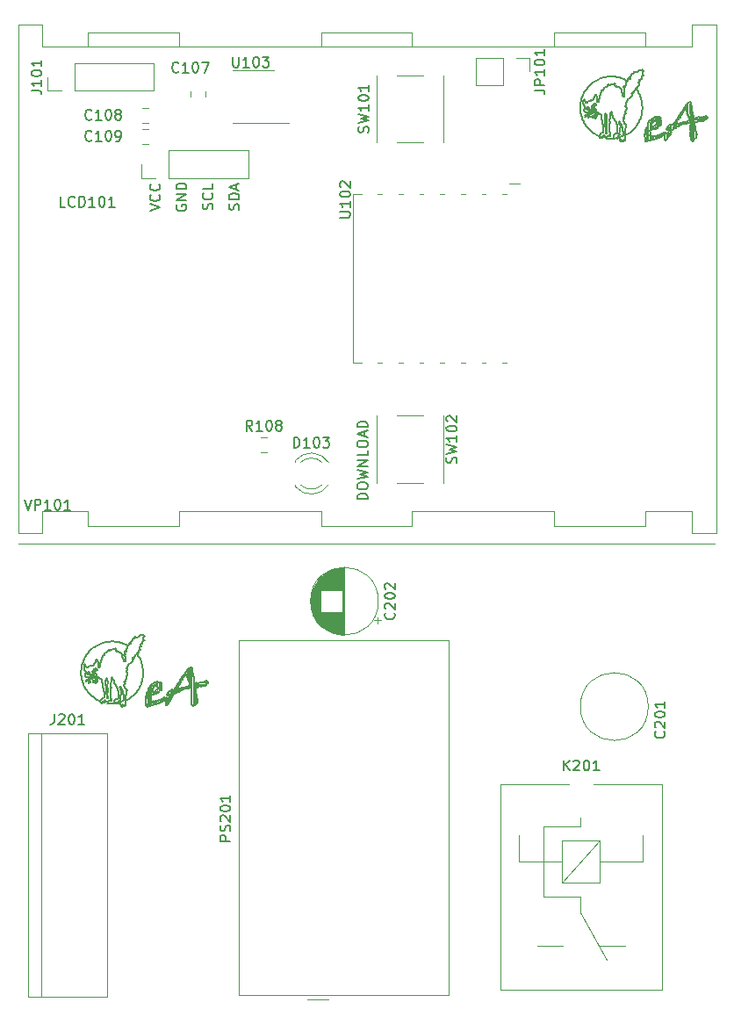
<source format=gbr>
%TF.GenerationSoftware,KiCad,Pcbnew,(5.1.5)-3*%
%TF.CreationDate,2021-07-21T11:08:43+02:00*%
%TF.ProjectId,cece-pcb,63656365-2d70-4636-922e-6b696361645f,rev?*%
%TF.SameCoordinates,Original*%
%TF.FileFunction,Legend,Top*%
%TF.FilePolarity,Positive*%
%FSLAX46Y46*%
G04 Gerber Fmt 4.6, Leading zero omitted, Abs format (unit mm)*
G04 Created by KiCad (PCBNEW (5.1.5)-3) date 2021-07-21 11:08:43*
%MOMM*%
%LPD*%
G04 APERTURE LIST*
%ADD10C,0.150000*%
%ADD11C,0.120000*%
%ADD12C,0.160000*%
G04 APERTURE END LIST*
D10*
X133702380Y-66738095D02*
X132702380Y-66738095D01*
X132702380Y-66500000D01*
X132750000Y-66357142D01*
X132845238Y-66261904D01*
X132940476Y-66214285D01*
X133130952Y-66166666D01*
X133273809Y-66166666D01*
X133464285Y-66214285D01*
X133559523Y-66261904D01*
X133654761Y-66357142D01*
X133702380Y-66500000D01*
X133702380Y-66738095D01*
X132702380Y-65547619D02*
X132702380Y-65357142D01*
X132750000Y-65261904D01*
X132845238Y-65166666D01*
X133035714Y-65119047D01*
X133369047Y-65119047D01*
X133559523Y-65166666D01*
X133654761Y-65261904D01*
X133702380Y-65357142D01*
X133702380Y-65547619D01*
X133654761Y-65642857D01*
X133559523Y-65738095D01*
X133369047Y-65785714D01*
X133035714Y-65785714D01*
X132845238Y-65738095D01*
X132750000Y-65642857D01*
X132702380Y-65547619D01*
X132702380Y-64785714D02*
X133702380Y-64547619D01*
X132988095Y-64357142D01*
X133702380Y-64166666D01*
X132702380Y-63928571D01*
X133702380Y-63547619D02*
X132702380Y-63547619D01*
X133702380Y-62976190D01*
X132702380Y-62976190D01*
X133702380Y-62023809D02*
X133702380Y-62500000D01*
X132702380Y-62500000D01*
X132702380Y-61500000D02*
X132702380Y-61309523D01*
X132750000Y-61214285D01*
X132845238Y-61119047D01*
X133035714Y-61071428D01*
X133369047Y-61071428D01*
X133559523Y-61119047D01*
X133654761Y-61214285D01*
X133702380Y-61309523D01*
X133702380Y-61500000D01*
X133654761Y-61595238D01*
X133559523Y-61690476D01*
X133369047Y-61738095D01*
X133035714Y-61738095D01*
X132845238Y-61690476D01*
X132750000Y-61595238D01*
X132702380Y-61500000D01*
X133416666Y-60690476D02*
X133416666Y-60214285D01*
X133702380Y-60785714D02*
X132702380Y-60452380D01*
X133702380Y-60119047D01*
X133702380Y-59785714D02*
X132702380Y-59785714D01*
X132702380Y-59547619D01*
X132750000Y-59404761D01*
X132845238Y-59309523D01*
X132940476Y-59261904D01*
X133130952Y-59214285D01*
X133273809Y-59214285D01*
X133464285Y-59261904D01*
X133559523Y-59309523D01*
X133654761Y-59404761D01*
X133702380Y-59547619D01*
X133702380Y-59785714D01*
D11*
X100000000Y-71000000D02*
X167200000Y-71000000D01*
%TO.C,R108*%
X123959252Y-60758000D02*
X123436748Y-60758000D01*
X123959252Y-62178000D02*
X123436748Y-62178000D01*
%TO.C,D103*%
X126710000Y-65342000D02*
X126710000Y-65498000D01*
X126710000Y-63026000D02*
X126710000Y-63182000D01*
X129311130Y-65341837D02*
G75*
G02X127229039Y-65342000I-1041130J1079837D01*
G01*
X129311130Y-63182163D02*
G75*
G03X127229039Y-63182000I-1041130J-1079837D01*
G01*
X129942335Y-65340608D02*
G75*
G02X126710000Y-65497516I-1672335J1078608D01*
G01*
X129942335Y-63183392D02*
G75*
G03X126710000Y-63026484I-1672335J-1078608D01*
G01*
%TO.C,VP101*%
X106700000Y-23100000D02*
X115500000Y-23100000D01*
X115500000Y-23100000D02*
X115500000Y-21700000D01*
X106700000Y-21700000D02*
X106700000Y-23100000D01*
X138000000Y-23100000D02*
X138000000Y-21700000D01*
X129200000Y-21700000D02*
X129200000Y-23100000D01*
X129200000Y-23100000D02*
X138000000Y-23100000D01*
X160500000Y-23100000D02*
X160500000Y-21700000D01*
X151700000Y-23100000D02*
X160500000Y-23100000D01*
X151700000Y-21700000D02*
X151700000Y-23100000D01*
X160500000Y-69300000D02*
X160500000Y-67900000D01*
X151700000Y-69300000D02*
X160500000Y-69300000D01*
X151700000Y-67900000D02*
X151700000Y-69300000D01*
X129200000Y-69300000D02*
X138000000Y-69300000D01*
X129200000Y-67900000D02*
X129200000Y-69300000D01*
X138000000Y-69300000D02*
X138000000Y-67900000D01*
X151700000Y-67900000D02*
X151700000Y-69300000D01*
X151700000Y-69300000D02*
X160500000Y-69300000D01*
X165000000Y-67900000D02*
X165000000Y-70000000D01*
X165000000Y-70000000D02*
X167300000Y-70000000D01*
X167300000Y-70000000D02*
X167300000Y-21000000D01*
X160500000Y-69300000D02*
X160500000Y-67900000D01*
X160500000Y-67900000D02*
X165000000Y-67900000D01*
X165000000Y-21000000D02*
X165000000Y-23100000D01*
X160500000Y-21700000D02*
X151700000Y-21700000D01*
X151700000Y-23100000D02*
X138000000Y-23100000D01*
X167300000Y-21000000D02*
X165000000Y-21000000D01*
X165000000Y-23100000D02*
X160500000Y-23100000D01*
X160500000Y-23100000D02*
X160500000Y-21700000D01*
X151700000Y-21700000D02*
X151700000Y-23100000D01*
X129200000Y-67900000D02*
X129200000Y-69300000D01*
X129200000Y-69300000D02*
X138000000Y-69300000D01*
X138000000Y-69300000D02*
X138000000Y-67900000D01*
X138000000Y-67900000D02*
X151700000Y-67900000D01*
X138000000Y-21700000D02*
X129200000Y-21700000D01*
X129200000Y-23100000D02*
X115500000Y-23100000D01*
X138000000Y-23100000D02*
X138000000Y-21700000D01*
X129200000Y-21700000D02*
X129200000Y-23100000D01*
X102300000Y-70000000D02*
X102300000Y-67900000D01*
X102300000Y-67900000D02*
X106700000Y-67900000D01*
X106700000Y-67900000D02*
X106700000Y-69300000D01*
X106700000Y-69300000D02*
X115500000Y-69300000D01*
X115500000Y-69300000D02*
X115500000Y-67900000D01*
X115500000Y-67900000D02*
X129200000Y-67900000D01*
X100000000Y-70000000D02*
X102300000Y-70000000D01*
X115500000Y-21700000D02*
X106700000Y-21700000D01*
X100000000Y-21000000D02*
X100000000Y-70000000D01*
X106700000Y-23100000D02*
X102300000Y-23100000D01*
X115500000Y-23100000D02*
X115500000Y-21700000D01*
X102300000Y-21000000D02*
X100000000Y-21000000D01*
X106700000Y-21700000D02*
X106700000Y-23100000D01*
X102300000Y-23100000D02*
X102300000Y-21000000D01*
%TO.C,C109*%
X112529252Y-31040000D02*
X112006748Y-31040000D01*
X112529252Y-32460000D02*
X112006748Y-32460000D01*
%TO.C,C108*%
X112529252Y-29008000D02*
X112006748Y-29008000D01*
X112529252Y-30428000D02*
X112006748Y-30428000D01*
%TO.C,LCD101*%
X114515000Y-35755000D02*
X114515000Y-33095000D01*
X122195000Y-35755000D02*
X122195000Y-33095000D01*
X113245000Y-35755000D02*
X111915000Y-35755000D01*
X114515000Y-35755000D02*
X122195000Y-35755000D01*
X114515000Y-33095000D02*
X122195000Y-33095000D01*
X111915000Y-35755000D02*
X111915000Y-34425000D01*
%TO.C,SW102*%
X134565000Y-58670000D02*
X134565000Y-65130000D01*
X139095000Y-58670000D02*
X136495000Y-58670000D01*
X141025000Y-58670000D02*
X141025000Y-65130000D01*
X139095000Y-65130000D02*
X136495000Y-65130000D01*
X140995000Y-58670000D02*
X141025000Y-58670000D01*
X134565000Y-58670000D02*
X134595000Y-58670000D01*
X134565000Y-65130000D02*
X134595000Y-65130000D01*
X141025000Y-65130000D02*
X140995000Y-65130000D01*
%TO.C,SW101*%
X134565000Y-25870000D02*
X134565000Y-32330000D01*
X139095000Y-25870000D02*
X136495000Y-25870000D01*
X141025000Y-25870000D02*
X141025000Y-32330000D01*
X139095000Y-32330000D02*
X136495000Y-32330000D01*
X140995000Y-25870000D02*
X141025000Y-25870000D01*
X134565000Y-25870000D02*
X134595000Y-25870000D01*
X134565000Y-32330000D02*
X134595000Y-32330000D01*
X141025000Y-32330000D02*
X140995000Y-32330000D01*
%TO.C,C107*%
X116638000Y-27424748D02*
X116638000Y-27947252D01*
X118058000Y-27424748D02*
X118058000Y-27947252D01*
%TO.C,J101*%
X102810000Y-27365000D02*
X102810000Y-26035000D01*
X104140000Y-27365000D02*
X102810000Y-27365000D01*
X105410000Y-27365000D02*
X105410000Y-24705000D01*
X105410000Y-24705000D02*
X113090000Y-24705000D01*
X105410000Y-27365000D02*
X113090000Y-27365000D01*
X113090000Y-27365000D02*
X113090000Y-24705000D01*
%TO.C,EA101*%
X165378000Y-30358000D02*
X165278000Y-30358000D01*
X165178000Y-30258000D02*
X165878000Y-30258000D01*
X166078000Y-30158000D02*
X165178000Y-30158000D01*
X166378000Y-29858000D02*
X166078000Y-30158000D01*
X166278000Y-29958000D02*
X166378000Y-29858000D01*
X166278000Y-29858000D02*
X166278000Y-29958000D01*
X166378000Y-29958000D02*
X165678000Y-29958000D01*
X165178000Y-30058000D02*
X166278000Y-30058000D01*
X165378000Y-31358000D02*
X165378000Y-31858000D01*
X165278000Y-31858000D02*
X165278000Y-31058000D01*
X165178000Y-31958000D02*
X165178000Y-29958000D01*
X165078000Y-29858000D02*
X165078000Y-32129204D01*
X164886488Y-31883926D02*
X164886488Y-30558000D01*
X164978000Y-29158000D02*
X164978000Y-32158000D01*
X164278000Y-29058000D02*
X164378000Y-29058000D01*
X164385415Y-29138418D02*
X164385415Y-28858000D01*
X164478000Y-29258000D02*
X164478000Y-28758000D01*
X164578000Y-28558000D02*
X164578000Y-29558000D01*
X164678000Y-29558000D02*
X164678000Y-28558000D01*
X164776908Y-28558000D02*
X164776908Y-30358000D01*
X164876908Y-28658000D02*
X164776908Y-28558000D01*
X164876908Y-30456908D02*
X164876908Y-28658000D01*
X164778000Y-30358000D02*
X164876908Y-30456908D01*
X164678000Y-30258000D02*
X164778000Y-30358000D01*
X164478000Y-30458000D02*
X164678000Y-30258000D01*
X164608421Y-30458000D02*
X164478000Y-30458000D01*
X164478000Y-30327579D02*
X164608421Y-30458000D01*
X164347579Y-30458000D02*
X164478000Y-30327579D01*
X164347579Y-30358000D02*
X164347579Y-30458000D01*
X164147579Y-30558000D02*
X164347579Y-30358000D01*
X164147579Y-30399181D02*
X164147579Y-30558000D01*
X163578000Y-30558000D02*
X164078000Y-30558000D01*
X163778000Y-30558000D02*
X163578000Y-30558000D01*
X163578000Y-30758000D02*
X163778000Y-30558000D01*
X163578000Y-30558000D02*
X163578000Y-30758000D01*
X163578000Y-30658000D02*
X163578000Y-30558000D01*
X163678000Y-30658000D02*
X163578000Y-30658000D01*
X163478000Y-30858000D02*
X163678000Y-30658000D01*
X163478000Y-30358000D02*
X163478000Y-30858000D01*
X163278000Y-30458000D02*
X163278000Y-30858000D01*
X163378000Y-30458000D02*
X163378000Y-30858000D01*
X163244726Y-30574670D02*
X163244726Y-30858000D01*
X163178000Y-30858000D02*
X163178000Y-30958000D01*
X163178000Y-30658000D02*
X163178000Y-30858000D01*
X163078000Y-30758000D02*
X163078000Y-31058000D01*
X162978000Y-30658000D02*
X162978000Y-31158000D01*
X162578000Y-31010381D02*
X162578000Y-31058000D01*
X162678000Y-31110381D02*
X162578000Y-31010381D01*
X162678000Y-30858000D02*
X162678000Y-31110381D01*
X162778000Y-30758000D02*
X162778000Y-31058000D01*
X162878000Y-31558000D02*
X162878000Y-30658000D01*
X162878000Y-31258000D02*
X162878000Y-31558000D01*
X162978000Y-31258000D02*
X162878000Y-31258000D01*
X162678000Y-31558000D02*
X162978000Y-31258000D01*
X162678000Y-31486763D02*
X162678000Y-31758000D01*
X162578000Y-31486763D02*
X162678000Y-31486763D01*
X162578000Y-31558000D02*
X162578000Y-31486763D01*
X162578000Y-31858000D02*
X162578000Y-31558000D01*
X162478000Y-31958000D02*
X162578000Y-31858000D01*
X162478000Y-31558000D02*
X162478000Y-31958000D01*
X162278000Y-31558000D02*
X162178000Y-31558000D01*
X162278000Y-31352297D02*
X162278000Y-31558000D01*
X161872297Y-31758000D02*
X162278000Y-31352297D01*
X161978000Y-31652297D02*
X161872297Y-31758000D01*
X162078000Y-31752297D02*
X161978000Y-31652297D01*
X162078000Y-31458000D02*
X162078000Y-31752297D01*
X161678000Y-31858000D02*
X162078000Y-31458000D01*
X161778000Y-31758000D02*
X161678000Y-31858000D01*
X161678000Y-31758000D02*
X161778000Y-31758000D01*
X161478000Y-31958000D02*
X161678000Y-31758000D01*
X161478000Y-31742553D02*
X161478000Y-31958000D01*
X161378000Y-31742553D02*
X161478000Y-31742553D01*
X161378000Y-31931697D02*
X161378000Y-31742553D01*
X161278000Y-32031697D02*
X161378000Y-31931697D01*
X161278000Y-31766156D02*
X161278000Y-32031697D01*
X161178000Y-31766156D02*
X161278000Y-31766156D01*
X161178000Y-31948654D02*
X161178000Y-31766156D01*
X161081104Y-32045550D02*
X161178000Y-31948654D01*
X161081104Y-31754896D02*
X161081104Y-32045550D01*
X160978000Y-31858000D02*
X161081104Y-31754896D01*
X160978000Y-32058000D02*
X160978000Y-31858000D01*
X160878000Y-32058000D02*
X160978000Y-32058000D01*
X160878000Y-31158000D02*
X160878000Y-32058000D01*
X160478000Y-31558000D02*
X160478000Y-31445186D01*
X160578000Y-30958000D02*
X160578000Y-32216422D01*
X160678000Y-30858000D02*
X160578000Y-30958000D01*
X160678000Y-32149458D02*
X160678000Y-30858000D01*
X160778000Y-32149458D02*
X160678000Y-32149458D01*
X160778000Y-30658000D02*
X160778000Y-32149458D01*
X160978000Y-30258000D02*
X160978000Y-30558000D01*
X161078000Y-30158000D02*
X160978000Y-30258000D01*
X161078000Y-30328626D02*
X161078000Y-30158000D01*
X161178000Y-30328626D02*
X161078000Y-30328626D01*
X161178000Y-30058000D02*
X161178000Y-30328626D01*
X161278000Y-30058000D02*
X161178000Y-30058000D01*
X161278000Y-30158000D02*
X161278000Y-30058000D01*
X161378000Y-30158000D02*
X161278000Y-30158000D01*
X161378000Y-29958000D02*
X161378000Y-30158000D01*
X161478000Y-29958000D02*
X161378000Y-29958000D01*
X161478000Y-30158000D02*
X161478000Y-29958000D01*
X161578000Y-30158000D02*
X161478000Y-30158000D01*
X161578000Y-29958000D02*
X161578000Y-30158000D01*
X161678000Y-29958000D02*
X161578000Y-29958000D01*
X161678000Y-30458000D02*
X161678000Y-29958000D01*
X161878000Y-30658000D02*
X161678000Y-30458000D01*
X161878000Y-29958000D02*
X161878000Y-30658000D01*
X161778000Y-29958000D02*
X161878000Y-29958000D01*
X161778000Y-30658000D02*
X161778000Y-29958000D01*
X161678000Y-30758000D02*
X161778000Y-30658000D01*
X161678000Y-30558000D02*
X161678000Y-30758000D01*
X161578000Y-30558000D02*
X161678000Y-30558000D01*
X161578000Y-30858000D02*
X161578000Y-30558000D01*
X161478000Y-30958000D02*
X161578000Y-30858000D01*
X161478000Y-30758000D02*
X161478000Y-30958000D01*
X161278000Y-30958000D02*
X161478000Y-30758000D01*
X161378000Y-30958000D02*
X161278000Y-30958000D01*
X161378000Y-30758000D02*
X161378000Y-30958000D01*
X161178000Y-30958000D02*
X161378000Y-30758000D01*
X161178000Y-30858000D02*
X161178000Y-30958000D01*
X161278000Y-30858000D02*
X161178000Y-30858000D01*
X161078000Y-31058000D02*
X161278000Y-30858000D01*
X161078000Y-30858000D02*
X161078000Y-31058000D01*
X160978000Y-30758000D02*
X161078000Y-30858000D01*
X160978000Y-31058000D02*
X160978000Y-30758000D01*
X160878000Y-31158000D02*
X160978000Y-31058000D01*
X160878000Y-30358000D02*
X160878000Y-31158000D01*
X156678000Y-29658000D02*
X156678000Y-31271648D01*
D12*
X155994254Y-31723536D02*
G75*
G02X155706498Y-31576397I1283746J2865536D01*
G01*
D11*
X155578000Y-28658000D02*
X155478000Y-28758000D01*
X155694148Y-28658000D02*
X155578000Y-28658000D01*
X155465055Y-28887093D02*
X155694148Y-28658000D01*
X154978000Y-29026959D02*
X154878000Y-28926959D01*
X154859221Y-29145738D02*
X154978000Y-29026959D01*
X154859221Y-28905984D02*
X154859221Y-29145738D01*
D12*
X164417739Y-29156889D02*
X164385415Y-29138418D01*
X164445448Y-29316216D02*
X164417739Y-29156889D01*
X164480084Y-29350853D02*
X164445448Y-29316216D01*
X164459304Y-29360089D02*
X164480084Y-29350853D01*
X164445450Y-29383180D02*
X164459304Y-29360089D01*
X164521650Y-29500943D02*
X164445450Y-29383180D01*
X164493941Y-29544816D02*
X164521650Y-29500943D01*
X164535505Y-29595616D02*
X164493941Y-29544816D01*
X164521652Y-29630252D02*
X164535505Y-29595616D01*
X164664815Y-29662580D02*
X164521652Y-29630252D01*
X164664815Y-29694907D02*
X164664815Y-29662580D01*
X164544743Y-29704144D02*
X164664815Y-29694907D01*
X164630179Y-29824216D02*
X164544743Y-29704144D01*
X164697143Y-29789580D02*
X164630179Y-29824216D01*
X164747943Y-29824216D02*
X164697143Y-29789580D01*
X164697143Y-29941980D02*
X164747943Y-29824216D01*
X164697143Y-30122089D02*
X164697143Y-29941980D01*
X164757179Y-30177507D02*
X164697143Y-30122089D01*
X164757179Y-30230616D02*
X164757179Y-30177507D01*
X164579379Y-30272180D02*
X164757179Y-30230616D01*
X164579379Y-30281416D02*
X164579379Y-30272180D01*
X164436215Y-30329907D02*
X164579379Y-30281416D01*
X164436215Y-30339144D02*
X164436215Y-30329907D01*
X164341543Y-30371471D02*
X164436215Y-30339144D01*
X164299979Y-30357618D02*
X164341543Y-30371471D01*
X164147579Y-30399181D02*
X164299979Y-30357618D01*
X164062143Y-30399181D02*
X164147579Y-30399181D01*
X164048289Y-30456909D02*
X164062143Y-30399181D01*
X164039052Y-30424581D02*
X164048289Y-30456909D01*
X163888961Y-30433818D02*
X164039052Y-30424581D01*
X163708852Y-30542345D02*
X163888961Y-30433818D01*
X163651125Y-30510018D02*
X163708852Y-30542345D01*
X163514889Y-30510018D02*
X163651125Y-30510018D01*
X163491798Y-30498472D02*
X163514889Y-30510018D01*
X163491798Y-30489235D02*
X163491798Y-30498472D01*
X163482562Y-30475381D02*
X163491798Y-30489235D01*
X163537980Y-30399181D02*
X163482562Y-30475381D01*
X163550038Y-30378400D02*
X163537980Y-30399181D01*
X163561584Y-30353000D02*
X163550038Y-30378400D01*
X163572617Y-30322981D02*
X163561584Y-30353000D01*
X163632653Y-30154418D02*
X163572617Y-30322981D01*
X163708853Y-30122090D02*
X163632653Y-30154418D01*
X163708853Y-30068981D02*
X163708853Y-30122090D01*
X163699616Y-30059745D02*
X163708853Y-30068981D01*
X163785053Y-29992781D02*
X163699616Y-30059745D01*
X163794289Y-29932745D02*
X163785053Y-29992781D01*
X163835853Y-29941981D02*
X163794289Y-29932745D01*
X163842523Y-29866551D02*
X163835853Y-29941981D01*
X163850220Y-29812673D02*
X163842523Y-29866551D01*
X163858943Y-29780345D02*
X163850220Y-29812673D01*
X163888961Y-29704145D02*
X163858943Y-29780345D01*
X163953616Y-29667200D02*
X163888961Y-29704145D01*
X163969266Y-29656681D02*
X163953616Y-29667200D01*
X163982351Y-29643596D02*
X163969266Y-29656681D01*
X163992870Y-29627945D02*
X163982351Y-29643596D01*
X164020579Y-29586381D02*
X163992870Y-29627945D01*
X164020579Y-29563291D02*
X164020579Y-29586381D01*
X164096779Y-29415510D02*
X164020579Y-29563291D01*
X164106016Y-29415510D02*
X164096779Y-29415510D01*
X164209925Y-29265419D02*
X164106016Y-29415510D01*
X164233015Y-29265419D02*
X164209925Y-29265419D01*
X164309215Y-29189219D02*
X164233015Y-29265419D01*
X164309215Y-29156891D02*
X164309215Y-29189219D01*
X164385415Y-29138418D02*
X164309215Y-29156891D01*
X164223264Y-29030402D02*
X164242250Y-28976779D01*
X164209410Y-29065038D02*
X164223264Y-29030402D01*
X164200687Y-29080688D02*
X164209410Y-29065038D01*
X164653270Y-28512651D02*
X164747943Y-28448000D01*
X164470851Y-28621178D02*
X164653270Y-28512651D01*
X164445451Y-28674287D02*
X164470851Y-28621178D01*
X164436215Y-28674287D02*
X164445451Y-28674287D01*
X164426978Y-28706615D02*
X164436215Y-28674287D01*
X164394651Y-28706615D02*
X164426978Y-28706615D01*
X164385414Y-28792051D02*
X164394651Y-28706615D01*
X164360014Y-28801288D02*
X164385414Y-28792051D01*
X164318450Y-28909815D02*
X164360014Y-28801288D01*
X164318450Y-28919051D02*
X164318450Y-28909815D01*
X164242250Y-28976779D02*
X164318450Y-28919051D01*
X164147578Y-29179979D02*
X164200687Y-29080688D01*
X164115250Y-29189215D02*
X164147578Y-29179979D01*
X164006723Y-29369324D02*
X164115250Y-29189215D01*
X163988250Y-29369324D02*
X164006723Y-29369324D01*
X163858941Y-29604852D02*
X163988250Y-29369324D01*
X163845087Y-29604852D02*
X163858941Y-29604852D01*
X163785051Y-29694906D02*
X163845087Y-29604852D01*
X163794288Y-29694906D02*
X163785051Y-29694906D01*
X163632651Y-29951215D02*
X163794288Y-29694906D01*
X163623415Y-29941979D02*
X163632651Y-29951215D01*
X163514887Y-30078215D02*
X163623415Y-29941979D01*
X163533361Y-30078215D02*
X163514887Y-30078215D01*
X163500263Y-30113109D02*
X163533361Y-30078215D01*
X163468706Y-30180842D02*
X163500263Y-30113109D01*
X163438688Y-30281415D02*
X163468706Y-30180842D01*
X163353253Y-30389942D02*
X163367106Y-30355306D01*
X163362489Y-30415342D02*
X163353253Y-30389942D01*
X163253962Y-30456906D02*
X163362489Y-30415342D01*
X163212398Y-30519251D02*
X163253962Y-30456906D01*
X163244726Y-30574670D02*
X163212398Y-30519251D01*
X163193926Y-30618542D02*
X163244726Y-30574670D01*
X163193926Y-30637016D02*
X163193926Y-30618542D01*
X163126962Y-30627779D02*
X163193926Y-30637016D01*
X163108489Y-30669343D02*
X163126962Y-30627779D01*
X163083089Y-30669343D02*
X163108489Y-30669343D01*
X163073852Y-30660106D02*
X163083089Y-30669343D01*
X163032288Y-30669343D02*
X163073852Y-30660106D01*
X163009198Y-30627779D02*
X163032288Y-30669343D01*
X162805998Y-30669343D02*
X163009198Y-30627779D01*
X162796762Y-30669343D02*
X162805998Y-30669343D01*
X162711325Y-30787106D02*
X162796762Y-30669343D01*
X162720562Y-30796343D02*
X162711325Y-30787106D01*
X162667453Y-30812506D02*
X162720562Y-30796343D01*
X163400971Y-30315283D02*
X163438688Y-30281415D01*
X163377111Y-30339913D02*
X163400971Y-30315283D01*
X163367106Y-30355306D02*
X163377111Y-30339913D01*
X162625119Y-30858945D02*
X162667453Y-30812506D01*
X162599719Y-30893582D02*
X162625119Y-30858945D01*
X162591252Y-30916416D02*
X162599719Y-30893582D01*
X162560721Y-30942329D02*
X162591252Y-30916416D01*
X162527624Y-30995438D02*
X162560721Y-30942329D01*
X162491962Y-31075743D02*
X162527624Y-30995438D01*
X162568162Y-31175034D02*
X162491962Y-31075743D01*
X162613061Y-31168364D02*
X162568162Y-31175034D01*
X162646158Y-31160666D02*
X162613061Y-31168364D01*
X162667453Y-31151944D02*
X162646158Y-31160666D01*
X162720562Y-31124234D02*
X162667453Y-31151944D01*
X162739035Y-31133471D02*
X162720562Y-31124234D01*
X162752889Y-31110381D02*
X162739035Y-31133471D01*
X162838325Y-31075745D02*
X162752889Y-31110381D01*
X162829088Y-31124236D02*
X162838325Y-31075745D01*
X162870652Y-31151945D02*
X162829088Y-31124236D01*
X162602797Y-31486763D02*
X162870652Y-31151945D01*
X162526597Y-31486763D02*
X162602797Y-31486763D01*
X162399596Y-31387472D02*
X162526597Y-31486763D01*
X162355725Y-31422108D02*
X162399596Y-31387472D01*
X162358804Y-31477784D02*
X162355725Y-31422108D01*
X162361883Y-31524735D02*
X162358804Y-31477784D01*
X162364961Y-31562963D02*
X162361883Y-31524735D01*
X162351107Y-31581436D02*
X162364961Y-31562963D01*
X162374198Y-31634545D02*
X162351107Y-31581436D01*
X162355725Y-31676109D02*
X162374198Y-31634545D01*
X162374198Y-31733837D02*
X162355725Y-31676109D01*
X162364961Y-31743073D02*
X162374198Y-31733837D01*
X162364961Y-31775399D02*
X162364961Y-31743073D01*
X162388051Y-31800799D02*
X162364961Y-31775399D01*
X162355724Y-31784636D02*
X162388051Y-31800799D01*
X162362394Y-31862633D02*
X162355724Y-31784636D01*
X162373170Y-31921129D02*
X162362394Y-31862633D01*
X162388051Y-31960127D02*
X162373170Y-31921129D01*
X162374198Y-32004000D02*
X162388051Y-31960127D01*
X162374198Y-32022473D02*
X162374198Y-32004000D01*
X162364961Y-32054800D02*
X162374198Y-32022473D01*
X162371631Y-32061728D02*
X162364961Y-32054800D01*
X162379328Y-32076352D02*
X162371631Y-32061728D01*
X162388051Y-32098673D02*
X162379328Y-32076352D01*
X162473491Y-32130998D02*
X162388051Y-32098673D01*
X162498377Y-32105342D02*
X162473491Y-32130998D01*
X162514542Y-32083790D02*
X162498377Y-32105342D01*
X162521982Y-32066344D02*
X162514542Y-32083790D01*
X162535835Y-32022471D02*
X162521982Y-32066344D01*
X162591254Y-31978598D02*
X162535835Y-32022471D01*
X162591254Y-31960125D02*
X162591254Y-31978598D01*
X162612034Y-31990143D02*
X162591254Y-31960125D01*
X162667452Y-31828507D02*
X162612034Y-31990143D01*
X162685926Y-31828507D02*
X162667452Y-31828507D01*
X162708246Y-31788226D02*
X162685926Y-31828507D01*
X162725949Y-31759747D02*
X162708246Y-31788226D01*
X162739035Y-31743070D02*
X162725949Y-31759747D01*
X162739035Y-31724597D02*
X162739035Y-31743070D01*
X162815235Y-31666870D02*
X162739035Y-31724597D01*
X162815235Y-31616070D02*
X162815235Y-31666870D01*
X162847562Y-31616070D02*
X162815235Y-31616070D01*
X162838325Y-31590670D02*
X162847562Y-31616070D01*
X162905289Y-31539870D02*
X162838325Y-31590670D01*
X162914526Y-31412870D02*
X162905289Y-31539870D01*
X162953780Y-31374642D02*
X162914526Y-31412870D01*
X162979180Y-31346164D02*
X162953780Y-31374642D01*
X162990726Y-31327433D02*
X162979180Y-31346164D01*
X162974562Y-31313580D02*
X162990726Y-31327433D01*
X163032289Y-31165798D02*
X162974562Y-31313580D01*
X163073853Y-31124234D02*
X163032289Y-31165798D01*
X163108489Y-31048034D02*
X163073853Y-31124234D01*
X163193926Y-31034181D02*
X163108489Y-31048034D01*
X163193926Y-30971836D02*
X163193926Y-31034181D01*
X163277053Y-30971836D02*
X163193926Y-30971836D01*
X163362489Y-30907181D02*
X163277053Y-30971836D01*
X163438689Y-30930271D02*
X163362489Y-30907181D01*
X163471017Y-30895635D02*
X163438689Y-30930271D01*
X163609562Y-30812507D02*
X163471017Y-30895635D01*
X163699617Y-30830981D02*
X163609562Y-30812507D01*
X163664980Y-30736308D02*
X163699617Y-30830981D01*
X163759653Y-30736308D02*
X163664980Y-30736308D01*
X163826617Y-30669344D02*
X163759653Y-30736308D01*
X163845090Y-30669344D02*
X163826617Y-30669344D01*
X163845090Y-30627781D02*
X163845090Y-30669344D01*
X163944381Y-30669344D02*
X163845090Y-30627781D01*
X163953618Y-30609308D02*
X163944381Y-30669344D01*
X164096781Y-30583908D02*
X163953618Y-30609308D01*
X164233018Y-30542344D02*
X164096781Y-30583908D01*
X164299981Y-30551581D02*
X164233018Y-30542344D01*
X164368227Y-30545680D02*
X164299981Y-30551581D01*
X164437499Y-30527977D02*
X164368227Y-30545680D01*
X164507799Y-30498472D02*
X164437499Y-30527977D01*
X164521653Y-30489235D02*
X164507799Y-30498472D01*
X164579380Y-30475382D02*
X164521653Y-30489235D01*
X164630180Y-30489235D02*
X164579380Y-30475382D01*
X164620944Y-30424581D02*
X164630180Y-30489235D01*
X164724853Y-30415344D02*
X164620944Y-30424581D01*
X164724853Y-30433817D02*
X164724853Y-30415344D01*
X164773344Y-30415344D02*
X164724853Y-30433817D01*
X164842616Y-30456908D02*
X164773344Y-30415344D01*
X164856470Y-30609308D02*
X164842616Y-30456908D01*
X164814906Y-30701671D02*
X164856470Y-30609308D01*
X164830300Y-30778129D02*
X164814906Y-30701671D01*
X164839536Y-30835086D02*
X164830300Y-30778129D01*
X164842615Y-30872544D02*
X164839536Y-30835086D01*
X164824142Y-30971835D02*
X164842615Y-30872544D01*
X164842615Y-31006471D02*
X164824142Y-30971835D01*
X164836456Y-31052397D02*
X164842615Y-31006471D01*
X164827220Y-31091652D02*
X164836456Y-31052397D01*
X164814906Y-31124235D02*
X164827220Y-31091652D01*
X164868015Y-31313580D02*
X164814906Y-31124235D01*
X164824143Y-31403635D02*
X164868015Y-31313580D01*
X164842616Y-31516780D02*
X164824143Y-31403635D01*
X164824143Y-31648399D02*
X164842616Y-31516780D01*
X164842616Y-31680726D02*
X164824143Y-31648399D01*
X164886488Y-31883926D02*
X164842616Y-31680726D01*
X164886488Y-32013235D02*
X164886488Y-31883926D01*
X164914197Y-32080199D02*
X164886488Y-32013235D01*
X164926000Y-32104316D02*
X164914197Y-32080199D01*
X164936775Y-32121250D02*
X164926000Y-32104316D01*
X164946525Y-32130999D02*
X164936775Y-32121250D01*
X165027343Y-32197962D02*
X164946525Y-32130999D01*
X165089432Y-32158452D02*
X165027343Y-32197962D01*
X165130995Y-32129204D02*
X165089432Y-32158452D01*
X165152034Y-32110217D02*
X165130995Y-32129204D01*
X165188979Y-32064035D02*
X165152034Y-32110217D01*
X165179743Y-32004000D02*
X165188979Y-32064035D01*
X165239779Y-32013235D02*
X165179743Y-32004000D01*
X165265179Y-31946272D02*
X165239779Y-32013235D01*
X165348306Y-31937035D02*
X165265179Y-31946272D01*
X165377298Y-31902399D02*
X165348306Y-31937035D01*
X165405777Y-31863145D02*
X165377298Y-31902399D01*
X165433743Y-31819271D02*
X165405777Y-31863145D01*
X165424506Y-31549108D02*
X165433743Y-31819271D01*
X165454529Y-31549108D02*
X165424506Y-31549108D01*
X165459146Y-31516780D02*
X165454529Y-31549108D01*
X165447600Y-31486762D02*
X165459146Y-31516780D01*
X165415272Y-31498309D02*
X165447600Y-31486762D01*
X165382945Y-31454436D02*
X165415272Y-31498309D01*
X165359855Y-31269709D02*
X165382945Y-31454436D01*
X165315982Y-31209673D02*
X165359855Y-31269709D01*
X165339072Y-31165800D02*
X165315982Y-31209673D01*
X165315982Y-31142710D02*
X165339072Y-31165800D01*
X165306746Y-31034182D02*
X165315982Y-31142710D01*
X165274418Y-31006473D02*
X165306746Y-31034182D01*
X165306746Y-30971837D02*
X165274418Y-31006473D01*
X165306746Y-30948747D02*
X165306746Y-30971837D01*
X165297509Y-30948747D02*
X165306746Y-30948747D01*
X165265182Y-30447674D02*
X165297509Y-30948747D01*
X165401418Y-30389947D02*
X165265182Y-30447674D01*
X165415272Y-30399183D02*
X165401418Y-30389947D01*
X165636944Y-30304511D02*
X165415272Y-30399183D01*
X165747781Y-30329911D02*
X165636944Y-30304511D01*
X165874781Y-30295274D02*
X165747781Y-30329911D01*
X166101072Y-30295274D02*
X165874781Y-30295274D01*
X166195744Y-30230620D02*
X166101072Y-30295274D01*
X166380472Y-30036656D02*
X166195744Y-30230620D01*
X166403562Y-30050510D02*
X166380472Y-30036656D01*
X166431527Y-30017413D02*
X166403562Y-30050510D01*
X166460006Y-29973540D02*
X166431527Y-30017413D01*
X166488998Y-29918891D02*
X166460006Y-29973540D01*
X166456671Y-29824219D02*
X166488998Y-29918891D01*
X166380471Y-29824219D02*
X166456671Y-29824219D01*
X166338907Y-29757255D02*
X166380471Y-29824219D01*
X166246544Y-29787273D02*
X166338907Y-29757255D01*
X166223452Y-29796510D02*
X166246544Y-29787273D01*
X166203440Y-29808825D02*
X166223452Y-29796510D01*
X166186507Y-29824219D02*
X166203440Y-29808825D01*
X166144944Y-29865782D02*
X166186507Y-29824219D01*
X165939435Y-29918891D02*
X166144944Y-29865782D01*
X165821671Y-29884255D02*
X165939435Y-29918891D01*
X165812434Y-29918891D02*
X165821671Y-29884255D01*
X165627707Y-29907345D02*
X165812434Y-29918891D01*
X165509943Y-29992781D02*
X165627707Y-29907345D01*
X165461452Y-29986624D02*
X165509943Y-29992781D01*
X165429894Y-29980466D02*
X165461452Y-29986624D01*
X165415271Y-29974308D02*
X165429894Y-29980466D01*
X165401417Y-29983545D02*
X165415271Y-29974308D01*
X165392180Y-29974308D02*
X165401417Y-29983545D01*
X165359853Y-29974308D02*
X165392180Y-29974308D01*
X165283653Y-29941981D02*
X165359853Y-29974308D01*
X165212071Y-30002017D02*
X165283653Y-29941981D01*
X165135871Y-29974308D02*
X165212071Y-30002017D01*
X165114319Y-29885793D02*
X165135871Y-29974308D01*
X165089689Y-29798817D02*
X165114319Y-29885793D01*
X165061980Y-29713381D02*
X165089689Y-29798817D01*
X165135871Y-29713381D02*
X165061980Y-29713381D01*
X165103544Y-29671817D02*
X165135871Y-29713381D01*
X165080454Y-29671817D02*
X165103544Y-29671817D01*
X165004254Y-29071453D02*
X165080454Y-29671817D01*
X165004254Y-29039126D02*
X165004254Y-29071453D01*
X164951145Y-28986017D02*
X165004254Y-29039126D01*
X164951145Y-28900581D02*
X164951145Y-28986017D01*
X164932672Y-28845162D02*
X164951145Y-28900581D01*
X164924203Y-28776147D02*
X164932672Y-28845162D01*
X164917276Y-28729196D02*
X164924203Y-28776147D01*
X164911888Y-28704308D02*
X164917276Y-28729196D01*
X164908552Y-28688145D02*
X164911888Y-28704308D01*
X164904703Y-28670442D02*
X164908552Y-28688145D01*
X164900342Y-28651199D02*
X164904703Y-28670442D01*
X164909579Y-28547290D02*
X164900342Y-28651199D01*
X164856470Y-28461853D02*
X164909579Y-28547290D01*
X164747943Y-28448000D02*
X164856470Y-28461853D01*
X161120873Y-30806865D02*
X161175779Y-30817127D01*
X161082388Y-30797629D02*
X161120873Y-30806865D01*
X161060324Y-30789418D02*
X161082388Y-30797629D01*
X161510597Y-30239855D02*
X161469033Y-30226000D01*
X161563706Y-30239855D02*
X161510597Y-30239855D01*
X161568323Y-30320673D02*
X161563706Y-30239855D01*
X161605269Y-30376092D02*
X161568323Y-30320673D01*
X161591415Y-30546964D02*
X161605269Y-30376092D01*
X161482888Y-30637019D02*
X161591415Y-30546964D01*
X161402070Y-30754782D02*
X161482888Y-30637019D01*
X161249670Y-30768636D02*
X161402070Y-30754782D01*
X161175779Y-30817127D02*
X161249670Y-30768636D01*
X161014143Y-30764018D02*
X161060324Y-30789418D01*
X161000289Y-30678581D02*
X161014143Y-30764018D01*
X161014143Y-30618545D02*
X161000289Y-30678581D01*
X161051088Y-30627782D02*
X161014143Y-30618545D01*
X161077001Y-30568772D02*
X161051088Y-30627782D01*
X161099322Y-30521051D02*
X161077001Y-30568772D01*
X161118052Y-30484618D02*
X161099322Y-30521051D01*
X161090343Y-30433818D02*
X161118052Y-30484618D01*
X161131906Y-30433818D02*
X161090343Y-30433818D01*
X161145247Y-30429200D02*
X161131906Y-30433818D01*
X161163719Y-30415346D02*
X161145247Y-30429200D01*
X161187324Y-30392255D02*
X161163719Y-30415346D01*
X161211184Y-30362493D02*
X161187324Y-30392255D01*
X161227348Y-30328626D02*
X161211184Y-30362493D01*
X161235814Y-30290655D02*
X161227348Y-30328626D01*
X161261215Y-30275261D02*
X161235814Y-30290655D01*
X161291233Y-30253710D02*
X161261215Y-30275261D01*
X161325870Y-30226000D02*
X161291233Y-30253710D01*
X161388215Y-30253710D02*
X161325870Y-30226000D01*
X161469033Y-30226000D02*
X161388215Y-30253710D01*
X161207849Y-29997643D02*
X161235815Y-29960441D01*
X161182449Y-30023043D02*
X161207849Y-29997643D01*
X161159615Y-30036641D02*
X161182449Y-30023043D01*
X161353579Y-29884241D02*
X161524452Y-29833454D01*
X161321252Y-29932732D02*
X161353579Y-29884241D01*
X161302779Y-29932732D02*
X161321252Y-29932732D01*
X161258906Y-29960441D02*
X161302779Y-29932732D01*
X161235815Y-29960441D02*
X161258906Y-29960441D01*
X161127288Y-30027404D02*
X161159615Y-30036641D01*
X161099835Y-30048956D02*
X161127288Y-30027404D01*
X161075974Y-30073587D02*
X161099835Y-30048956D01*
X161055706Y-30101295D02*
X161075974Y-30073587D01*
X161023379Y-30101295D02*
X161055706Y-30101295D01*
X160861743Y-30281404D02*
X161023379Y-30101295D01*
X160829415Y-30348368D02*
X160861743Y-30281404D01*
X160753215Y-30357605D02*
X160829415Y-30348368D01*
X160753215Y-30433805D02*
X160753215Y-30357605D01*
X160743979Y-30433805D02*
X160753215Y-30433805D01*
X160734742Y-30466132D02*
X160743979Y-30433805D01*
X160743979Y-30498459D02*
X160734742Y-30466132D01*
X160720889Y-30533096D02*
X160743979Y-30498459D01*
X160720889Y-30560805D02*
X160720889Y-30533096D01*
X160778616Y-30560805D02*
X160720889Y-30560805D01*
X160753216Y-30637005D02*
X160778616Y-30560805D01*
X160711652Y-30660095D02*
X160753216Y-30637005D01*
X160702416Y-30701658D02*
X160711652Y-30660095D01*
X160711652Y-30722439D02*
X160702416Y-30701658D01*
X160702416Y-30796330D02*
X160711652Y-30722439D01*
X160635452Y-30821730D02*
X160702416Y-30796330D01*
X160559252Y-30957966D02*
X160635452Y-30821730D01*
X160526925Y-31066493D02*
X160559252Y-30957966D01*
X160508452Y-31075730D02*
X160526925Y-31066493D01*
X160499215Y-31165785D02*
X160508452Y-31075730D01*
X160508452Y-31218894D02*
X160499215Y-31165785D01*
X160476124Y-31237368D02*
X160508452Y-31218894D01*
X160464578Y-31292785D02*
X160476124Y-31237368D01*
X160485361Y-31327422D02*
X160464578Y-31292785D01*
X160476124Y-31387458D02*
X160485361Y-31327422D01*
X160508452Y-31399004D02*
X160476124Y-31387458D01*
X160508452Y-31445186D02*
X160508452Y-31399004D01*
X160432252Y-31472895D02*
X160508452Y-31445186D01*
X160423015Y-31539859D02*
X160432252Y-31472895D01*
X160432252Y-31549096D02*
X160423015Y-31539859D01*
X160464579Y-31680714D02*
X160432252Y-31549096D01*
X160441489Y-31766150D02*
X160464579Y-31680714D01*
X160464579Y-31870059D02*
X160441489Y-31766150D01*
X160450725Y-31937023D02*
X160464579Y-31870059D01*
X160485362Y-32022459D02*
X160450725Y-31937023D01*
X160476125Y-32077877D02*
X160485362Y-32022459D01*
X160485362Y-32107896D02*
X160476125Y-32077877D01*
X160476125Y-32163314D02*
X160485362Y-32107896D01*
X160523332Y-32211039D02*
X160476125Y-32163314D01*
X160554120Y-32240287D02*
X160523332Y-32211039D01*
X160568489Y-32251059D02*
X160554120Y-32240287D01*
X160593889Y-32257986D02*
X160568489Y-32251059D01*
X160626216Y-32216422D02*
X160593889Y-32257986D01*
X160688561Y-32239513D02*
X160626216Y-32216422D01*
X160734743Y-32181785D02*
X160688561Y-32239513D01*
X160797089Y-32172549D02*
X160734743Y-32181785D01*
X160838652Y-32172549D02*
X160797089Y-32172549D01*
X160861743Y-32149458D02*
X160838652Y-32172549D01*
X160912029Y-32142788D02*
X160861743Y-32149458D01*
X160948975Y-32135091D02*
X160912029Y-32142788D01*
X160972579Y-32126368D02*
X160948975Y-32135091D01*
X161023379Y-32098659D02*
X160972579Y-32126368D01*
X161085724Y-32098659D02*
X161023379Y-32098659D01*
X161108815Y-32045550D02*
X161085724Y-32098659D01*
X161118051Y-32054787D02*
X161108815Y-32045550D01*
X161150379Y-32045550D02*
X161118051Y-32054787D01*
X161175779Y-32054787D02*
X161150379Y-32045550D01*
X161203488Y-32031697D02*
X161175779Y-32054787D01*
X161270451Y-32031697D02*
X161203488Y-32031697D01*
X161302779Y-32054787D02*
X161270451Y-32031697D01*
X161344085Y-32033749D02*
X161302779Y-32054787D01*
X161384879Y-32016816D02*
X161344085Y-32033749D01*
X161425160Y-32003987D02*
X161384879Y-32016816D01*
X161459797Y-31973968D02*
X161425160Y-32003987D01*
X161487506Y-31973968D02*
X161459797Y-31973968D01*
X161533688Y-31950878D02*
X161487506Y-31973968D01*
X161609888Y-31950878D02*
X161533688Y-31950878D01*
X161662997Y-31900078D02*
X161609888Y-31950878D01*
X161695324Y-31918551D02*
X161662997Y-31900078D01*
X161705330Y-31912651D02*
X161695324Y-31918551D01*
X161732269Y-31901105D02*
X161705330Y-31912651D01*
X161776142Y-31883915D02*
X161732269Y-31901105D01*
X161803851Y-31851588D02*
X161776142Y-31883915D01*
X161875433Y-31860824D02*
X161803851Y-31851588D01*
X161903142Y-31796170D02*
X161875433Y-31860824D01*
X161993197Y-31805406D02*
X161903142Y-31796170D01*
X162011670Y-31752297D02*
X161993197Y-31805406D01*
X162078633Y-31747680D02*
X162011670Y-31752297D01*
X162138670Y-31685335D02*
X162078633Y-31747680D01*
X162249505Y-31671481D02*
X162138670Y-31685335D01*
X162258743Y-31648391D02*
X162249505Y-31671481D01*
X162332634Y-31606828D02*
X162258743Y-31648391D01*
X162323397Y-31544482D02*
X162332634Y-31606828D01*
X162376506Y-31445191D02*
X162323397Y-31544482D01*
X162341869Y-31412864D02*
X162376506Y-31445191D01*
X162308003Y-31404911D02*
X162341869Y-31412864D01*
X162277216Y-31390287D02*
X162308003Y-31404911D01*
X162249505Y-31368991D02*
X162277216Y-31390287D01*
X162173306Y-31359755D02*
X162249505Y-31368991D01*
X162101724Y-31463664D02*
X162173306Y-31359755D01*
X162034761Y-31482137D02*
X162101724Y-31463664D01*
X162034761Y-31507537D02*
X162034761Y-31482137D01*
X161966258Y-31539868D02*
X162034761Y-31507537D01*
X161911609Y-31559880D02*
X161966258Y-31539868D01*
X161870815Y-31567573D02*
X161911609Y-31559880D01*
X161826943Y-31611446D02*
X161870815Y-31567573D01*
X161780761Y-31611446D02*
X161826943Y-31611446D01*
X161746124Y-31643773D02*
X161780761Y-31611446D01*
X161727651Y-31629920D02*
X161746124Y-31643773D01*
X161662997Y-31657629D02*
X161727651Y-31629920D01*
X161676850Y-31657629D02*
X161662997Y-31657629D01*
X161609887Y-31662246D02*
X161676850Y-31657629D01*
X161552159Y-31710737D02*
X161609887Y-31662246D01*
X161505978Y-31710737D02*
X161552159Y-31710737D01*
X161519831Y-31729210D02*
X161505978Y-31710737D01*
X161464413Y-31701501D02*
X161519831Y-31729210D01*
X161420540Y-31706120D02*
X161464413Y-31701501D01*
X161365122Y-31706120D02*
X161420540Y-31706120D01*
X161348959Y-31733829D02*
X161365122Y-31706120D01*
X161307651Y-31742553D02*
X161348959Y-31733829D01*
X161257621Y-31750249D02*
X161307651Y-31742553D01*
X161198868Y-31756921D02*
X161257621Y-31750249D01*
X161189631Y-31766156D02*
X161198868Y-31756921D01*
X161154995Y-31733829D02*
X161189631Y-31766156D01*
X161128055Y-31746658D02*
X161154995Y-31733829D01*
X161081104Y-31763591D02*
X161128055Y-31746658D01*
X161014140Y-31784629D02*
X161081104Y-31763591D01*
X160967958Y-31752302D02*
X161014140Y-31784629D01*
X160967958Y-31680720D02*
X160967958Y-31752302D01*
X160914849Y-31657630D02*
X160967958Y-31680720D01*
X160937940Y-31648393D02*
X160914849Y-31657630D01*
X160924086Y-31606829D02*
X160937940Y-31648393D01*
X160940762Y-31587844D02*
X160924086Y-31606829D01*
X160963083Y-31540123D02*
X160940762Y-31587844D01*
X160991050Y-31463666D02*
X160963083Y-31540123D01*
X160967959Y-31412866D02*
X160991050Y-31463666D01*
X160967959Y-31355138D02*
X160967959Y-31412866D01*
X160924087Y-31237376D02*
X160967959Y-31355138D01*
X160956414Y-31142702D02*
X160924087Y-31237376D01*
X161041850Y-31110375D02*
X160956414Y-31142702D01*
X161041850Y-31089594D02*
X161041850Y-31110375D01*
X161076487Y-31075741D02*
X161041850Y-31089594D01*
X161085723Y-31110377D02*
X161076487Y-31075741D01*
X161185014Y-31089597D02*
X161085723Y-31110377D01*
X161194251Y-31075743D02*
X161185014Y-31089597D01*
X161235815Y-31075743D02*
X161194251Y-31075743D01*
X161226578Y-31024943D02*
X161235815Y-31075743D01*
X161429778Y-31029563D02*
X161226578Y-31024943D01*
X161632978Y-30948745D02*
X161429778Y-31029563D01*
X161667614Y-30854072D02*
X161632978Y-30948745D01*
X161692244Y-30834317D02*
X161667614Y-30854072D01*
X161719953Y-30808916D02*
X161692244Y-30834317D01*
X161750742Y-30777872D02*
X161719953Y-30808916D01*
X161870814Y-30713217D02*
X161750742Y-30777872D01*
X161912378Y-30678581D02*
X161870814Y-30713217D01*
X161970105Y-30650872D02*
X161912378Y-30678581D01*
X161970105Y-30618545D02*
X161970105Y-30650872D01*
X161997814Y-30574672D02*
X161970105Y-30618545D01*
X161979341Y-30551582D02*
X161997814Y-30574672D01*
X161935468Y-30542345D02*
X161979341Y-30551582D01*
X161935468Y-30475381D02*
X161935468Y-30542345D01*
X161944705Y-30475381D02*
X161935468Y-30475381D01*
X161956251Y-30433818D02*
X161944705Y-30475381D01*
X161988579Y-30433818D02*
X161956251Y-30433818D01*
X161997815Y-30221381D02*
X161988579Y-30433818D01*
X161921615Y-30145181D02*
X161997815Y-30221381D01*
X161921615Y-30101309D02*
X161921615Y-30145181D01*
X161970106Y-30059745D02*
X161921615Y-30101309D01*
X161935470Y-29941981D02*
X161970106Y-30059745D01*
X161912379Y-29941981D02*
X161935470Y-29941981D01*
X161850034Y-29907345D02*
X161912379Y-29941981D01*
X161741507Y-29907345D02*
X161850034Y-29907345D01*
X161632979Y-29898108D02*
X161741507Y-29907345D01*
X161600652Y-29865781D02*
X161632979Y-29898108D01*
X161582179Y-29865781D02*
X161600652Y-29865781D01*
X161591415Y-29842691D02*
X161582179Y-29865781D01*
X161582179Y-29842691D02*
X161591415Y-29842691D01*
X161524452Y-29833454D02*
X161582179Y-29842691D01*
X160021319Y-27949631D02*
X160059794Y-28075002D01*
X160059794Y-28075002D02*
X160093613Y-28209099D01*
X160093613Y-28209099D02*
X160121172Y-28342867D01*
X160121172Y-28342867D02*
X160144646Y-28482026D01*
X160144646Y-28482026D02*
X160164424Y-28623823D01*
X160164424Y-28623823D02*
X160181428Y-28766940D01*
X160181428Y-28766940D02*
X160197438Y-28917473D01*
X160197438Y-28917473D02*
X160203833Y-28979860D01*
X159572963Y-27167887D02*
X159649403Y-27252127D01*
X159649403Y-27252127D02*
X159719194Y-27344389D01*
X159719194Y-27344389D02*
X159783060Y-27441423D01*
X159783060Y-27441423D02*
X159842885Y-27544071D01*
X159842885Y-27544071D02*
X159898369Y-27651114D01*
X159898369Y-27651114D02*
X159949375Y-27762178D01*
X159949375Y-27762178D02*
X159996168Y-27878723D01*
X159996168Y-27878723D02*
X160021319Y-27949631D01*
X157721259Y-26026270D02*
X157861305Y-26054185D01*
X157861305Y-26054185D02*
X157990962Y-26086321D01*
X157990962Y-26086321D02*
X158117721Y-26123755D01*
X158117721Y-26123755D02*
X158238599Y-26165203D01*
X158238599Y-26165203D02*
X158354372Y-26210403D01*
X158354372Y-26210403D02*
X158469640Y-26261041D01*
X158469640Y-26261041D02*
X158577823Y-26313998D01*
X158577823Y-26313998D02*
X158682477Y-26370580D01*
X158682477Y-26370580D02*
X158704721Y-26383324D01*
X156689960Y-26026270D02*
X156832052Y-26004967D01*
X156832052Y-26004967D02*
X156978035Y-25990296D01*
X156978035Y-25990296D02*
X157133671Y-25982544D01*
X157133671Y-25982544D02*
X157296596Y-25983064D01*
X157296596Y-25983064D02*
X157450194Y-25991646D01*
X157450194Y-25991646D02*
X157595146Y-26007025D01*
X157595146Y-26007025D02*
X157721259Y-26026270D01*
X155706498Y-26383324D02*
X155809925Y-26326315D01*
X155809925Y-26326315D02*
X155919241Y-26271680D01*
X155919241Y-26271680D02*
X156029986Y-26221841D01*
X156029986Y-26221841D02*
X156145055Y-26175599D01*
X156145055Y-26175599D02*
X156267045Y-26132438D01*
X156267045Y-26132438D02*
X156390768Y-26094553D01*
X156390768Y-26094553D02*
X156517992Y-26061558D01*
X156517992Y-26061558D02*
X156650560Y-26033422D01*
X156650560Y-26033422D02*
X156689960Y-26026270D01*
X154905549Y-27056500D02*
X154979980Y-26970870D01*
X154979980Y-26970870D02*
X155061926Y-26883718D01*
X155061926Y-26883718D02*
X155143927Y-26803072D01*
X155143927Y-26803072D02*
X155228956Y-26725619D01*
X155228956Y-26725619D02*
X155316882Y-26651461D01*
X155316882Y-26651461D02*
X155409219Y-26579481D01*
X155409219Y-26579481D02*
X155502592Y-26512317D01*
X155502592Y-26512317D02*
X155599772Y-26447956D01*
X155599772Y-26447956D02*
X155702050Y-26385893D01*
X155702050Y-26385893D02*
X155706498Y-26383324D01*
X154389900Y-27949630D02*
X154435873Y-27831773D01*
X154435873Y-27831773D02*
X154485524Y-27718724D01*
X154485524Y-27718724D02*
X154539784Y-27607812D01*
X154539784Y-27607812D02*
X154597553Y-27500978D01*
X154597553Y-27500978D02*
X154657179Y-27400429D01*
X154657179Y-27400429D02*
X154720100Y-27303114D01*
X154720100Y-27303114D02*
X154787321Y-27207481D01*
X154787321Y-27207481D02*
X154857044Y-27116034D01*
X154857044Y-27116034D02*
X154905549Y-27056500D01*
X154207387Y-28979861D02*
X154211975Y-28814601D01*
X154211975Y-28814601D02*
X154224242Y-28663114D01*
X154224242Y-28663114D02*
X154242885Y-28520556D01*
X154242885Y-28520556D02*
X154267686Y-28382065D01*
X154267686Y-28382065D02*
X154298674Y-28245886D01*
X154298674Y-28245886D02*
X154333290Y-28120152D01*
X154333290Y-28120152D02*
X154372845Y-27997508D01*
X154372845Y-27997508D02*
X154389900Y-27949630D01*
X154389900Y-30010091D02*
X154349037Y-29890586D01*
X154349037Y-29890586D02*
X154312457Y-29766484D01*
X154312457Y-29766484D02*
X154280354Y-29636906D01*
X154280354Y-29636906D02*
X154253131Y-29500968D01*
X154253131Y-29500968D02*
X154231919Y-29361880D01*
X154231919Y-29361880D02*
X154216740Y-29215817D01*
X154216740Y-29215817D02*
X154208548Y-29063032D01*
X154208548Y-29063032D02*
X154207387Y-28979861D01*
X154905549Y-30903221D02*
X154833878Y-30814097D01*
X154833878Y-30814097D02*
X154763912Y-30719823D01*
X154763912Y-30719823D02*
X154696584Y-30621185D01*
X154696584Y-30621185D02*
X154634264Y-30521688D01*
X154634264Y-30521688D02*
X154575871Y-30419837D01*
X154575871Y-30419837D02*
X154518341Y-30309440D01*
X154518341Y-30309440D02*
X154467078Y-30200457D01*
X154467078Y-30200457D02*
X154419119Y-30086681D01*
X154419119Y-30086681D02*
X154389900Y-30010091D01*
X155706497Y-31576398D02*
X155606496Y-31516013D01*
X155606496Y-31516013D02*
X155509782Y-31452348D01*
X155509782Y-31452348D02*
X155415802Y-31385147D01*
X155415802Y-31385147D02*
X155324869Y-31314710D01*
X155324869Y-31314710D02*
X155237077Y-31241189D01*
X155237077Y-31241189D02*
X155152895Y-31165094D01*
X155152895Y-31165094D02*
X155069481Y-31083688D01*
X155069481Y-31083688D02*
X154989903Y-30999775D01*
X154989903Y-30999775D02*
X154914133Y-30913438D01*
X154914133Y-30913438D02*
X154905549Y-30903221D01*
X157378000Y-31958000D02*
X157240539Y-31981461D01*
X157240539Y-31981461D02*
X157083675Y-31978019D01*
X157083675Y-31978019D02*
X156931928Y-31966337D01*
X156931928Y-31966337D02*
X156787617Y-31948904D01*
X156787617Y-31948904D02*
X156689961Y-31933452D01*
X159505670Y-30903222D02*
X159430025Y-30989417D01*
X159430025Y-30989417D02*
X159350867Y-31073243D01*
X159350867Y-31073243D02*
X159268968Y-31153815D01*
X159268968Y-31153815D02*
X159185007Y-31230538D01*
X159185007Y-31230538D02*
X159097951Y-31304365D01*
X159097951Y-31304365D02*
X159007646Y-31375298D01*
X159007646Y-31375298D02*
X158914330Y-31443012D01*
X158914330Y-31443012D02*
X158815904Y-31508729D01*
X158815904Y-31508729D02*
X158716239Y-31569694D01*
X158716239Y-31569694D02*
X158704721Y-31576398D01*
X160021319Y-30010091D02*
X159978092Y-30127942D01*
X159978092Y-30127942D02*
X159929943Y-30240992D01*
X159929943Y-30240992D02*
X159876855Y-30350664D01*
X159876855Y-30350664D02*
X159819250Y-30456976D01*
X159819250Y-30456976D02*
X159757643Y-30559714D01*
X159757643Y-30559714D02*
X159693125Y-30657859D01*
X159693125Y-30657859D02*
X159625157Y-30752845D01*
X159625157Y-30752845D02*
X159554236Y-30844373D01*
X159554236Y-30844373D02*
X159505670Y-30903222D01*
X160203833Y-28979860D02*
X160188071Y-29131783D01*
X160188071Y-29131783D02*
X160171198Y-29281278D01*
X160171198Y-29281278D02*
X160152568Y-29423931D01*
X160152568Y-29423931D02*
X160130545Y-29564561D01*
X160130545Y-29564561D02*
X160104615Y-29700378D01*
X160104615Y-29700378D02*
X160073486Y-29833658D01*
X160073486Y-29833658D02*
X160038088Y-29958323D01*
X160038088Y-29958323D02*
X160021319Y-30010091D01*
X160203833Y-28979860D02*
X160203833Y-28979860D01*
X155515740Y-29844493D02*
X155515740Y-29844493D01*
X155142594Y-29822991D02*
X155138371Y-29885962D01*
X155137602Y-29789969D02*
X155142594Y-29822991D01*
X155128003Y-29778143D02*
X155137602Y-29789969D01*
X155119863Y-29776684D02*
X155128003Y-29778143D01*
X155109879Y-29777528D02*
X155119863Y-29776684D01*
X155094828Y-29776069D02*
X155109879Y-29777528D01*
X155076781Y-29769926D02*
X155094828Y-29776069D01*
X155065185Y-29762860D02*
X155076781Y-29769926D01*
X155055432Y-29759481D02*
X155065185Y-29762860D01*
X155028170Y-29776300D02*
X155055432Y-29759481D01*
X155005976Y-29815235D02*
X155028170Y-29776300D01*
X154991154Y-29852788D02*
X155005976Y-29815235D01*
X154978868Y-29888113D02*
X154991154Y-29852788D01*
X154967502Y-29932193D02*
X154978868Y-29888113D01*
X154957980Y-29985488D02*
X154967502Y-29932193D01*
X154697337Y-29823682D02*
X154642814Y-29850713D01*
X154752784Y-29796190D02*
X154697337Y-29823682D01*
X154808690Y-29767776D02*
X154752784Y-29796190D01*
X154853692Y-29744968D02*
X154808690Y-29767776D01*
X154897772Y-29722160D02*
X154853692Y-29744968D01*
X154941392Y-29699351D02*
X154897772Y-29722160D01*
X154687815Y-29712330D02*
X154651108Y-29722159D01*
X154727748Y-29698814D02*
X154687815Y-29712330D01*
X154771368Y-29680690D02*
X154727748Y-29698814D01*
X154808690Y-29662029D02*
X154771368Y-29680690D01*
X154841866Y-29643368D02*
X154808690Y-29662029D01*
X154870894Y-29624706D02*
X154841866Y-29643368D01*
X155522190Y-29835585D02*
X155515740Y-29844493D01*
X155531406Y-29829902D02*
X155522190Y-29835585D01*
X155540621Y-29827906D02*
X155531406Y-29829902D01*
X155603823Y-29790200D02*
X155540621Y-29827906D01*
X155664722Y-29741896D02*
X155603823Y-29790200D01*
X155704425Y-29705572D02*
X155664722Y-29741896D01*
X155708495Y-29700427D02*
X155704425Y-29705572D01*
X155716251Y-29694820D02*
X155708495Y-29700427D01*
X155727233Y-29691057D02*
X155716251Y-29694820D01*
X155737983Y-29690981D02*
X155727233Y-29691057D01*
X155748275Y-29694590D02*
X155737983Y-29690981D01*
X155756261Y-29701425D02*
X155748275Y-29694590D01*
X155760331Y-29713021D02*
X155756261Y-29701425D01*
X155758411Y-29726461D02*
X155760331Y-29713021D01*
X155754188Y-29740820D02*
X155758411Y-29726461D01*
X155741593Y-29788050D02*
X155754188Y-29740820D01*
X155736371Y-29815926D02*
X155741593Y-29788050D01*
X155725159Y-29846567D02*
X155736371Y-29815926D01*
X155712719Y-29870604D02*
X155725159Y-29846567D01*
X155701660Y-29886807D02*
X155712719Y-29870604D01*
X155687837Y-29898403D02*
X155701660Y-29886807D01*
X155670174Y-29905085D02*
X155687837Y-29898403D01*
X155644678Y-29906237D02*
X155670174Y-29905085D01*
X155609046Y-29904624D02*
X155644678Y-29906237D01*
X155563813Y-29899325D02*
X155609046Y-29904624D01*
X155541620Y-29892644D02*
X155563813Y-29899325D01*
X155532327Y-29885963D02*
X155541620Y-29892644D01*
X155522498Y-29873829D02*
X155532327Y-29885963D01*
X155515894Y-29859392D02*
X155522498Y-29873829D01*
X155515740Y-29844493D02*
X155515894Y-29859392D01*
X155161179Y-29328202D02*
X155161179Y-29328202D01*
X155187903Y-29328356D02*
X155161179Y-29328202D01*
X155236744Y-29323902D02*
X155187903Y-29328356D01*
X155298027Y-29307468D02*
X155236744Y-29323902D01*
X155344948Y-29290727D02*
X155298027Y-29307468D01*
X155388644Y-29266152D02*
X155344948Y-29290727D01*
X155420361Y-29228676D02*
X155388644Y-29266152D01*
X155429192Y-29208479D02*
X155420361Y-29228676D01*
X155438484Y-29183214D02*
X155429192Y-29208479D01*
X155447316Y-29156105D02*
X155438484Y-29183214D01*
X155452461Y-29138826D02*
X155447316Y-29156105D01*
X155456684Y-29125694D02*
X155452461Y-29138826D01*
X155461830Y-29112562D02*
X155456684Y-29125694D01*
X155469509Y-29093901D02*
X155461830Y-29112562D01*
X155480414Y-29073857D02*
X155469509Y-29093901D01*
X155495005Y-29056579D02*
X155480414Y-29073857D01*
X155533633Y-29035076D02*
X155495005Y-29056579D01*
X155577329Y-29029700D02*
X155533633Y-29035076D01*
X155617339Y-29035844D02*
X155577329Y-29029700D01*
X155644525Y-29046058D02*
X155617339Y-29035844D01*
X155685533Y-29073320D02*
X155644525Y-29046058D01*
X155716865Y-29125003D02*
X155685533Y-29073320D01*
X155720244Y-29165397D02*
X155716865Y-29125003D01*
X155712104Y-29202105D02*
X155720244Y-29165397D01*
X155696131Y-29232823D02*
X155712104Y-29202105D01*
X155676779Y-29252252D02*
X155696131Y-29232823D01*
X155657426Y-29263848D02*
X155676779Y-29252252D01*
X155633927Y-29284659D02*
X155657426Y-29263848D01*
X155615650Y-29315069D02*
X155633927Y-29284659D01*
X155606588Y-29341334D02*
X155615650Y-29315069D01*
X155588311Y-29371744D02*
X155606588Y-29341334D01*
X155560280Y-29397548D02*
X155588311Y-29371744D01*
X155534094Y-29413674D02*
X155560280Y-29397548D01*
X155515740Y-29421508D02*
X155534094Y-29413674D01*
X155492548Y-29429648D02*
X155515740Y-29421508D01*
X155455994Y-29435485D02*
X155492548Y-29429648D01*
X155412066Y-29429802D02*
X155455994Y-29435485D01*
X155392791Y-29421508D02*
X155412066Y-29429802D01*
X155376741Y-29413214D02*
X155392791Y-29421508D01*
X155351937Y-29404920D02*
X155376741Y-29413214D01*
X155330357Y-29400850D02*
X155351937Y-29404920D01*
X155309239Y-29400005D02*
X155330357Y-29400850D01*
X155291806Y-29406994D02*
X155309239Y-29400005D01*
X155284280Y-29417975D02*
X155291806Y-29406994D01*
X155281362Y-29432643D02*
X155284280Y-29417975D01*
X155275218Y-29454683D02*
X155281362Y-29432643D01*
X155269382Y-29468353D02*
X155275218Y-29454683D01*
X155254791Y-29490776D02*
X155269382Y-29468353D01*
X155229602Y-29512740D02*
X155254791Y-29490776D01*
X155200958Y-29522723D02*
X155229602Y-29512740D01*
X155174617Y-29523491D02*
X155200958Y-29522723D01*
X155152885Y-29521034D02*
X155174617Y-29523491D01*
X155117789Y-29510590D02*
X155152885Y-29521034D01*
X155089145Y-29494156D02*
X155117789Y-29510590D01*
X155063725Y-29475418D02*
X155089145Y-29494156D01*
X155032393Y-29449000D02*
X155063725Y-29475418D01*
X155010737Y-29424426D02*
X155032393Y-29449000D01*
X155001522Y-29396626D02*
X155010737Y-29424426D01*
X155004747Y-29368519D02*
X155001522Y-29396626D01*
X155017649Y-29341794D02*
X155004747Y-29368519D01*
X155038844Y-29321981D02*
X155017649Y-29341794D01*
X155069639Y-29314379D02*
X155038844Y-29321981D01*
X155106884Y-29320600D02*
X155069639Y-29314379D01*
X155161179Y-29328202D02*
X155106884Y-29320600D01*
X155167399Y-29154031D02*
X155167399Y-29154031D01*
X155190898Y-29150806D02*
X155167399Y-29154031D01*
X155215779Y-29157257D02*
X155190898Y-29150806D01*
X155242043Y-29154031D02*
X155215779Y-29157257D01*
X155257402Y-29138288D02*
X155242043Y-29154031D01*
X155266771Y-29119320D02*
X155257402Y-29138288D01*
X155283513Y-29102195D02*
X155266771Y-29119320D01*
X155311158Y-29093363D02*
X155283513Y-29102195D01*
X155342952Y-29096512D02*
X155311158Y-29093363D01*
X155370597Y-29112562D02*
X155342952Y-29096512D01*
X155387493Y-29147274D02*
X155370597Y-29112562D01*
X155384114Y-29185671D02*
X155387493Y-29147274D01*
X155366451Y-29216235D02*
X155384114Y-29185671D01*
X155346561Y-29227140D02*
X155366451Y-29216235D01*
X155319298Y-29232976D02*
X155346561Y-29227140D01*
X155277292Y-29249411D02*
X155319298Y-29232976D01*
X155258630Y-29260853D02*
X155277292Y-29249411D01*
X155246881Y-29267687D02*
X155258630Y-29260853D01*
X155233749Y-29272218D02*
X155246881Y-29267687D01*
X155217929Y-29273063D02*
X155233749Y-29272218D01*
X155185983Y-29267918D02*
X155217929Y-29273063D01*
X155154958Y-29245264D02*
X155185983Y-29267918D01*
X155143900Y-29211013D02*
X155154958Y-29245264D01*
X155149429Y-29177223D02*
X155143900Y-29211013D01*
X155167399Y-29154031D02*
X155149429Y-29177223D01*
X155316688Y-28903142D02*
X155316688Y-28903142D01*
X155314153Y-28893927D02*
X155316688Y-28903142D01*
X155311619Y-28881947D02*
X155314153Y-28893927D01*
X155310467Y-28865820D02*
X155311619Y-28881947D01*
X155314922Y-28843166D02*
X155310467Y-28865820D01*
X155326748Y-28822815D02*
X155314922Y-28843166D01*
X155343643Y-28801543D02*
X155326748Y-28822815D01*
X155382884Y-28756849D02*
X155343643Y-28801543D01*
X155408765Y-28730124D02*
X155382884Y-28756849D01*
X155432801Y-28702017D02*
X155408765Y-28730124D01*
X155453306Y-28672528D02*
X155432801Y-28702017D01*
X155462751Y-28655480D02*
X155453306Y-28672528D01*
X155476344Y-28639813D02*
X155462751Y-28655480D01*
X155520348Y-28611476D02*
X155476344Y-28639813D01*
X155562969Y-28599727D02*
X155520348Y-28611476D01*
X155594531Y-28596271D02*
X155562969Y-28599727D01*
X155639840Y-28595503D02*
X155594531Y-28596271D01*
X155692982Y-28605333D02*
X155639840Y-28595503D01*
X155735526Y-28637740D02*
X155692982Y-28605333D01*
X155749273Y-28673143D02*
X155735526Y-28637740D01*
X155748735Y-28709467D02*
X155749273Y-28673143D01*
X155733453Y-28735193D02*
X155748735Y-28709467D01*
X155717634Y-28742104D02*
X155733453Y-28735193D01*
X155696745Y-28742104D02*
X155717634Y-28742104D01*
X155667102Y-28747633D02*
X155696745Y-28742104D01*
X155659039Y-28751319D02*
X155667102Y-28747633D01*
X155642682Y-28761917D02*
X155659039Y-28751319D01*
X155611118Y-28784956D02*
X155642682Y-28761917D01*
X155566885Y-28818669D02*
X155611118Y-28784956D01*
X155544768Y-28836254D02*
X155566885Y-28818669D01*
X155524033Y-28849233D02*
X155544768Y-28836254D01*
X155508982Y-28858064D02*
X155524033Y-28849233D01*
X155494851Y-28865974D02*
X155508982Y-28858064D01*
X155478418Y-28876188D02*
X155494851Y-28865974D01*
X155465055Y-28887093D02*
X155478418Y-28876188D01*
X155454457Y-28897077D02*
X155465055Y-28887093D01*
X155441095Y-28909363D02*
X155454457Y-28897077D01*
X155407767Y-28936856D02*
X155441095Y-28909363D01*
X155383192Y-28952368D02*
X155407767Y-28936856D01*
X155362304Y-28954980D02*
X155383192Y-28952368D01*
X155339419Y-28940619D02*
X155362304Y-28954980D01*
X155324367Y-28920268D02*
X155339419Y-28940619D01*
X155316688Y-28903142D02*
X155324367Y-28920268D01*
X154829425Y-28919730D02*
X154829425Y-28919730D01*
X154859221Y-28905984D02*
X154829425Y-28919730D01*
X154883949Y-28899610D02*
X154859221Y-28905984D01*
X154899921Y-28896923D02*
X154883949Y-28899610D01*
X154926800Y-28897537D02*
X154899921Y-28896923D01*
X154969805Y-28907367D02*
X154926800Y-28897537D01*
X155016036Y-28938392D02*
X154969805Y-28907367D01*
X155031318Y-28955517D02*
X155016036Y-28938392D01*
X155051208Y-28995220D02*
X155031318Y-28955517D01*
X155055432Y-29052432D02*
X155051208Y-28995220D01*
X155050671Y-29074933D02*
X155055432Y-29052432D01*
X155031165Y-29114942D02*
X155050671Y-29074933D01*
X154989081Y-29149885D02*
X155031165Y-29114942D01*
X154956827Y-29157564D02*
X154989081Y-29149885D01*
X154924574Y-29154646D02*
X154956827Y-29157564D01*
X154889555Y-29145738D02*
X154924574Y-29154646D01*
X154854690Y-29134525D02*
X154889555Y-29145738D01*
X154822130Y-29118245D02*
X154854690Y-29134525D01*
X154794176Y-29091827D02*
X154822130Y-29118245D01*
X154784193Y-29074779D02*
X154794176Y-29091827D01*
X154772366Y-29039761D02*
X154784193Y-29074779D01*
X154773441Y-28992302D02*
X154772366Y-29039761D01*
X154790260Y-28955517D02*
X154773441Y-28992302D01*
X154812607Y-28931634D02*
X154790260Y-28955517D01*
X154829425Y-28919730D02*
X154812607Y-28931634D01*
X156676878Y-29537621D02*
X156676878Y-29537621D01*
X156693542Y-29553979D02*
X156676878Y-29537621D01*
X156700991Y-29580012D02*
X156693542Y-29553979D01*
X156703832Y-29606045D02*
X156700991Y-29580012D01*
X156724106Y-29673318D02*
X156703832Y-29606045D01*
X156751291Y-29722621D02*
X156724106Y-29673318D01*
X156778476Y-29780216D02*
X156751291Y-29722621D01*
X156788460Y-29843035D02*
X156778476Y-29780216D01*
X156775405Y-29944096D02*
X156788460Y-29843035D01*
X156749448Y-30157586D02*
X156764847Y-30011459D01*
X156764847Y-30011459D02*
X156775405Y-29944096D01*
X156743228Y-30238451D02*
X156749448Y-30157586D01*
X156741154Y-30293052D02*
X156743228Y-30238451D01*
X156743228Y-30337977D02*
X156741154Y-30293052D01*
X156754901Y-30410318D02*
X156743228Y-30337977D01*
X156770260Y-30466071D02*
X156754901Y-30410318D01*
X156784697Y-30524588D02*
X156770260Y-30466071D01*
X156788998Y-30574121D02*
X156784697Y-30524588D01*
X156783161Y-30658211D02*
X156788998Y-30574121D01*
X156763962Y-30829387D02*
X156781664Y-30671605D01*
X156781664Y-30671605D02*
X156783161Y-30658211D01*
X156738851Y-31053475D02*
X156755400Y-30909776D01*
X156755400Y-30909776D02*
X156763962Y-30829387D01*
X156733091Y-31156840D02*
X156738851Y-31053475D01*
X156745301Y-31206756D02*
X156733091Y-31156840D01*
X156761659Y-31241852D02*
X156745301Y-31206756D01*
X156779398Y-31292614D02*
X156761659Y-31241852D01*
X156788844Y-31358119D02*
X156779398Y-31292614D01*
X156789612Y-31392293D02*
X156788844Y-31358119D01*
X156782547Y-31432457D02*
X156789612Y-31392293D01*
X156759816Y-31459719D02*
X156782547Y-31432457D01*
X156742230Y-31462637D02*
X156759816Y-31459719D01*
X156724183Y-31459565D02*
X156742230Y-31462637D01*
X156707979Y-31451425D02*
X156724183Y-31459565D01*
X156688090Y-31423164D02*
X156707979Y-31451425D01*
X156681562Y-31382924D02*
X156688090Y-31423164D01*
X156681024Y-31335311D02*
X156681562Y-31382924D01*
X156681024Y-31271648D02*
X156681024Y-31335311D01*
X156681024Y-31208907D02*
X156681024Y-31271648D01*
X156681024Y-31146626D02*
X156681024Y-31208907D01*
X156677414Y-31089491D02*
X156681024Y-31146626D01*
X156665972Y-31010238D02*
X156677414Y-31089491D01*
X156645775Y-30897811D02*
X156665972Y-31010238D01*
X156623198Y-30781697D02*
X156645775Y-30897811D01*
X156611678Y-30722258D02*
X156623198Y-30781697D01*
X156608453Y-30673877D02*
X156611678Y-30722258D01*
X156615595Y-30596315D02*
X156608453Y-30673877D01*
X156629648Y-30539947D02*
X156615595Y-30596315D01*
X156639555Y-30470679D02*
X156629648Y-30539947D01*
X156630647Y-30382364D02*
X156639555Y-30470679D01*
X156602847Y-30310177D02*
X156630647Y-30382364D01*
X156573204Y-30201129D02*
X156602847Y-30310177D01*
X156566753Y-30116194D02*
X156573204Y-30201129D01*
X156574126Y-30037248D02*
X156566753Y-30116194D01*
X156573204Y-29873522D02*
X156574427Y-30032464D01*
X156574427Y-30032464D02*
X156574126Y-30037248D01*
X156575354Y-29844571D02*
X156573204Y-29873522D01*
X156582112Y-29762169D02*
X156575354Y-29844571D01*
X156593939Y-29626781D02*
X156582112Y-29762169D01*
X156596012Y-29607505D02*
X156593939Y-29626781D01*
X156604997Y-29580396D02*
X156596012Y-29607505D01*
X156625041Y-29554209D02*
X156604997Y-29580396D01*
X156634333Y-29547144D02*
X156625041Y-29554209D01*
X156653762Y-29537775D02*
X156634333Y-29547144D01*
X156676878Y-29537621D02*
X156653762Y-29537775D01*
X155727233Y-27663213D02*
X155727233Y-27663213D01*
X155682845Y-27724957D02*
X155727233Y-27663213D01*
X155651359Y-27779788D02*
X155682845Y-27724957D01*
X155623559Y-27824944D02*
X155651359Y-27779788D01*
X155614805Y-27873862D02*
X155623559Y-27824944D01*
X155601904Y-27924623D02*
X155614805Y-27873862D01*
X155573796Y-27976307D02*
X155601904Y-27924623D01*
X155561894Y-27988824D02*
X155573796Y-27976307D01*
X155551833Y-27999038D02*
X155561894Y-27988824D01*
X155538547Y-28015703D02*
X155551833Y-27999038D01*
X155521346Y-28042888D02*
X155538547Y-28015703D01*
X155504604Y-28076984D02*
X155521346Y-28042888D01*
X155484637Y-28127669D02*
X155504604Y-28076984D01*
X155458988Y-28197706D02*
X155484637Y-28127669D01*
X155443936Y-28233185D02*
X155458988Y-28197706D01*
X155426581Y-28252076D02*
X155443936Y-28233185D01*
X155400547Y-28267819D02*
X155426581Y-28252076D01*
X155375896Y-28275729D02*
X155400547Y-28267819D01*
X155358157Y-28279032D02*
X155375896Y-28275729D01*
X155326748Y-28280184D02*
X155358157Y-28279032D01*
X155300407Y-28277188D02*
X155326748Y-28280184D01*
X155281439Y-28272811D02*
X155300407Y-28277188D01*
X155268692Y-28283639D02*
X155281439Y-28272811D01*
X155240277Y-28298614D02*
X155268692Y-28283639D01*
X155198500Y-28303913D02*
X155240277Y-28298614D01*
X155169549Y-28296848D02*
X155198500Y-28303913D01*
X155149351Y-28284714D02*
X155169549Y-28296848D01*
X155138370Y-28274884D02*
X155149351Y-28284714D01*
X155120246Y-28294083D02*
X155138370Y-28274884D01*
X155102584Y-28313743D02*
X155120246Y-28294083D01*
X155084460Y-28332942D02*
X155102584Y-28313743D01*
X155058581Y-28332557D02*
X155084460Y-28332942D01*
X155028093Y-28336781D02*
X155058581Y-28332557D01*
X154995302Y-28347455D02*
X155028093Y-28336781D01*
X154958440Y-28370110D02*
X154995302Y-28347455D01*
X154929872Y-28397372D02*
X154958440Y-28370110D01*
X154908216Y-28424174D02*
X154929872Y-28397372D01*
X154883027Y-28463493D02*
X154908216Y-28424174D01*
X154868436Y-28488527D02*
X154883027Y-28463493D01*
X154850159Y-28502965D02*
X154868436Y-28488527D01*
X154813297Y-28505115D02*
X154850159Y-28502965D01*
X154777818Y-28491138D02*
X154813297Y-28505115D01*
X154750633Y-28473936D02*
X154777818Y-28491138D01*
X154693805Y-28420334D02*
X154750633Y-28473936D01*
X154656789Y-28360280D02*
X154693805Y-28420334D01*
X154634519Y-28308060D02*
X154656789Y-28360280D01*
X154625228Y-28284024D02*
X154634519Y-28308060D01*
X154618239Y-28265055D02*
X154625228Y-28284024D01*
X154607564Y-28243783D02*
X154618239Y-28265055D01*
X154582606Y-28206384D02*
X154607564Y-28243783D01*
X154555805Y-28176818D02*
X154582606Y-28206384D01*
X154530847Y-28154623D02*
X154555805Y-28176818D01*
X154517484Y-28273502D02*
X154530847Y-28154623D01*
X154509651Y-28377175D02*
X154517484Y-28273502D01*
X154505965Y-28465643D02*
X154509651Y-28377175D01*
X154505888Y-28539519D02*
X154505965Y-28465643D01*
X154512262Y-28600494D02*
X154505888Y-28539519D01*
X154528773Y-28656401D02*
X154512262Y-28600494D01*
X154534609Y-28669533D02*
X154528773Y-28656401D01*
X154550583Y-28697870D02*
X154534609Y-28669533D01*
X154586830Y-28762147D02*
X154550583Y-28697870D01*
X154624920Y-28830187D02*
X154586830Y-28762147D01*
X154648266Y-28873807D02*
X154624920Y-28830187D01*
X154657328Y-28894849D02*
X154648266Y-28873807D01*
X154659401Y-28928639D02*
X154657328Y-28894849D01*
X154646269Y-28984084D02*
X154659401Y-28928639D01*
X154613785Y-29098048D02*
X154646269Y-28984084D01*
X154591131Y-29185210D02*
X154613785Y-29098048D01*
X154583221Y-29236893D02*
X154591131Y-29185210D01*
X154586830Y-29274292D02*
X154583221Y-29236893D01*
X154594049Y-29300709D02*
X154586830Y-29274292D01*
X154611404Y-29339106D02*
X154594049Y-29300709D01*
X154644887Y-29377965D02*
X154611404Y-29339106D01*
X154679598Y-29396089D02*
X154644887Y-29377965D01*
X154727671Y-29404076D02*
X154679598Y-29396089D01*
X154810764Y-29419435D02*
X154727671Y-29404076D01*
X154869128Y-29434026D02*
X154810764Y-29419435D01*
X154911365Y-29447695D02*
X154869128Y-29434026D01*
X154943465Y-29465051D02*
X154911365Y-29447695D01*
X154968577Y-29489701D02*
X154943465Y-29465051D01*
X154989542Y-29514353D02*
X154968577Y-29489701D01*
X155024330Y-29545915D02*
X154989542Y-29514353D01*
X155053666Y-29567956D02*
X155024330Y-29545915D01*
X155079315Y-29584005D02*
X155053666Y-29567956D01*
X155107268Y-29593605D02*
X155079315Y-29584005D01*
X155157261Y-29596370D02*
X155107268Y-29593605D01*
X155207255Y-29583929D02*
X155157261Y-29596370D01*
X155250337Y-29556283D02*
X155207255Y-29583929D01*
X155269843Y-29534780D02*
X155250337Y-29556283D01*
X155283359Y-29515581D02*
X155269843Y-29534780D01*
X155304247Y-29498226D02*
X155283359Y-29515581D01*
X155324981Y-29489471D02*
X155304247Y-29498226D01*
X155348481Y-29486246D02*
X155324981Y-29489471D01*
X155378891Y-29485785D02*
X155348481Y-29486246D01*
X155448775Y-29483942D02*
X155378891Y-29485785D01*
X155495619Y-29480717D02*
X155448775Y-29483942D01*
X155524034Y-29473344D02*
X155495619Y-29480717D01*
X155554060Y-29452225D02*
X155524034Y-29473344D01*
X155581783Y-29420509D02*
X155554060Y-29452225D01*
X155613192Y-29375892D02*
X155581783Y-29420509D01*
X155629550Y-29351701D02*
X155613192Y-29375892D01*
X155641760Y-29334423D02*
X155629550Y-29351701D01*
X155656735Y-29319908D02*
X155641760Y-29334423D01*
X155683306Y-29303474D02*
X155656735Y-29319908D01*
X155717249Y-29293491D02*
X155683306Y-29303474D01*
X155752114Y-29299174D02*
X155717249Y-29293491D01*
X155781987Y-29337187D02*
X155752114Y-29299174D01*
X155789283Y-29386259D02*
X155781987Y-29337187D01*
X155787363Y-29417361D02*
X155789283Y-29386259D01*
X155782294Y-29439785D02*
X155787363Y-29417361D01*
X155764785Y-29475111D02*
X155782294Y-29439785D01*
X155725159Y-29550062D02*
X155764785Y-29475111D01*
X155697360Y-29603281D02*
X155725159Y-29550062D01*
X155678314Y-29631618D02*
X155697360Y-29603281D01*
X155658809Y-29643368D02*
X155678314Y-29631618D01*
X155629243Y-29642830D02*
X155658809Y-29643368D01*
X155601980Y-29630773D02*
X155629243Y-29642830D01*
X155582091Y-29616413D02*
X155601980Y-29630773D01*
X155599984Y-29666637D02*
X155582091Y-29616413D01*
X155599446Y-29714096D02*
X155599984Y-29666637D01*
X155580017Y-29753261D02*
X155599446Y-29714096D01*
X155545613Y-29776607D02*
X155580017Y-29753261D01*
X155506601Y-29785208D02*
X155545613Y-29776607D01*
X155472197Y-29786437D02*
X155506601Y-29785208D01*
X155455226Y-29786129D02*
X155472197Y-29786437D01*
X155440097Y-29783979D02*
X155455226Y-29786129D01*
X155424508Y-29778142D02*
X155440097Y-29783979D01*
X155391639Y-29748731D02*
X155424508Y-29778142D01*
X155375820Y-29714250D02*
X155391639Y-29748731D01*
X155370598Y-29693131D02*
X155375820Y-29714250D01*
X155369906Y-29710640D02*
X155370598Y-29693131D01*
X155367833Y-29740590D02*
X155369906Y-29710640D01*
X155364377Y-29780216D02*
X155367833Y-29740590D01*
X155358617Y-29853479D02*
X155364377Y-29780216D01*
X155359769Y-29894947D02*
X155358617Y-29853479D01*
X155370598Y-29917065D02*
X155359769Y-29894947D01*
X155389566Y-29927202D02*
X155370598Y-29917065D01*
X155414524Y-29929045D02*
X155389566Y-29927202D01*
X155447316Y-29929506D02*
X155414524Y-29929045D01*
X155539239Y-29952774D02*
X155447316Y-29929506D01*
X155597987Y-29987101D02*
X155539239Y-29952774D01*
X155652588Y-29997929D02*
X155597987Y-29987101D01*
X155726311Y-29941639D02*
X155652588Y-29997929D01*
X155771005Y-29848948D02*
X155726311Y-29941639D01*
X155789437Y-29784363D02*
X155771005Y-29848948D01*
X155810555Y-29673471D02*
X155789437Y-29784363D01*
X155821537Y-29587001D02*
X155810555Y-29673471D01*
X155824685Y-29552136D02*
X155821537Y-29587001D01*
X155827219Y-29516810D02*
X155824685Y-29552136D01*
X155835283Y-29483788D02*
X155827219Y-29516810D01*
X155855788Y-29456756D02*
X155835283Y-29483788D01*
X155885123Y-29443164D02*
X155855788Y-29456756D01*
X155919066Y-29440630D02*
X155885123Y-29443164D01*
X155951167Y-29450536D02*
X155919066Y-29440630D01*
X155977200Y-29482406D02*
X155951167Y-29450536D01*
X155990793Y-29523031D02*
X155977200Y-29482406D01*
X156019590Y-29564576D02*
X155990793Y-29523031D01*
X156031033Y-29571872D02*
X156019590Y-29564576D01*
X156053073Y-29580089D02*
X156031033Y-29571872D01*
X156104602Y-29599825D02*
X156053073Y-29580089D01*
X156153520Y-29619101D02*
X156104602Y-29599825D01*
X156186312Y-29633769D02*
X156153520Y-29619101D01*
X156206202Y-29647515D02*
X156186312Y-29633769D01*
X156230162Y-29684684D02*
X156206202Y-29647515D01*
X156240299Y-29723695D02*
X156230162Y-29684684D01*
X156243524Y-29755334D02*
X156240299Y-29723695D01*
X156238071Y-29815542D02*
X156243524Y-29755334D01*
X156223404Y-29855475D02*
X156238071Y-29815542D01*
X156220716Y-29900477D02*
X156223404Y-29855475D01*
X156239300Y-29946861D02*
X156220716Y-29900477D01*
X156262953Y-29984030D02*
X156239300Y-29946861D01*
X156274626Y-30033179D02*
X156262953Y-29984030D01*
X156273935Y-30052146D02*
X156274626Y-30033179D01*
X156270479Y-30064664D02*
X156273935Y-30052146D01*
X156268406Y-30085015D02*
X156270479Y-30064664D01*
X156277851Y-30130324D02*
X156268406Y-30085015D01*
X156295591Y-30166879D02*
X156277851Y-30130324D01*
X156311948Y-30213569D02*
X156295591Y-30166879D01*
X156315711Y-30245977D02*
X156311948Y-30213569D01*
X156313023Y-30272395D02*
X156315711Y-30245977D01*
X156314021Y-30317243D02*
X156313023Y-30272395D01*
X156321087Y-30354181D02*
X156314021Y-30317243D01*
X156330456Y-30390198D02*
X156321087Y-30354181D01*
X156343050Y-30431283D02*
X156330456Y-30390198D01*
X156360099Y-30479970D02*
X156343050Y-30431283D01*
X156371618Y-30508385D02*
X156360099Y-30479970D01*
X156380372Y-30539103D02*
X156371618Y-30508385D01*
X156386132Y-30582569D02*
X156380372Y-30539103D01*
X156386362Y-30617280D02*
X156386132Y-30582569D01*
X156386593Y-30655216D02*
X156386362Y-30617280D01*
X156393735Y-30702061D02*
X156386593Y-30655216D01*
X156410553Y-30759043D02*
X156393735Y-30702061D01*
X156442577Y-30825239D02*
X156410553Y-30759043D01*
X156444112Y-30857494D02*
X156442577Y-30825239D01*
X156445187Y-30895276D02*
X156444112Y-30857494D01*
X156446723Y-30937207D02*
X156445187Y-30895276D01*
X156448182Y-31018455D02*
X156446723Y-30937207D01*
X156448720Y-31086803D02*
X156448182Y-31018455D01*
X156448797Y-31140406D02*
X156448720Y-31086803D01*
X156449641Y-31212746D02*
X156448797Y-31140406D01*
X156448643Y-31291999D02*
X156449641Y-31212746D01*
X156446724Y-31376780D02*
X156448643Y-31291999D01*
X156416466Y-31377855D02*
X156446724Y-31376780D01*
X156380219Y-31382617D02*
X156416466Y-31377855D01*
X156338904Y-31393368D02*
X156380219Y-31382617D01*
X156261878Y-31429846D02*
X156338904Y-31393368D01*
X156207891Y-31472312D02*
X156261878Y-31429846D01*
X156175100Y-31507408D02*
X156207891Y-31472312D01*
X156143460Y-31547649D02*
X156175100Y-31507408D01*
X156104449Y-31620603D02*
X156143460Y-31547649D01*
X156079721Y-31723048D02*
X156104449Y-31620603D01*
X156075881Y-31776343D02*
X156079721Y-31723048D01*
X156083560Y-31831482D02*
X156075881Y-31776343D01*
X156112896Y-31880631D02*
X156083560Y-31831482D01*
X156151370Y-31907432D02*
X156112896Y-31880631D01*
X156189845Y-31918107D02*
X156151370Y-31907432D01*
X156218642Y-31920027D02*
X156189845Y-31918107D01*
X156203053Y-31901212D02*
X156218642Y-31920027D01*
X156185160Y-31866271D02*
X156203053Y-31901212D01*
X156183394Y-31822574D02*
X156185160Y-31866271D01*
X156187003Y-31813128D02*
X156183394Y-31822574D01*
X156194298Y-31800918D02*
X156187003Y-31813128D01*
X156206202Y-31791472D02*
X156194298Y-31800918D01*
X156227013Y-31792163D02*
X156206202Y-31791472D01*
X156245521Y-31801149D02*
X156227013Y-31792163D01*
X156258038Y-31810133D02*
X156245521Y-31801149D01*
X156283611Y-31840006D02*
X156258038Y-31810133D01*
X156296743Y-31870802D02*
X156283611Y-31840006D01*
X156301581Y-31895145D02*
X156296743Y-31870802D01*
X156300660Y-31876792D02*
X156301581Y-31895145D01*
X156305267Y-31843692D02*
X156300660Y-31876792D01*
X156326462Y-31810134D02*
X156305267Y-31843692D01*
X156333220Y-31804451D02*
X156326462Y-31810134D01*
X156344586Y-31797846D02*
X156333220Y-31804451D01*
X156359638Y-31793545D02*
X156344586Y-31797846D01*
X156387360Y-31796618D02*
X156359638Y-31793545D01*
X156414162Y-31812591D02*
X156387360Y-31796618D01*
X156436356Y-31839162D02*
X156414162Y-31812591D01*
X156438813Y-31819886D02*
X156436356Y-31839162D01*
X156440810Y-31795542D02*
X156438813Y-31819886D01*
X156440503Y-31766590D02*
X156440810Y-31795542D01*
X156436126Y-31729038D02*
X156440503Y-31766590D01*
X156431748Y-31705308D02*
X156436126Y-31729038D01*
X156434282Y-31685726D02*
X156431748Y-31705308D01*
X156459317Y-31653319D02*
X156434282Y-31685726D01*
X156497715Y-31632430D02*
X156459317Y-31653319D01*
X156537955Y-31631816D02*
X156497715Y-31632430D01*
X156570747Y-31666297D02*
X156537955Y-31631816D01*
X156590176Y-31722434D02*
X156570747Y-31666297D01*
X156627114Y-31779031D02*
X156590176Y-31722434D01*
X156677031Y-31804528D02*
X156627114Y-31779031D01*
X156730633Y-31811593D02*
X156677031Y-31804528D01*
X156780550Y-31808060D02*
X156730633Y-31811593D01*
X156778016Y-31790934D02*
X156780550Y-31808060D01*
X156779629Y-31756762D02*
X156778016Y-31790934D01*
X156799212Y-31718901D02*
X156779629Y-31756762D01*
X156824323Y-31699396D02*
X156799212Y-31718901D01*
X156849435Y-31691408D02*
X156824323Y-31699396D01*
X156867635Y-31689873D02*
X156849435Y-31691408D01*
X156910103Y-31696170D02*
X156867635Y-31689873D01*
X156940590Y-31711221D02*
X156910103Y-31696170D01*
X156956794Y-31723048D02*
X156940590Y-31711221D01*
X156949038Y-31697168D02*
X156956794Y-31723048D01*
X156950036Y-31674975D02*
X156949038Y-31697168D01*
X156958867Y-31658771D02*
X156950036Y-31674975D01*
X156976454Y-31650938D02*
X156958867Y-31658771D01*
X156998647Y-31652781D02*
X156976454Y-31650938D01*
X157023145Y-31658770D02*
X156998647Y-31652781D01*
X157051482Y-31668907D02*
X157023145Y-31658770D01*
X157088113Y-31688721D02*
X157051482Y-31668907D01*
X157128892Y-31720974D02*
X157088113Y-31688721D01*
X157107466Y-31647789D02*
X157128892Y-31720974D01*
X157098480Y-31586123D02*
X157107466Y-31647789D01*
X157097789Y-31536437D02*
X157098480Y-31586123D01*
X157098634Y-31510557D02*
X157097789Y-31536437D01*
X157099018Y-31486981D02*
X157098634Y-31510557D01*
X157095716Y-31459719D02*
X157099018Y-31486981D01*
X157081279Y-31411952D02*
X157095716Y-31459719D01*
X157061773Y-31374783D02*
X157081279Y-31411952D01*
X157041806Y-31339458D02*
X157061773Y-31374783D01*
X157032975Y-31317571D02*
X157041806Y-31339458D01*
X157022300Y-31263891D02*
X157032975Y-31317571D01*
X157014851Y-31159067D02*
X157022300Y-31263891D01*
X157014620Y-31084038D02*
X157014851Y-31159067D01*
X157017155Y-31010853D02*
X157014620Y-31084038D01*
X157021071Y-30912325D02*
X157017155Y-31010853D01*
X157030364Y-30800359D02*
X157021071Y-30912325D01*
X157040117Y-30688392D02*
X157030364Y-30800359D01*
X157035586Y-30576424D02*
X157040117Y-30688392D01*
X157030133Y-30539410D02*
X157035586Y-30576424D01*
X157032053Y-30494562D02*
X157030133Y-30539410D01*
X157050100Y-30447870D02*
X157032053Y-30494562D01*
X157071525Y-30423450D02*
X157050100Y-30447870D01*
X157095716Y-30407323D02*
X157071525Y-30423450D01*
X157118524Y-30398108D02*
X157095716Y-30407323D01*
X157094411Y-30361553D02*
X157118524Y-30398108D01*
X157070758Y-30314401D02*
X157094411Y-30361553D01*
X157052174Y-30257112D02*
X157070758Y-30314401D01*
X157051482Y-30151903D02*
X157052174Y-30257112D01*
X157082584Y-30036096D02*
X157051482Y-30151903D01*
X157120598Y-29854861D02*
X157094765Y-29989175D01*
X157094765Y-29989175D02*
X157082584Y-30036096D01*
X157132808Y-29772998D02*
X157120598Y-29854861D01*
X157139489Y-29711408D02*
X157132808Y-29772998D01*
X157139259Y-29659956D02*
X157139489Y-29711408D01*
X157136417Y-29620176D02*
X157139259Y-29659956D01*
X157134497Y-29554593D02*
X157136417Y-29620176D01*
X157137185Y-29469197D02*
X157134497Y-29554593D01*
X157140564Y-29436790D02*
X157137185Y-29469197D01*
X157149012Y-29408990D02*
X157140564Y-29436790D01*
X157166214Y-29390406D02*
X157149012Y-29408990D01*
X157184337Y-29385491D02*
X157166214Y-29390406D01*
X157203382Y-29387027D02*
X157184337Y-29385491D01*
X157220123Y-29394552D02*
X157203382Y-29387027D01*
X157231105Y-29407761D02*
X157220123Y-29394552D01*
X157238862Y-29429725D02*
X157231105Y-29407761D01*
X157242931Y-29465050D02*
X157238862Y-29429725D01*
X157243853Y-29502910D02*
X157242931Y-29465050D01*
X157240628Y-29549525D02*
X157243853Y-29502910D01*
X157230491Y-29603972D02*
X157240628Y-29549525D01*
X157289393Y-29668633D02*
X157230491Y-29603972D01*
X157351981Y-29770156D02*
X157290843Y-29670449D01*
X157290843Y-29670449D02*
X157289393Y-29668633D01*
X157390147Y-29906698D02*
X157356339Y-29779823D01*
X157356339Y-29779823D02*
X157351981Y-29770156D01*
X157391529Y-29936571D02*
X157390147Y-29906698D01*
X157391530Y-29964600D02*
X157391529Y-29936571D01*
X157390148Y-29991709D02*
X157391530Y-29964600D01*
X157524231Y-30161733D02*
X157453869Y-30069678D01*
X157453869Y-30069678D02*
X157390148Y-29991709D01*
X157658315Y-30387049D02*
X157602032Y-30281061D01*
X157602032Y-30281061D02*
X157539306Y-30183067D01*
X157539306Y-30183067D02*
X157524231Y-30161733D01*
X157750929Y-30651069D02*
X157715279Y-30526706D01*
X157715279Y-30526706D02*
X157669605Y-30411393D01*
X157669605Y-30411393D02*
X157658315Y-30387049D01*
X157764369Y-30716575D02*
X157750929Y-30651069D01*
X157778268Y-30807423D02*
X157764369Y-30716575D01*
X157790325Y-30914399D02*
X157778268Y-30807423D01*
X157798158Y-31020299D02*
X157790325Y-30914399D01*
X157801844Y-31131268D02*
X157798158Y-31020299D01*
X157802766Y-31273108D02*
X157801844Y-31131268D01*
X157801153Y-31382386D02*
X157802766Y-31273108D01*
X157796776Y-31403658D02*
X157801153Y-31382386D01*
X157796545Y-31424470D02*
X157796776Y-31403658D01*
X157797698Y-31441902D02*
X157796545Y-31424470D01*
X157796084Y-31457492D02*
X157797698Y-31441902D01*
X157790325Y-31472159D02*
X157796084Y-31457492D01*
X157766058Y-31490743D02*
X157790325Y-31472159D01*
X157726125Y-31497809D02*
X157766058Y-31490743D01*
X157670065Y-31501188D02*
X157726125Y-31497809D01*
X157594728Y-31507025D02*
X157670065Y-31501188D01*
X157541510Y-31516086D02*
X157594728Y-31507025D01*
X157502114Y-31534363D02*
X157541510Y-31516086D01*
X157474084Y-31561626D02*
X157502114Y-31534363D01*
X157452044Y-31601789D02*
X157474084Y-31561626D01*
X157429543Y-31660844D02*
X157452044Y-31601789D01*
X157409576Y-31719746D02*
X157429543Y-31660844D01*
X157396982Y-31785099D02*
X157409576Y-31719746D01*
X157400515Y-31857823D02*
X157396982Y-31785099D01*
X157410575Y-31895836D02*
X157400515Y-31857823D01*
X157422939Y-31926939D02*
X157410575Y-31895836D01*
X157435763Y-31951129D02*
X157422939Y-31926939D01*
X157441753Y-31924019D02*
X157435763Y-31951129D01*
X157454655Y-31902901D02*
X157441753Y-31924019D01*
X157473086Y-31890998D02*
X157454655Y-31902901D01*
X157487293Y-31888310D02*
X157473086Y-31890998D01*
X157499656Y-31890230D02*
X157487293Y-31888310D01*
X157508334Y-31893072D02*
X157499656Y-31890230D01*
X157536519Y-31911272D02*
X157508334Y-31893072D01*
X157552722Y-31933619D02*
X157536519Y-31911272D01*
X157560171Y-31949055D02*
X157552722Y-31933619D01*
X157564164Y-31937075D02*
X157560171Y-31949055D01*
X157574148Y-31918183D02*
X157564164Y-31937075D01*
X157593346Y-31899292D02*
X157574148Y-31918183D01*
X157615617Y-31889616D02*
X157593346Y-31899292D01*
X157634662Y-31886852D02*
X157615617Y-31889616D01*
X157647256Y-31886852D02*
X157634662Y-31886852D01*
X157696866Y-31904514D02*
X157647256Y-31886852D01*
X157728966Y-31934158D02*
X157696866Y-31904514D01*
X157742635Y-31953202D02*
X157728966Y-31934158D01*
X157745707Y-31934464D02*
X157742635Y-31953202D01*
X157752005Y-31918030D02*
X157745707Y-31934464D01*
X157763370Y-31907586D02*
X157752005Y-31918030D01*
X157777347Y-31908354D02*
X157763370Y-31907586D01*
X157790862Y-31915111D02*
X157777347Y-31908354D01*
X157804839Y-31915879D02*
X157790862Y-31915111D01*
X157819814Y-31892611D02*
X157804839Y-31915879D01*
X157823731Y-31854137D02*
X157819814Y-31892611D01*
X157823501Y-31822574D02*
X157823731Y-31854137D01*
X157819738Y-31782026D02*
X157823501Y-31822574D01*
X157816896Y-31756684D02*
X157819738Y-31782026D01*
X157821427Y-31735489D02*
X157816896Y-31756684D01*
X157831333Y-31722972D02*
X157821427Y-31735489D01*
X157848152Y-31712757D02*
X157831333Y-31722972D01*
X157877410Y-31696093D02*
X157848152Y-31712757D01*
X157917575Y-31670443D02*
X157877410Y-31696093D01*
X157951287Y-31644333D02*
X157917575Y-31670443D01*
X157979010Y-31613154D02*
X157951287Y-31644333D01*
X157990836Y-31594417D02*
X157979010Y-31613154D01*
X158000359Y-31569688D02*
X157990836Y-31594417D01*
X157999744Y-31542657D02*
X158000359Y-31569688D01*
X157993985Y-31530140D02*
X157999744Y-31542657D01*
X157986843Y-31521308D02*
X157993985Y-31530140D01*
X157981083Y-31515702D02*
X157986843Y-31521308D01*
X157969871Y-31446202D02*
X157981083Y-31515702D01*
X157996442Y-31331548D02*
X157969871Y-31446202D01*
X158026699Y-31194316D02*
X157997725Y-31326872D01*
X157997725Y-31326872D02*
X157996442Y-31331548D01*
X158033380Y-31082272D02*
X158026699Y-31194316D01*
X158033150Y-31001561D02*
X158033380Y-31082272D01*
X158057801Y-30918546D02*
X158033150Y-31001561D01*
X158071701Y-30891514D02*
X158057801Y-30918546D01*
X158084679Y-30866786D02*
X158071701Y-30891514D01*
X158097197Y-30835607D02*
X158084679Y-30866786D01*
X158109100Y-30768796D02*
X158097197Y-30835607D01*
X158101190Y-30699219D02*
X158109100Y-30768796D01*
X158070242Y-30636555D02*
X158101190Y-30699219D01*
X158057033Y-30622118D02*
X158070242Y-30636555D01*
X158044746Y-30613670D02*
X158057033Y-30622118D01*
X158024626Y-30595086D02*
X158044746Y-30613670D01*
X157980700Y-30530194D02*
X158024626Y-30595086D01*
X157957969Y-30460234D02*
X157980700Y-30530194D01*
X157945834Y-30385666D02*
X157957969Y-30460234D01*
X157943454Y-30355410D02*
X157945834Y-30385666D01*
X157946142Y-30331603D02*
X157943454Y-30355410D01*
X157956202Y-30315169D02*
X157946142Y-30331603D01*
X157969334Y-30310408D02*
X157956202Y-30315169D01*
X157981084Y-30310254D02*
X157969334Y-30310408D01*
X157987304Y-30311022D02*
X157981084Y-30310254D01*
X158008038Y-30326918D02*
X157987304Y-30311022D01*
X158023244Y-30355256D02*
X158008038Y-30326918D01*
X158037067Y-30391887D02*
X158023244Y-30355256D01*
X158051888Y-30427520D02*
X158037067Y-30391887D01*
X158078229Y-30483426D02*
X158051888Y-30427520D01*
X158113785Y-30545323D02*
X158078229Y-30483426D01*
X158143504Y-30583566D02*
X158113785Y-30545323D01*
X158163548Y-30603841D02*
X158143504Y-30583566D01*
X158182209Y-30632408D02*
X158163548Y-30603841D01*
X158197184Y-30679713D02*
X158182209Y-30632408D01*
X158201101Y-30721951D02*
X158197184Y-30679713D01*
X158213311Y-30777550D02*
X158201101Y-30721951D01*
X158236350Y-30824626D02*
X158213311Y-30777550D01*
X158258006Y-30851427D02*
X158236350Y-30824626D01*
X158275515Y-30891590D02*
X158258006Y-30851427D01*
X158280814Y-30946268D02*
X158275515Y-30891590D01*
X158276436Y-30994496D02*
X158280814Y-30946268D01*
X158281735Y-31061614D02*
X158276436Y-30994496D01*
X158289184Y-31088262D02*
X158281735Y-31061614D01*
X158297094Y-31108920D02*
X158289184Y-31088262D01*
X158308690Y-31146626D02*
X158297094Y-31108920D01*
X158314603Y-31168436D02*
X158308690Y-31146626D01*
X158322821Y-31214666D02*
X158314603Y-31168436D01*
X158331498Y-31287621D02*
X158322821Y-31214666D01*
X158337488Y-31373479D02*
X158331498Y-31287621D01*
X158337949Y-31414640D02*
X158337488Y-31373479D01*
X158343939Y-31453498D02*
X158337949Y-31414640D01*
X158356456Y-31495735D02*
X158343939Y-31453498D01*
X158366670Y-31531522D02*
X158356456Y-31495735D01*
X158370894Y-31573759D02*
X158366670Y-31531522D01*
X158370433Y-31591805D02*
X158370894Y-31573759D01*
X158367207Y-31619989D02*
X158370433Y-31591805D01*
X158358453Y-31650477D02*
X158367207Y-31619989D01*
X158274516Y-31712297D02*
X158358453Y-31650477D01*
X158151415Y-31738637D02*
X158274516Y-31712297D01*
X158045361Y-31801839D02*
X158144316Y-31740635D01*
X158144316Y-31740635D02*
X158151415Y-31738637D01*
X158013261Y-31891690D02*
X158045361Y-31801839D01*
X158015257Y-31978775D02*
X158013261Y-31891690D01*
X158024626Y-32025774D02*
X158015257Y-31978775D01*
X158027391Y-32035065D02*
X158024626Y-32025774D01*
X158035684Y-32058641D02*
X158027391Y-32035065D01*
X158049507Y-32090051D02*
X158035684Y-32058641D01*
X158070703Y-32125760D02*
X158049507Y-32090051D01*
X158108486Y-32183587D02*
X158070703Y-32125760D01*
X158161475Y-32258000D02*
X158108486Y-32183587D01*
X158153872Y-32202862D02*
X158161475Y-32258000D01*
X158147651Y-32158321D02*
X158153872Y-32202862D01*
X158142813Y-32125299D02*
X158147651Y-32158321D01*
X158139357Y-32094505D02*
X158142813Y-32125299D01*
X158140049Y-32071082D02*
X158139357Y-32094505D01*
X158149034Y-32052728D02*
X158140049Y-32071082D01*
X158167387Y-32039289D02*
X158149034Y-32052728D01*
X158189428Y-32033683D02*
X158167387Y-32039289D01*
X158209164Y-32038214D02*
X158189428Y-32033683D01*
X158218533Y-32052037D02*
X158209164Y-32038214D01*
X158221912Y-32072772D02*
X158218533Y-32052037D01*
X158225752Y-32100418D02*
X158221912Y-32072772D01*
X158232433Y-32128602D02*
X158225752Y-32100418D01*
X158246026Y-32162775D02*
X158232433Y-32128602D01*
X158269294Y-32202017D02*
X158246026Y-32162775D01*
X158272980Y-32165924D02*
X158269294Y-32202017D01*
X158286343Y-32138584D02*
X158272980Y-32165924D01*
X158306617Y-32123225D02*
X158286343Y-32138584D01*
X158323358Y-32121153D02*
X158306617Y-32123225D01*
X158338256Y-32124608D02*
X158323358Y-32121153D01*
X158348085Y-32129446D02*
X158338256Y-32124608D01*
X158377959Y-32157246D02*
X158348085Y-32129446D01*
X158392166Y-32188732D02*
X158377959Y-32157246D01*
X158395775Y-32208238D02*
X158392166Y-32188732D01*
X158387097Y-32172682D02*
X158395775Y-32208238D01*
X158392703Y-32140812D02*
X158387097Y-32172682D01*
X158410290Y-32119079D02*
X158392703Y-32140812D01*
X158431485Y-32111092D02*
X158410290Y-32119079D01*
X158449915Y-32111860D02*
X158431485Y-32111092D01*
X158460052Y-32114932D02*
X158449915Y-32111860D01*
X158482707Y-32128832D02*
X158460052Y-32114932D01*
X158494764Y-32144575D02*
X158482707Y-32128832D01*
X158499448Y-32154328D02*
X158494764Y-32144575D01*
X158502443Y-32126835D02*
X158499448Y-32154328D01*
X158501291Y-32094735D02*
X158502443Y-32126835D01*
X158493228Y-32058948D02*
X158501291Y-32094735D01*
X158476410Y-32021703D02*
X158493228Y-32058948D01*
X158462356Y-31994594D02*
X158476410Y-32021703D01*
X158462126Y-31973937D02*
X158462356Y-31994594D01*
X158476257Y-31963876D02*
X158462126Y-31973937D01*
X158497758Y-31961189D02*
X158476257Y-31963876D01*
X158520183Y-31951128D02*
X158497758Y-31961189D01*
X158533929Y-31928013D02*
X158520183Y-31951128D01*
X158536156Y-31882320D02*
X158533929Y-31928013D01*
X158530550Y-31799766D02*
X158536156Y-31882320D01*
X158524560Y-31718287D02*
X158530550Y-31799766D01*
X158524100Y-31677355D02*
X158524560Y-31718287D01*
X158530550Y-31652551D02*
X158524100Y-31677355D01*
X158546063Y-31623522D02*
X158530550Y-31652551D01*
X158559271Y-31602788D02*
X158546063Y-31623522D01*
X158563725Y-31577906D02*
X158559271Y-31602788D01*
X158559348Y-31559015D02*
X158563725Y-31577906D01*
X158549442Y-31534594D02*
X158559348Y-31559015D01*
X158532624Y-31490820D02*
X158549442Y-31534594D01*
X158531242Y-31486597D02*
X158532624Y-31490820D01*
X158527095Y-31473619D02*
X158531242Y-31486597D01*
X158520183Y-31451425D02*
X158527095Y-31473619D01*
X158520643Y-31304824D02*
X158520183Y-31451425D01*
X158555662Y-31098322D02*
X158531462Y-31235154D01*
X158531462Y-31235154D02*
X158520643Y-31304824D01*
X158582387Y-30889517D02*
X158567138Y-31034304D01*
X158567138Y-31034304D02*
X158555662Y-31098322D01*
X158582771Y-30857648D02*
X158582387Y-30889517D01*
X158585458Y-30825317D02*
X158582771Y-30857648D01*
X158592754Y-30787918D02*
X158585458Y-30825317D01*
X158616023Y-30723640D02*
X158592754Y-30787918D01*
X158635145Y-30681480D02*
X158616023Y-30723640D01*
X158636297Y-30644849D02*
X158635145Y-30681480D01*
X158623932Y-30626649D02*
X158636297Y-30644849D01*
X158598206Y-30609830D02*
X158623932Y-30626649D01*
X158551285Y-30576425D02*
X158598206Y-30609830D01*
X158512503Y-30544402D02*
X158551285Y-30576425D01*
X158478790Y-30510996D02*
X158512503Y-30544402D01*
X158449685Y-30470678D02*
X158478790Y-30510996D01*
X158433789Y-30440344D02*
X158449685Y-30470678D01*
X158420657Y-30399413D02*
X158433789Y-30440344D01*
X158418583Y-30348344D02*
X158420657Y-30399413D01*
X158425034Y-30319469D02*
X158418583Y-30348344D01*
X158434249Y-30295664D02*
X158425034Y-30319469D01*
X158443465Y-30277847D02*
X158434249Y-30295664D01*
X158413515Y-30286294D02*
X158443465Y-30277847D01*
X158393241Y-30285987D02*
X158413515Y-30286294D01*
X158381261Y-30281993D02*
X158393241Y-30285987D01*
X158347625Y-30232615D02*
X158381261Y-30281993D01*
X158345782Y-30155129D02*
X158347625Y-30232615D01*
X158381261Y-30080868D02*
X158345782Y-30155129D01*
X158410059Y-30057599D02*
X158381261Y-30080868D01*
X158438857Y-30044006D02*
X158410059Y-30057599D01*
X158462126Y-30037326D02*
X158438857Y-30044006D01*
X158453986Y-30025575D02*
X158462126Y-30037326D01*
X158442621Y-30011062D02*
X158453986Y-30025575D01*
X158428951Y-29993783D02*
X158442621Y-30011062D01*
X158399308Y-29957919D02*
X158428951Y-29993783D01*
X158383949Y-29937722D02*
X158399308Y-29957919D01*
X158375040Y-29921212D02*
X158383949Y-29937722D01*
X158368053Y-29900708D02*
X158375040Y-29921212D01*
X158363368Y-29869144D02*
X158368053Y-29900708D01*
X158372967Y-29840347D02*
X158363368Y-29869144D01*
X158397772Y-29828059D02*
X158372967Y-29840347D01*
X158431792Y-29829134D02*
X158397772Y-29828059D01*
X158470420Y-29844493D02*
X158431792Y-29829134D01*
X158461588Y-29791198D02*
X158470420Y-29844493D01*
X158461972Y-29747117D02*
X158461588Y-29791198D01*
X158468346Y-29711792D02*
X158461972Y-29747117D01*
X158482707Y-29670554D02*
X158468346Y-29711792D01*
X158501676Y-29634844D02*
X158482707Y-29670554D01*
X158520183Y-29606046D02*
X158501676Y-29634844D01*
X158554280Y-29556513D02*
X158520183Y-29606046D01*
X158577318Y-29520803D02*
X158554280Y-29556513D01*
X158582387Y-29487858D02*
X158577318Y-29520803D01*
X158578931Y-29477338D02*
X158582387Y-29487858D01*
X158572711Y-29468660D02*
X158578931Y-29477338D01*
X158563725Y-29452610D02*
X158572711Y-29468660D01*
X158555048Y-29430416D02*
X158563725Y-29452610D01*
X158546831Y-29388409D02*
X158555048Y-29430416D01*
X158553358Y-29338570D02*
X158546831Y-29388409D01*
X158574708Y-29306853D02*
X158553358Y-29338570D01*
X158599742Y-29286656D02*
X158574708Y-29306853D01*
X158619709Y-29253557D02*
X158599742Y-29286656D01*
X158623242Y-29226756D02*
X158619709Y-29253557D01*
X158621706Y-29205023D02*
X158623242Y-29226756D01*
X158628003Y-29176839D02*
X158621706Y-29205023D01*
X158639829Y-29155568D02*
X158628003Y-29176839D01*
X158654881Y-29137982D02*
X158639829Y-29155568D01*
X158673619Y-29112562D02*
X158654881Y-29137982D01*
X158687058Y-29087988D02*
X158673619Y-29112562D01*
X158695428Y-29065256D02*
X158687058Y-29087988D01*
X158700574Y-29046211D02*
X158695428Y-29065256D01*
X158694968Y-29032389D02*
X158700574Y-29046211D01*
X158686137Y-29015801D02*
X158694968Y-29032389D01*
X158673619Y-28996449D02*
X158686137Y-29015801D01*
X158636988Y-28956208D02*
X158673619Y-28996449D01*
X158605886Y-28933016D02*
X158636988Y-28956208D01*
X158580313Y-28905216D02*
X158605886Y-28933016D01*
X158563265Y-28855760D02*
X158580313Y-28905216D01*
X158562804Y-28801236D02*
X158563265Y-28855760D01*
X158580313Y-28751780D02*
X158562804Y-28801236D01*
X158601739Y-28727513D02*
X158580313Y-28751780D01*
X158621782Y-28708315D02*
X158601739Y-28727513D01*
X158636297Y-28681282D02*
X158621782Y-28708315D01*
X158639368Y-28659473D02*
X158636297Y-28681282D01*
X158637372Y-28638124D02*
X158639368Y-28659473D01*
X158632150Y-28614932D02*
X158637372Y-28638124D01*
X158611646Y-28559487D02*
X158632150Y-28614932D01*
X158592523Y-28525236D02*
X158611646Y-28559487D01*
X158588607Y-28498818D02*
X158592523Y-28525236D01*
X158607882Y-28481309D02*
X158588607Y-28498818D01*
X158639138Y-28472094D02*
X158607882Y-28481309D01*
X158673619Y-28449055D02*
X158639138Y-28472094D01*
X158690821Y-28409276D02*
X158673619Y-28449055D01*
X158695122Y-28364427D02*
X158690821Y-28409276D01*
X158715088Y-28308060D02*
X158695122Y-28364427D01*
X158729064Y-28288938D02*
X158715088Y-28308060D01*
X158741198Y-28275345D02*
X158729064Y-28288938D01*
X158756557Y-28252077D02*
X158741198Y-28275345D01*
X158773068Y-28213141D02*
X158756557Y-28252077D01*
X158779442Y-28185265D02*
X158773068Y-28213141D01*
X158791806Y-28158771D02*
X158779442Y-28185265D01*
X158816688Y-28137575D02*
X158791806Y-28158771D01*
X158854010Y-28124674D02*
X158816688Y-28137575D01*
X158916213Y-28096567D02*
X158854010Y-28124674D01*
X158961676Y-28070303D02*
X158916213Y-28096567D01*
X158995158Y-28042657D02*
X158961676Y-28070303D01*
X159011593Y-28009482D02*
X158995158Y-28042657D01*
X159012130Y-27985138D02*
X159011593Y-28009482D01*
X159008981Y-27965401D02*
X159012130Y-27985138D01*
X159013666Y-27949352D02*
X159008981Y-27965401D01*
X159032020Y-27939598D02*
X159013666Y-27949352D01*
X159056825Y-27939061D02*
X159032020Y-27939598D01*
X159086237Y-27934837D02*
X159056825Y-27939061D01*
X159110121Y-27920860D02*
X159086237Y-27934837D01*
X159132161Y-27892139D02*
X159110121Y-27920860D01*
X159158808Y-27843605D02*
X159132161Y-27892139D01*
X159180772Y-27800062D02*
X159158808Y-27843605D01*
X159204578Y-27748226D02*
X159180772Y-27800062D01*
X159229306Y-27688096D02*
X159204578Y-27748226D01*
X159213025Y-27680032D02*
X159229306Y-27688096D01*
X159184765Y-27658146D02*
X159213025Y-27680032D01*
X159162955Y-27619672D02*
X159184765Y-27658146D01*
X159160267Y-27582196D02*
X159162955Y-27619672D01*
X159171864Y-27543798D02*
X159160267Y-27582196D01*
X159202351Y-27515998D02*
X159171864Y-27543798D01*
X159239366Y-27508779D02*
X159202351Y-27515998D01*
X159275920Y-27519070D02*
X159239366Y-27508779D01*
X159306024Y-27545027D02*
X159275920Y-27519070D01*
X159318311Y-27521527D02*
X159306024Y-27545027D01*
X159333823Y-27492499D02*
X159318311Y-27521527D01*
X159351640Y-27457941D02*
X159333823Y-27492499D01*
X159390652Y-27377537D02*
X159351640Y-27457941D01*
X159413537Y-27331690D02*
X159390652Y-27377537D01*
X159434578Y-27302432D02*
X159413537Y-27331690D01*
X159467754Y-27274479D02*
X159434578Y-27302432D01*
X159520281Y-27248829D02*
X159467754Y-27274479D01*
X159596308Y-27231934D02*
X159520281Y-27248829D01*
X159585097Y-27210969D02*
X159596308Y-27231934D01*
X159572963Y-27167887D02*
X159585097Y-27210969D01*
X159579721Y-27113747D02*
X159572963Y-27167887D01*
X159616813Y-27066441D02*
X159579721Y-27113747D01*
X159676021Y-27040792D02*
X159616813Y-27066441D01*
X159747671Y-27043249D02*
X159676021Y-27040792D01*
X159744292Y-27006465D02*
X159747671Y-27043249D01*
X159751050Y-26945259D02*
X159744292Y-27006465D01*
X159780846Y-26871153D02*
X159751050Y-26945259D01*
X159821855Y-26819470D02*
X159780846Y-26871153D01*
X159862863Y-26786678D02*
X159821855Y-26819470D01*
X159892813Y-26769553D02*
X159862863Y-26786678D01*
X159881294Y-26728083D02*
X159892813Y-26769553D01*
X159868392Y-26678321D02*
X159881294Y-26728083D01*
X159855491Y-26620264D02*
X159868392Y-26678321D01*
X159845123Y-26554528D02*
X159855491Y-26620264D01*
X159844432Y-26518741D02*
X159845123Y-26554528D01*
X159849270Y-26500003D02*
X159844432Y-26518741D01*
X159888206Y-26452083D02*
X159849270Y-26500003D01*
X159939581Y-26424898D02*
X159888206Y-26452083D01*
X159979898Y-26412918D02*
X159939581Y-26424898D01*
X159961468Y-26392337D02*
X159979898Y-26412918D01*
X159936125Y-26349178D02*
X159961468Y-26392337D01*
X159930135Y-26292658D02*
X159936125Y-26349178D01*
X159967074Y-26232988D02*
X159930135Y-26292658D01*
X160043178Y-26196817D02*
X159967074Y-26232988D01*
X160143702Y-26199351D02*
X160043178Y-26196817D01*
X160131492Y-26176083D02*
X160143702Y-26199351D01*
X160119281Y-26144520D02*
X160131492Y-26176083D01*
X160112600Y-26106046D02*
X160119281Y-26144520D01*
X160120970Y-26039618D02*
X160112600Y-26106046D01*
X160146389Y-25985170D02*
X160120970Y-26039618D01*
X160176877Y-25942242D02*
X160146389Y-25985170D01*
X160224413Y-25890636D02*
X160176877Y-25942242D01*
X160272410Y-25854235D02*
X160224413Y-25890636D01*
X160315799Y-25830275D02*
X160272410Y-25854235D01*
X160267495Y-25818526D02*
X160315799Y-25830275D01*
X160229328Y-25790189D02*
X160267495Y-25818526D01*
X160205905Y-25749411D02*
X160229328Y-25790189D01*
X160202987Y-25700953D02*
X160205905Y-25749411D01*
X160215736Y-25664476D02*
X160202987Y-25700953D01*
X160226640Y-25647811D02*
X160215736Y-25664476D01*
X160218346Y-25630148D02*
X160226640Y-25647811D01*
X160210053Y-25597741D02*
X160218346Y-25630148D01*
X160214199Y-25556579D02*
X160210053Y-25597741D01*
X160239465Y-25514418D02*
X160214199Y-25556579D01*
X160282239Y-25486081D02*
X160239465Y-25514418D01*
X160336533Y-25475714D02*
X160282239Y-25486081D01*
X160312112Y-25469340D02*
X160336533Y-25475714D01*
X160275251Y-25450986D02*
X160312112Y-25469340D01*
X160237007Y-25415583D02*
X160275251Y-25450986D01*
X160208133Y-25345701D02*
X160237007Y-25415583D01*
X160209208Y-25286415D02*
X160208133Y-25345701D01*
X160216273Y-25258000D02*
X160209208Y-25286415D01*
X160174343Y-25285954D02*
X160216273Y-25258000D01*
X160115826Y-25315750D02*
X160174343Y-25285954D01*
X160042102Y-25340939D02*
X160115826Y-25315750D01*
X159955862Y-25355069D02*
X160042102Y-25340939D01*
X159882984Y-25355837D02*
X159955862Y-25355069D01*
X159828536Y-25349232D02*
X159882984Y-25355837D01*
X159822085Y-25380565D02*
X159828536Y-25349232D01*
X159807340Y-25424338D02*
X159822085Y-25380565D01*
X159778773Y-25473641D02*
X159807340Y-25424338D01*
X159757193Y-25500442D02*
X159778773Y-25473641D01*
X159716723Y-25534616D02*
X159757193Y-25500442D01*
X159656439Y-25562800D02*
X159716723Y-25534616D01*
X159593774Y-25571093D02*
X159656439Y-25562800D01*
X159539404Y-25564182D02*
X159593774Y-25571093D01*
X159494709Y-25550359D02*
X159539404Y-25564182D01*
X159449093Y-25531544D02*
X159494709Y-25550359D01*
X159411771Y-25510425D02*
X159449093Y-25531544D01*
X159382742Y-25490228D02*
X159411771Y-25510425D01*
X159397947Y-25534845D02*
X159382742Y-25490228D01*
X159399330Y-25567945D02*
X159397947Y-25534845D01*
X159395183Y-25587681D02*
X159399330Y-25567945D01*
X159343039Y-25654185D02*
X159395183Y-25587681D01*
X159272465Y-25684289D02*
X159343039Y-25654185D01*
X159231380Y-25691353D02*
X159272465Y-25684289D01*
X159200431Y-25691584D02*
X159231380Y-25691353D01*
X159174551Y-25689050D02*
X159200431Y-25691584D01*
X159154662Y-25685133D02*
X159174551Y-25689050D01*
X159156889Y-25713394D02*
X159154662Y-25685133D01*
X159157272Y-25748105D02*
X159156889Y-25713394D01*
X159152588Y-25788807D02*
X159157272Y-25748105D01*
X159144525Y-25830122D02*
X159152588Y-25788807D01*
X159124020Y-25881575D02*
X159144525Y-25830122D01*
X159084164Y-25933949D02*
X159124020Y-25881575D01*
X159048147Y-25962747D02*
X159084164Y-25933949D01*
X159013052Y-25980487D02*
X159048147Y-25962747D01*
X158982564Y-25989932D02*
X159013052Y-25980487D01*
X158998077Y-26007902D02*
X158982564Y-25989932D01*
X159014051Y-26032784D02*
X158998077Y-26007902D01*
X159028180Y-26064576D02*
X159014051Y-26032784D01*
X159039085Y-26122326D02*
X159028180Y-26064576D01*
X159033863Y-26175468D02*
X159039085Y-26122326D01*
X159011592Y-26205572D02*
X159033863Y-26175468D01*
X159010057Y-26207031D02*
X159011592Y-26205572D01*
X159008982Y-26207568D02*
X159010057Y-26207031D01*
X159007445Y-26207645D02*
X159008982Y-26207568D01*
X158977189Y-26201502D02*
X159007445Y-26207645D01*
X158949235Y-26184761D02*
X158977189Y-26201502D01*
X158924507Y-26166176D02*
X158949235Y-26184761D01*
X158902160Y-26151355D02*
X158924507Y-26166176D01*
X158871519Y-26137455D02*
X158902160Y-26151355D01*
X158831202Y-26126780D02*
X158871519Y-26137455D01*
X158837269Y-26161031D02*
X158831202Y-26126780D01*
X158836884Y-26210026D02*
X158837269Y-26161031D01*
X158820834Y-26267776D02*
X158836884Y-26210026D01*
X158799332Y-26304100D02*
X158820834Y-26267776D01*
X158774604Y-26331669D02*
X158799332Y-26304100D01*
X158750337Y-26352787D02*
X158774604Y-26331669D01*
X158712016Y-26379282D02*
X158750337Y-26352787D01*
X158677382Y-26397482D02*
X158712016Y-26379282D01*
X158648737Y-26408771D02*
X158677382Y-26397482D01*
X158660103Y-26448474D02*
X158648737Y-26408771D01*
X158666400Y-26509372D02*
X158660103Y-26448474D01*
X158657031Y-26585015D02*
X158666400Y-26509372D01*
X158637142Y-26638848D02*
X158657031Y-26585015D01*
X158614026Y-26679780D02*
X158637142Y-26638848D01*
X158592754Y-26707349D02*
X158614026Y-26679780D01*
X158587993Y-26761873D02*
X158592754Y-26707349D01*
X158582310Y-26809025D02*
X158587993Y-26761873D01*
X158576166Y-26848344D02*
X158582310Y-26809025D01*
X158567105Y-26899336D02*
X158576166Y-26848344D01*
X158557582Y-26928671D02*
X158567105Y-26899336D01*
X158542991Y-26943723D02*
X158557582Y-26928671D01*
X158511889Y-26949790D02*
X158542991Y-26943723D01*
X158482170Y-26942495D02*
X158511889Y-26949790D01*
X158462126Y-26933356D02*
X158482170Y-26942495D01*
X158431331Y-26910241D02*
X158462126Y-26933356D01*
X158412056Y-26886665D02*
X158431331Y-26910241D01*
X158401996Y-26869079D02*
X158412056Y-26886665D01*
X158400229Y-26899412D02*
X158401996Y-26869079D01*
X158400306Y-26936197D02*
X158400229Y-26899412D01*
X158404069Y-26978972D02*
X158400306Y-26936197D01*
X158423499Y-27058839D02*
X158404069Y-26978972D01*
X158444770Y-27118892D02*
X158423499Y-27058839D01*
X158455906Y-27182172D02*
X158444770Y-27118892D01*
X158454446Y-27222181D02*
X158455906Y-27182172D01*
X158442851Y-27271407D02*
X158454446Y-27222181D01*
X158416510Y-27329386D02*
X158442851Y-27271407D01*
X158448456Y-27384448D02*
X158416510Y-27329386D01*
X158464737Y-27432599D02*
X158448456Y-27384448D01*
X158470420Y-27472456D02*
X158464737Y-27432599D01*
X158467578Y-27527364D02*
X158470420Y-27472456D01*
X158460129Y-27586880D02*
X158467578Y-27527364D01*
X158455906Y-27648700D02*
X158460129Y-27586880D01*
X158455829Y-27658453D02*
X158455906Y-27648700D01*
X158455291Y-27671431D02*
X158455829Y-27658453D01*
X158453832Y-27688095D02*
X158455291Y-27671431D01*
X158448917Y-27716510D02*
X158453832Y-27688095D01*
X158444924Y-27744002D02*
X158448917Y-27716510D01*
X158445538Y-27783475D02*
X158444924Y-27744002D01*
X158452603Y-27834083D02*
X158445538Y-27783475D01*
X158457826Y-27869024D02*
X158452603Y-27834083D01*
X158449685Y-27893368D02*
X158457826Y-27869024D01*
X158426263Y-27906500D02*
X158449685Y-27893368D01*
X158395007Y-27908573D02*
X158426263Y-27906500D01*
X158364673Y-27899588D02*
X158395007Y-27908573D01*
X158322206Y-27856276D02*
X158364673Y-27899588D01*
X158300012Y-27789465D02*
X158322206Y-27856276D01*
X158287955Y-27712977D02*
X158300012Y-27789465D01*
X158281735Y-27634800D02*
X158287955Y-27712977D01*
X158276897Y-27582426D02*
X158281735Y-27634800D01*
X158256854Y-27542954D02*
X158276897Y-27582426D01*
X158227825Y-27521681D02*
X158256854Y-27542954D01*
X158202944Y-27511007D02*
X158227825Y-27521681D01*
X158182210Y-27491117D02*
X158202944Y-27511007D01*
X158173224Y-27449494D02*
X158182210Y-27491117D01*
X158184974Y-27397274D02*
X158173224Y-27449494D01*
X158200870Y-27325240D02*
X158184974Y-27397274D01*
X158205401Y-27273634D02*
X158200870Y-27325240D01*
X158203942Y-27227557D02*
X158205401Y-27273634D01*
X158198797Y-27188391D02*
X158203942Y-27227557D01*
X158157250Y-27199988D02*
X158198797Y-27188391D01*
X158116626Y-27191310D02*
X158157250Y-27199988D01*
X158084756Y-27165583D02*
X158116626Y-27191310D01*
X158072392Y-27135249D02*
X158084756Y-27165583D01*
X158072930Y-27101229D02*
X158072392Y-27135249D01*
X158086829Y-27068131D02*
X158072930Y-27101229D01*
X158061642Y-27067133D02*
X158086829Y-27068131D01*
X158029080Y-27062909D02*
X158061642Y-27067133D01*
X157991451Y-27053617D02*
X158029080Y-27062909D01*
X157926712Y-27021900D02*
X157991451Y-27053617D01*
X157879944Y-26989263D02*
X157926712Y-27021900D01*
X157823500Y-26968605D02*
X157879944Y-26989263D01*
X157775657Y-26968528D02*
X157823500Y-26968605D01*
X157742097Y-26973520D02*
X157775657Y-26968528D01*
X157713607Y-26966531D02*
X157742097Y-26973520D01*
X157689033Y-26931667D02*
X157713607Y-26966531D01*
X157681507Y-26883900D02*
X157689033Y-26931667D01*
X157684579Y-26833830D02*
X157681507Y-26883900D01*
X157659697Y-26859249D02*
X157684579Y-26833830D01*
X157629286Y-26872689D02*
X157659697Y-26859249D01*
X157597494Y-26873226D02*
X157629286Y-26872689D01*
X157563012Y-26853643D02*
X157597494Y-26873226D01*
X157544197Y-26824384D02*
X157563012Y-26853643D01*
X157537363Y-26804802D02*
X157544197Y-26824384D01*
X157536979Y-26751736D02*
X157537363Y-26804802D01*
X157559172Y-26699593D02*
X157536979Y-26751736D01*
X157601641Y-26653439D02*
X157559172Y-26699593D01*
X157569387Y-26651059D02*
X157601641Y-26653439D01*
X157531603Y-26653747D02*
X157569387Y-26651059D01*
X157489673Y-26663807D02*
X157531603Y-26653747D01*
X157436762Y-26688611D02*
X157489673Y-26663807D01*
X157398134Y-26712955D02*
X157436762Y-26688611D01*
X157354899Y-26723937D02*
X157398134Y-26712955D01*
X157317269Y-26715336D02*
X157354899Y-26723937D01*
X157291619Y-26699363D02*
X157317269Y-26715336D01*
X157259520Y-26690762D02*
X157291619Y-26699363D01*
X157208911Y-26711880D02*
X157259520Y-26690762D01*
X157161530Y-26760184D02*
X157208911Y-26711880D01*
X157087422Y-26813096D02*
X157161530Y-26760184D01*
X157055629Y-26827533D02*
X157087422Y-26813096D01*
X157005866Y-26840127D02*
X157055629Y-26827533D01*
X156963015Y-26829684D02*
X157005866Y-26840127D01*
X156951035Y-26796815D02*
X156963015Y-26829684D01*
X156959789Y-26747820D02*
X156951035Y-26796815D01*
X156987897Y-26688687D02*
X156959789Y-26747820D01*
X156950267Y-26715873D02*
X156987897Y-26688687D01*
X156905265Y-26752735D02*
X156950267Y-26715873D01*
X156855195Y-26800655D02*
X156905265Y-26752735D01*
X156802514Y-26861553D02*
X156855195Y-26800655D01*
X156769646Y-26906324D02*
X156802514Y-26861553D01*
X156726640Y-26952017D02*
X156769646Y-26906324D01*
X156646543Y-27006235D02*
X156726640Y-26952017D01*
X156586260Y-27029119D02*
X156646543Y-27006235D01*
X156529662Y-27072278D02*
X156586260Y-27029119D01*
X156482817Y-27160746D02*
X156529662Y-27072278D01*
X156461775Y-27238155D02*
X156482817Y-27160746D01*
X156421841Y-27283771D02*
X156461775Y-27238155D01*
X156378376Y-27285307D02*
X156421841Y-27283771D01*
X156340900Y-27272559D02*
X156378376Y-27285307D01*
X156305728Y-27275477D02*
X156340900Y-27272559D01*
X156285301Y-27316639D02*
X156305728Y-27275477D01*
X156284686Y-27386369D02*
X156285301Y-27316639D01*
X156264259Y-27478676D02*
X156284686Y-27386369D01*
X156226629Y-27536656D02*
X156264259Y-27478676D01*
X156191303Y-27573441D02*
X156226629Y-27536656D01*
X156168879Y-27625891D02*
X156191303Y-27573441D01*
X156165961Y-27673505D02*
X156168879Y-27625891D01*
X156166269Y-27713745D02*
X156165961Y-27673505D01*
X156152292Y-27754446D02*
X156166269Y-27713745D01*
X156131787Y-27777638D02*
X156152292Y-27754446D01*
X156112666Y-27789311D02*
X156131787Y-27777638D01*
X156096309Y-27808356D02*
X156112666Y-27789311D01*
X156093775Y-27867181D02*
X156096309Y-27808356D01*
X156114739Y-27927849D02*
X156093775Y-27867181D01*
X156114970Y-27990821D02*
X156114739Y-27927849D01*
X156099304Y-28014243D02*
X156114970Y-27990821D01*
X156078109Y-28028911D02*
X156099304Y-28014243D01*
X156052766Y-28050951D02*
X156078109Y-28028911D01*
X156019283Y-28160307D02*
X156052766Y-28050951D01*
X156030956Y-28281643D02*
X156019283Y-28160307D01*
X156007150Y-28390999D02*
X156030956Y-28281643D01*
X155980272Y-28418798D02*
X156007150Y-28390999D01*
X155931737Y-28443372D02*
X155980272Y-28418798D01*
X155853714Y-28457349D02*
X155931737Y-28443372D01*
X155863620Y-28360818D02*
X155853714Y-28457349D01*
X155866615Y-28250464D02*
X155863620Y-28360818D01*
X155859934Y-28127669D02*
X155866615Y-28250464D01*
X155827373Y-27940904D02*
X155853570Y-28075462D01*
X155853570Y-28075462D02*
X155859934Y-28127669D01*
X155779146Y-27785011D02*
X155818605Y-27906907D01*
X155818605Y-27906907D02*
X155827373Y-27940904D01*
X155727233Y-27663213D02*
X155775599Y-27775847D01*
X155775599Y-27775847D02*
X155779146Y-27785011D01*
D11*
%TO.C,U103*%
X122682000Y-30500000D02*
X126132000Y-30500000D01*
X122682000Y-30500000D02*
X120732000Y-30500000D01*
X122682000Y-25380000D02*
X124632000Y-25380000D01*
X122682000Y-25380000D02*
X120732000Y-25380000D01*
%TO.C,U102*%
X133102000Y-53586000D02*
X132282000Y-53586000D01*
X132282000Y-53586000D02*
X132282000Y-37346000D01*
X132282000Y-37346000D02*
X133102000Y-37346000D01*
X148402000Y-36316000D02*
X147402000Y-36316000D01*
X134702000Y-37346000D02*
X135102000Y-37346000D01*
X134702000Y-53586000D02*
X135102000Y-53586000D01*
X136702000Y-37346000D02*
X137102000Y-37346000D01*
X136702000Y-53586000D02*
X137102000Y-53586000D01*
X138702000Y-37346000D02*
X139102000Y-37346000D01*
X138702000Y-53586000D02*
X139102000Y-53586000D01*
X140702000Y-37346000D02*
X141102000Y-37346000D01*
X140702000Y-53586000D02*
X141102000Y-53586000D01*
X142702000Y-37346000D02*
X143102000Y-37346000D01*
X142702000Y-53586000D02*
X143102000Y-53586000D01*
X144702000Y-37346000D02*
X145102000Y-37346000D01*
X144702000Y-53586000D02*
X145102000Y-53586000D01*
X146702000Y-37346000D02*
X147102000Y-37346000D01*
X146702000Y-53586000D02*
X147102000Y-53586000D01*
%TO.C,PS201*%
X127905000Y-114915000D02*
X129915000Y-114915000D01*
X121305000Y-80325000D02*
X121305000Y-114525000D01*
X141505000Y-80325000D02*
X121305000Y-80325000D01*
X141505000Y-114525000D02*
X141505000Y-80325000D01*
X121305000Y-114525000D02*
X141505000Y-114525000D01*
%TO.C,K201*%
X152455000Y-103665000D02*
X152455000Y-99665000D01*
X156055000Y-103665000D02*
X152455000Y-103665000D01*
X156055000Y-99665000D02*
X156055000Y-103665000D01*
X152455000Y-99665000D02*
X156055000Y-99665000D01*
X152455000Y-103665000D02*
X156055000Y-99665000D01*
X152455000Y-101665000D02*
X148255000Y-101665000D01*
X160255000Y-101665000D02*
X156055000Y-101665000D01*
X154255000Y-98265000D02*
X150655000Y-98265000D01*
X154255000Y-105065000D02*
X150655000Y-105065000D01*
X150655000Y-105065000D02*
X150655000Y-98265000D01*
X154255000Y-106565000D02*
X156755000Y-111165000D01*
X154255000Y-105065000D02*
X154255000Y-106565000D01*
X160255000Y-101665000D02*
X160255000Y-99165000D01*
X154255000Y-98265000D02*
X154255000Y-97465000D01*
X148255000Y-99165000D02*
X148255000Y-101665000D01*
X158505000Y-109765000D02*
X156005000Y-109765000D01*
X150105000Y-109765000D02*
X152555000Y-109765000D01*
X146505000Y-114015000D02*
X146505000Y-94215000D01*
X162105000Y-114015000D02*
X146505000Y-114015000D01*
X162105000Y-94215000D02*
X162105000Y-114015000D01*
X162105000Y-94215000D02*
X155505000Y-94215000D01*
X153105000Y-94215000D02*
X146505000Y-94215000D01*
%TO.C,JP101*%
X149330000Y-24170000D02*
X149330000Y-25500000D01*
X148000000Y-24170000D02*
X149330000Y-24170000D01*
X146730000Y-24170000D02*
X146730000Y-26830000D01*
X146730000Y-26830000D02*
X144130000Y-26830000D01*
X146730000Y-24170000D02*
X144130000Y-24170000D01*
X144130000Y-24170000D02*
X144130000Y-26830000D01*
%TO.C,J201*%
X108585000Y-89265000D02*
X100965000Y-89265000D01*
X108585000Y-114665000D02*
X100965000Y-114665000D01*
X108585000Y-89265000D02*
X108585000Y-114665000D01*
X102235000Y-89265000D02*
X102235000Y-114665000D01*
X100965000Y-89265000D02*
X100965000Y-114665000D01*
%TO.C,EA201*%
X117245000Y-84825000D02*
X117145000Y-84825000D01*
X117045000Y-84725000D02*
X117745000Y-84725000D01*
X117945000Y-84625000D02*
X117045000Y-84625000D01*
X118245000Y-84325000D02*
X117945000Y-84625000D01*
X118145000Y-84425000D02*
X118245000Y-84325000D01*
X118145000Y-84325000D02*
X118145000Y-84425000D01*
X118245000Y-84425000D02*
X117545000Y-84425000D01*
X117045000Y-84525000D02*
X118145000Y-84525000D01*
X117245000Y-85825000D02*
X117245000Y-86325000D01*
X117145000Y-86325000D02*
X117145000Y-85525000D01*
X117045000Y-86425000D02*
X117045000Y-84425000D01*
X116945000Y-84325000D02*
X116945000Y-86596204D01*
X116753488Y-86350926D02*
X116753488Y-85025000D01*
X116845000Y-83625000D02*
X116845000Y-86625000D01*
X116145000Y-83525000D02*
X116245000Y-83525000D01*
X116252415Y-83605418D02*
X116252415Y-83325000D01*
X116345000Y-83725000D02*
X116345000Y-83225000D01*
X116445000Y-83025000D02*
X116445000Y-84025000D01*
X116545000Y-84025000D02*
X116545000Y-83025000D01*
X116643908Y-83025000D02*
X116643908Y-84825000D01*
X116743908Y-83125000D02*
X116643908Y-83025000D01*
X116743908Y-84923908D02*
X116743908Y-83125000D01*
X116645000Y-84825000D02*
X116743908Y-84923908D01*
X116545000Y-84725000D02*
X116645000Y-84825000D01*
X116345000Y-84925000D02*
X116545000Y-84725000D01*
X116475421Y-84925000D02*
X116345000Y-84925000D01*
X116345000Y-84794579D02*
X116475421Y-84925000D01*
X116214579Y-84925000D02*
X116345000Y-84794579D01*
X116214579Y-84825000D02*
X116214579Y-84925000D01*
X116014579Y-85025000D02*
X116214579Y-84825000D01*
X116014579Y-84866181D02*
X116014579Y-85025000D01*
X115445000Y-85025000D02*
X115945000Y-85025000D01*
X115645000Y-85025000D02*
X115445000Y-85025000D01*
X115445000Y-85225000D02*
X115645000Y-85025000D01*
X115445000Y-85025000D02*
X115445000Y-85225000D01*
X115445000Y-85125000D02*
X115445000Y-85025000D01*
X115545000Y-85125000D02*
X115445000Y-85125000D01*
X115345000Y-85325000D02*
X115545000Y-85125000D01*
X115345000Y-84825000D02*
X115345000Y-85325000D01*
X115145000Y-84925000D02*
X115145000Y-85325000D01*
X115245000Y-84925000D02*
X115245000Y-85325000D01*
X115111726Y-85041670D02*
X115111726Y-85325000D01*
X115045000Y-85325000D02*
X115045000Y-85425000D01*
X115045000Y-85125000D02*
X115045000Y-85325000D01*
X114945000Y-85225000D02*
X114945000Y-85525000D01*
X114845000Y-85125000D02*
X114845000Y-85625000D01*
X114445000Y-85477381D02*
X114445000Y-85525000D01*
X114545000Y-85577381D02*
X114445000Y-85477381D01*
X114545000Y-85325000D02*
X114545000Y-85577381D01*
X114645000Y-85225000D02*
X114645000Y-85525000D01*
X114745000Y-86025000D02*
X114745000Y-85125000D01*
X114745000Y-85725000D02*
X114745000Y-86025000D01*
X114845000Y-85725000D02*
X114745000Y-85725000D01*
X114545000Y-86025000D02*
X114845000Y-85725000D01*
X114545000Y-85953763D02*
X114545000Y-86225000D01*
X114445000Y-85953763D02*
X114545000Y-85953763D01*
X114445000Y-86025000D02*
X114445000Y-85953763D01*
X114445000Y-86325000D02*
X114445000Y-86025000D01*
X114345000Y-86425000D02*
X114445000Y-86325000D01*
X114345000Y-86025000D02*
X114345000Y-86425000D01*
X114145000Y-86025000D02*
X114045000Y-86025000D01*
X114145000Y-85819297D02*
X114145000Y-86025000D01*
X113739297Y-86225000D02*
X114145000Y-85819297D01*
X113845000Y-86119297D02*
X113739297Y-86225000D01*
X113945000Y-86219297D02*
X113845000Y-86119297D01*
X113945000Y-85925000D02*
X113945000Y-86219297D01*
X113545000Y-86325000D02*
X113945000Y-85925000D01*
X113645000Y-86225000D02*
X113545000Y-86325000D01*
X113545000Y-86225000D02*
X113645000Y-86225000D01*
X113345000Y-86425000D02*
X113545000Y-86225000D01*
X113345000Y-86209553D02*
X113345000Y-86425000D01*
X113245000Y-86209553D02*
X113345000Y-86209553D01*
X113245000Y-86398697D02*
X113245000Y-86209553D01*
X113145000Y-86498697D02*
X113245000Y-86398697D01*
X113145000Y-86233156D02*
X113145000Y-86498697D01*
X113045000Y-86233156D02*
X113145000Y-86233156D01*
X113045000Y-86415654D02*
X113045000Y-86233156D01*
X112948104Y-86512550D02*
X113045000Y-86415654D01*
X112948104Y-86221896D02*
X112948104Y-86512550D01*
X112845000Y-86325000D02*
X112948104Y-86221896D01*
X112845000Y-86525000D02*
X112845000Y-86325000D01*
X112745000Y-86525000D02*
X112845000Y-86525000D01*
X112745000Y-85625000D02*
X112745000Y-86525000D01*
X112345000Y-86025000D02*
X112345000Y-85912186D01*
X112445000Y-85425000D02*
X112445000Y-86683422D01*
X112545000Y-85325000D02*
X112445000Y-85425000D01*
X112545000Y-86616458D02*
X112545000Y-85325000D01*
X112645000Y-86616458D02*
X112545000Y-86616458D01*
X112645000Y-85125000D02*
X112645000Y-86616458D01*
X112845000Y-84725000D02*
X112845000Y-85025000D01*
X112945000Y-84625000D02*
X112845000Y-84725000D01*
X112945000Y-84795626D02*
X112945000Y-84625000D01*
X113045000Y-84795626D02*
X112945000Y-84795626D01*
X113045000Y-84525000D02*
X113045000Y-84795626D01*
X113145000Y-84525000D02*
X113045000Y-84525000D01*
X113145000Y-84625000D02*
X113145000Y-84525000D01*
X113245000Y-84625000D02*
X113145000Y-84625000D01*
X113245000Y-84425000D02*
X113245000Y-84625000D01*
X113345000Y-84425000D02*
X113245000Y-84425000D01*
X113345000Y-84625000D02*
X113345000Y-84425000D01*
X113445000Y-84625000D02*
X113345000Y-84625000D01*
X113445000Y-84425000D02*
X113445000Y-84625000D01*
X113545000Y-84425000D02*
X113445000Y-84425000D01*
X113545000Y-84925000D02*
X113545000Y-84425000D01*
X113745000Y-85125000D02*
X113545000Y-84925000D01*
X113745000Y-84425000D02*
X113745000Y-85125000D01*
X113645000Y-84425000D02*
X113745000Y-84425000D01*
X113645000Y-85125000D02*
X113645000Y-84425000D01*
X113545000Y-85225000D02*
X113645000Y-85125000D01*
X113545000Y-85025000D02*
X113545000Y-85225000D01*
X113445000Y-85025000D02*
X113545000Y-85025000D01*
X113445000Y-85325000D02*
X113445000Y-85025000D01*
X113345000Y-85425000D02*
X113445000Y-85325000D01*
X113345000Y-85225000D02*
X113345000Y-85425000D01*
X113145000Y-85425000D02*
X113345000Y-85225000D01*
X113245000Y-85425000D02*
X113145000Y-85425000D01*
X113245000Y-85225000D02*
X113245000Y-85425000D01*
X113045000Y-85425000D02*
X113245000Y-85225000D01*
X113045000Y-85325000D02*
X113045000Y-85425000D01*
X113145000Y-85325000D02*
X113045000Y-85325000D01*
X112945000Y-85525000D02*
X113145000Y-85325000D01*
X112945000Y-85325000D02*
X112945000Y-85525000D01*
X112845000Y-85225000D02*
X112945000Y-85325000D01*
X112845000Y-85525000D02*
X112845000Y-85225000D01*
X112745000Y-85625000D02*
X112845000Y-85525000D01*
X112745000Y-84825000D02*
X112745000Y-85625000D01*
X108545000Y-84125000D02*
X108545000Y-85738648D01*
D12*
X107861254Y-86190536D02*
G75*
G02X107573498Y-86043397I1283746J2865536D01*
G01*
D11*
X107445000Y-83125000D02*
X107345000Y-83225000D01*
X107561148Y-83125000D02*
X107445000Y-83125000D01*
X107332055Y-83354093D02*
X107561148Y-83125000D01*
X106845000Y-83493959D02*
X106745000Y-83393959D01*
X106726221Y-83612738D02*
X106845000Y-83493959D01*
X106726221Y-83372984D02*
X106726221Y-83612738D01*
D12*
X116284739Y-83623889D02*
X116252415Y-83605418D01*
X116312448Y-83783216D02*
X116284739Y-83623889D01*
X116347084Y-83817853D02*
X116312448Y-83783216D01*
X116326304Y-83827089D02*
X116347084Y-83817853D01*
X116312450Y-83850180D02*
X116326304Y-83827089D01*
X116388650Y-83967943D02*
X116312450Y-83850180D01*
X116360941Y-84011816D02*
X116388650Y-83967943D01*
X116402505Y-84062616D02*
X116360941Y-84011816D01*
X116388652Y-84097252D02*
X116402505Y-84062616D01*
X116531815Y-84129580D02*
X116388652Y-84097252D01*
X116531815Y-84161907D02*
X116531815Y-84129580D01*
X116411743Y-84171144D02*
X116531815Y-84161907D01*
X116497179Y-84291216D02*
X116411743Y-84171144D01*
X116564143Y-84256580D02*
X116497179Y-84291216D01*
X116614943Y-84291216D02*
X116564143Y-84256580D01*
X116564143Y-84408980D02*
X116614943Y-84291216D01*
X116564143Y-84589089D02*
X116564143Y-84408980D01*
X116624179Y-84644507D02*
X116564143Y-84589089D01*
X116624179Y-84697616D02*
X116624179Y-84644507D01*
X116446379Y-84739180D02*
X116624179Y-84697616D01*
X116446379Y-84748416D02*
X116446379Y-84739180D01*
X116303215Y-84796907D02*
X116446379Y-84748416D01*
X116303215Y-84806144D02*
X116303215Y-84796907D01*
X116208543Y-84838471D02*
X116303215Y-84806144D01*
X116166979Y-84824618D02*
X116208543Y-84838471D01*
X116014579Y-84866181D02*
X116166979Y-84824618D01*
X115929143Y-84866181D02*
X116014579Y-84866181D01*
X115915289Y-84923909D02*
X115929143Y-84866181D01*
X115906052Y-84891581D02*
X115915289Y-84923909D01*
X115755961Y-84900818D02*
X115906052Y-84891581D01*
X115575852Y-85009345D02*
X115755961Y-84900818D01*
X115518125Y-84977018D02*
X115575852Y-85009345D01*
X115381889Y-84977018D02*
X115518125Y-84977018D01*
X115358798Y-84965472D02*
X115381889Y-84977018D01*
X115358798Y-84956235D02*
X115358798Y-84965472D01*
X115349562Y-84942381D02*
X115358798Y-84956235D01*
X115404980Y-84866181D02*
X115349562Y-84942381D01*
X115417038Y-84845400D02*
X115404980Y-84866181D01*
X115428584Y-84820000D02*
X115417038Y-84845400D01*
X115439617Y-84789981D02*
X115428584Y-84820000D01*
X115499653Y-84621418D02*
X115439617Y-84789981D01*
X115575853Y-84589090D02*
X115499653Y-84621418D01*
X115575853Y-84535981D02*
X115575853Y-84589090D01*
X115566616Y-84526745D02*
X115575853Y-84535981D01*
X115652053Y-84459781D02*
X115566616Y-84526745D01*
X115661289Y-84399745D02*
X115652053Y-84459781D01*
X115702853Y-84408981D02*
X115661289Y-84399745D01*
X115709523Y-84333551D02*
X115702853Y-84408981D01*
X115717220Y-84279673D02*
X115709523Y-84333551D01*
X115725943Y-84247345D02*
X115717220Y-84279673D01*
X115755961Y-84171145D02*
X115725943Y-84247345D01*
X115820616Y-84134200D02*
X115755961Y-84171145D01*
X115836266Y-84123681D02*
X115820616Y-84134200D01*
X115849351Y-84110596D02*
X115836266Y-84123681D01*
X115859870Y-84094945D02*
X115849351Y-84110596D01*
X115887579Y-84053381D02*
X115859870Y-84094945D01*
X115887579Y-84030291D02*
X115887579Y-84053381D01*
X115963779Y-83882510D02*
X115887579Y-84030291D01*
X115973016Y-83882510D02*
X115963779Y-83882510D01*
X116076925Y-83732419D02*
X115973016Y-83882510D01*
X116100015Y-83732419D02*
X116076925Y-83732419D01*
X116176215Y-83656219D02*
X116100015Y-83732419D01*
X116176215Y-83623891D02*
X116176215Y-83656219D01*
X116252415Y-83605418D02*
X116176215Y-83623891D01*
X116090264Y-83497402D02*
X116109250Y-83443779D01*
X116076410Y-83532038D02*
X116090264Y-83497402D01*
X116067687Y-83547688D02*
X116076410Y-83532038D01*
X116520270Y-82979651D02*
X116614943Y-82915000D01*
X116337851Y-83088178D02*
X116520270Y-82979651D01*
X116312451Y-83141287D02*
X116337851Y-83088178D01*
X116303215Y-83141287D02*
X116312451Y-83141287D01*
X116293978Y-83173615D02*
X116303215Y-83141287D01*
X116261651Y-83173615D02*
X116293978Y-83173615D01*
X116252414Y-83259051D02*
X116261651Y-83173615D01*
X116227014Y-83268288D02*
X116252414Y-83259051D01*
X116185450Y-83376815D02*
X116227014Y-83268288D01*
X116185450Y-83386051D02*
X116185450Y-83376815D01*
X116109250Y-83443779D02*
X116185450Y-83386051D01*
X116014578Y-83646979D02*
X116067687Y-83547688D01*
X115982250Y-83656215D02*
X116014578Y-83646979D01*
X115873723Y-83836324D02*
X115982250Y-83656215D01*
X115855250Y-83836324D02*
X115873723Y-83836324D01*
X115725941Y-84071852D02*
X115855250Y-83836324D01*
X115712087Y-84071852D02*
X115725941Y-84071852D01*
X115652051Y-84161906D02*
X115712087Y-84071852D01*
X115661288Y-84161906D02*
X115652051Y-84161906D01*
X115499651Y-84418215D02*
X115661288Y-84161906D01*
X115490415Y-84408979D02*
X115499651Y-84418215D01*
X115381887Y-84545215D02*
X115490415Y-84408979D01*
X115400361Y-84545215D02*
X115381887Y-84545215D01*
X115367263Y-84580109D02*
X115400361Y-84545215D01*
X115335706Y-84647842D02*
X115367263Y-84580109D01*
X115305688Y-84748415D02*
X115335706Y-84647842D01*
X115220253Y-84856942D02*
X115234106Y-84822306D01*
X115229489Y-84882342D02*
X115220253Y-84856942D01*
X115120962Y-84923906D02*
X115229489Y-84882342D01*
X115079398Y-84986251D02*
X115120962Y-84923906D01*
X115111726Y-85041670D02*
X115079398Y-84986251D01*
X115060926Y-85085542D02*
X115111726Y-85041670D01*
X115060926Y-85104016D02*
X115060926Y-85085542D01*
X114993962Y-85094779D02*
X115060926Y-85104016D01*
X114975489Y-85136343D02*
X114993962Y-85094779D01*
X114950089Y-85136343D02*
X114975489Y-85136343D01*
X114940852Y-85127106D02*
X114950089Y-85136343D01*
X114899288Y-85136343D02*
X114940852Y-85127106D01*
X114876198Y-85094779D02*
X114899288Y-85136343D01*
X114672998Y-85136343D02*
X114876198Y-85094779D01*
X114663762Y-85136343D02*
X114672998Y-85136343D01*
X114578325Y-85254106D02*
X114663762Y-85136343D01*
X114587562Y-85263343D02*
X114578325Y-85254106D01*
X114534453Y-85279506D02*
X114587562Y-85263343D01*
X115267971Y-84782283D02*
X115305688Y-84748415D01*
X115244111Y-84806913D02*
X115267971Y-84782283D01*
X115234106Y-84822306D02*
X115244111Y-84806913D01*
X114492119Y-85325945D02*
X114534453Y-85279506D01*
X114466719Y-85360582D02*
X114492119Y-85325945D01*
X114458252Y-85383416D02*
X114466719Y-85360582D01*
X114427721Y-85409329D02*
X114458252Y-85383416D01*
X114394624Y-85462438D02*
X114427721Y-85409329D01*
X114358962Y-85542743D02*
X114394624Y-85462438D01*
X114435162Y-85642034D02*
X114358962Y-85542743D01*
X114480061Y-85635364D02*
X114435162Y-85642034D01*
X114513158Y-85627666D02*
X114480061Y-85635364D01*
X114534453Y-85618944D02*
X114513158Y-85627666D01*
X114587562Y-85591234D02*
X114534453Y-85618944D01*
X114606035Y-85600471D02*
X114587562Y-85591234D01*
X114619889Y-85577381D02*
X114606035Y-85600471D01*
X114705325Y-85542745D02*
X114619889Y-85577381D01*
X114696088Y-85591236D02*
X114705325Y-85542745D01*
X114737652Y-85618945D02*
X114696088Y-85591236D01*
X114469797Y-85953763D02*
X114737652Y-85618945D01*
X114393597Y-85953763D02*
X114469797Y-85953763D01*
X114266596Y-85854472D02*
X114393597Y-85953763D01*
X114222725Y-85889108D02*
X114266596Y-85854472D01*
X114225804Y-85944784D02*
X114222725Y-85889108D01*
X114228883Y-85991735D02*
X114225804Y-85944784D01*
X114231961Y-86029963D02*
X114228883Y-85991735D01*
X114218107Y-86048436D02*
X114231961Y-86029963D01*
X114241198Y-86101545D02*
X114218107Y-86048436D01*
X114222725Y-86143109D02*
X114241198Y-86101545D01*
X114241198Y-86200837D02*
X114222725Y-86143109D01*
X114231961Y-86210073D02*
X114241198Y-86200837D01*
X114231961Y-86242399D02*
X114231961Y-86210073D01*
X114255051Y-86267799D02*
X114231961Y-86242399D01*
X114222724Y-86251636D02*
X114255051Y-86267799D01*
X114229394Y-86329633D02*
X114222724Y-86251636D01*
X114240170Y-86388129D02*
X114229394Y-86329633D01*
X114255051Y-86427127D02*
X114240170Y-86388129D01*
X114241198Y-86471000D02*
X114255051Y-86427127D01*
X114241198Y-86489473D02*
X114241198Y-86471000D01*
X114231961Y-86521800D02*
X114241198Y-86489473D01*
X114238631Y-86528728D02*
X114231961Y-86521800D01*
X114246328Y-86543352D02*
X114238631Y-86528728D01*
X114255051Y-86565673D02*
X114246328Y-86543352D01*
X114340491Y-86597998D02*
X114255051Y-86565673D01*
X114365377Y-86572342D02*
X114340491Y-86597998D01*
X114381542Y-86550790D02*
X114365377Y-86572342D01*
X114388982Y-86533344D02*
X114381542Y-86550790D01*
X114402835Y-86489471D02*
X114388982Y-86533344D01*
X114458254Y-86445598D02*
X114402835Y-86489471D01*
X114458254Y-86427125D02*
X114458254Y-86445598D01*
X114479034Y-86457143D02*
X114458254Y-86427125D01*
X114534452Y-86295507D02*
X114479034Y-86457143D01*
X114552926Y-86295507D02*
X114534452Y-86295507D01*
X114575246Y-86255226D02*
X114552926Y-86295507D01*
X114592949Y-86226747D02*
X114575246Y-86255226D01*
X114606035Y-86210070D02*
X114592949Y-86226747D01*
X114606035Y-86191597D02*
X114606035Y-86210070D01*
X114682235Y-86133870D02*
X114606035Y-86191597D01*
X114682235Y-86083070D02*
X114682235Y-86133870D01*
X114714562Y-86083070D02*
X114682235Y-86083070D01*
X114705325Y-86057670D02*
X114714562Y-86083070D01*
X114772289Y-86006870D02*
X114705325Y-86057670D01*
X114781526Y-85879870D02*
X114772289Y-86006870D01*
X114820780Y-85841642D02*
X114781526Y-85879870D01*
X114846180Y-85813164D02*
X114820780Y-85841642D01*
X114857726Y-85794433D02*
X114846180Y-85813164D01*
X114841562Y-85780580D02*
X114857726Y-85794433D01*
X114899289Y-85632798D02*
X114841562Y-85780580D01*
X114940853Y-85591234D02*
X114899289Y-85632798D01*
X114975489Y-85515034D02*
X114940853Y-85591234D01*
X115060926Y-85501181D02*
X114975489Y-85515034D01*
X115060926Y-85438836D02*
X115060926Y-85501181D01*
X115144053Y-85438836D02*
X115060926Y-85438836D01*
X115229489Y-85374181D02*
X115144053Y-85438836D01*
X115305689Y-85397271D02*
X115229489Y-85374181D01*
X115338017Y-85362635D02*
X115305689Y-85397271D01*
X115476562Y-85279507D02*
X115338017Y-85362635D01*
X115566617Y-85297981D02*
X115476562Y-85279507D01*
X115531980Y-85203308D02*
X115566617Y-85297981D01*
X115626653Y-85203308D02*
X115531980Y-85203308D01*
X115693617Y-85136344D02*
X115626653Y-85203308D01*
X115712090Y-85136344D02*
X115693617Y-85136344D01*
X115712090Y-85094781D02*
X115712090Y-85136344D01*
X115811381Y-85136344D02*
X115712090Y-85094781D01*
X115820618Y-85076308D02*
X115811381Y-85136344D01*
X115963781Y-85050908D02*
X115820618Y-85076308D01*
X116100018Y-85009344D02*
X115963781Y-85050908D01*
X116166981Y-85018581D02*
X116100018Y-85009344D01*
X116235227Y-85012680D02*
X116166981Y-85018581D01*
X116304499Y-84994977D02*
X116235227Y-85012680D01*
X116374799Y-84965472D02*
X116304499Y-84994977D01*
X116388653Y-84956235D02*
X116374799Y-84965472D01*
X116446380Y-84942382D02*
X116388653Y-84956235D01*
X116497180Y-84956235D02*
X116446380Y-84942382D01*
X116487944Y-84891581D02*
X116497180Y-84956235D01*
X116591853Y-84882344D02*
X116487944Y-84891581D01*
X116591853Y-84900817D02*
X116591853Y-84882344D01*
X116640344Y-84882344D02*
X116591853Y-84900817D01*
X116709616Y-84923908D02*
X116640344Y-84882344D01*
X116723470Y-85076308D02*
X116709616Y-84923908D01*
X116681906Y-85168671D02*
X116723470Y-85076308D01*
X116697300Y-85245129D02*
X116681906Y-85168671D01*
X116706536Y-85302086D02*
X116697300Y-85245129D01*
X116709615Y-85339544D02*
X116706536Y-85302086D01*
X116691142Y-85438835D02*
X116709615Y-85339544D01*
X116709615Y-85473471D02*
X116691142Y-85438835D01*
X116703456Y-85519397D02*
X116709615Y-85473471D01*
X116694220Y-85558652D02*
X116703456Y-85519397D01*
X116681906Y-85591235D02*
X116694220Y-85558652D01*
X116735015Y-85780580D02*
X116681906Y-85591235D01*
X116691143Y-85870635D02*
X116735015Y-85780580D01*
X116709616Y-85983780D02*
X116691143Y-85870635D01*
X116691143Y-86115399D02*
X116709616Y-85983780D01*
X116709616Y-86147726D02*
X116691143Y-86115399D01*
X116753488Y-86350926D02*
X116709616Y-86147726D01*
X116753488Y-86480235D02*
X116753488Y-86350926D01*
X116781197Y-86547199D02*
X116753488Y-86480235D01*
X116793000Y-86571316D02*
X116781197Y-86547199D01*
X116803775Y-86588250D02*
X116793000Y-86571316D01*
X116813525Y-86597999D02*
X116803775Y-86588250D01*
X116894343Y-86664962D02*
X116813525Y-86597999D01*
X116956432Y-86625452D02*
X116894343Y-86664962D01*
X116997995Y-86596204D02*
X116956432Y-86625452D01*
X117019034Y-86577217D02*
X116997995Y-86596204D01*
X117055979Y-86531035D02*
X117019034Y-86577217D01*
X117046743Y-86471000D02*
X117055979Y-86531035D01*
X117106779Y-86480235D02*
X117046743Y-86471000D01*
X117132179Y-86413272D02*
X117106779Y-86480235D01*
X117215306Y-86404035D02*
X117132179Y-86413272D01*
X117244298Y-86369399D02*
X117215306Y-86404035D01*
X117272777Y-86330145D02*
X117244298Y-86369399D01*
X117300743Y-86286271D02*
X117272777Y-86330145D01*
X117291506Y-86016108D02*
X117300743Y-86286271D01*
X117321529Y-86016108D02*
X117291506Y-86016108D01*
X117326146Y-85983780D02*
X117321529Y-86016108D01*
X117314600Y-85953762D02*
X117326146Y-85983780D01*
X117282272Y-85965309D02*
X117314600Y-85953762D01*
X117249945Y-85921436D02*
X117282272Y-85965309D01*
X117226855Y-85736709D02*
X117249945Y-85921436D01*
X117182982Y-85676673D02*
X117226855Y-85736709D01*
X117206072Y-85632800D02*
X117182982Y-85676673D01*
X117182982Y-85609710D02*
X117206072Y-85632800D01*
X117173746Y-85501182D02*
X117182982Y-85609710D01*
X117141418Y-85473473D02*
X117173746Y-85501182D01*
X117173746Y-85438837D02*
X117141418Y-85473473D01*
X117173746Y-85415747D02*
X117173746Y-85438837D01*
X117164509Y-85415747D02*
X117173746Y-85415747D01*
X117132182Y-84914674D02*
X117164509Y-85415747D01*
X117268418Y-84856947D02*
X117132182Y-84914674D01*
X117282272Y-84866183D02*
X117268418Y-84856947D01*
X117503944Y-84771511D02*
X117282272Y-84866183D01*
X117614781Y-84796911D02*
X117503944Y-84771511D01*
X117741781Y-84762274D02*
X117614781Y-84796911D01*
X117968072Y-84762274D02*
X117741781Y-84762274D01*
X118062744Y-84697620D02*
X117968072Y-84762274D01*
X118247472Y-84503656D02*
X118062744Y-84697620D01*
X118270562Y-84517510D02*
X118247472Y-84503656D01*
X118298527Y-84484413D02*
X118270562Y-84517510D01*
X118327006Y-84440540D02*
X118298527Y-84484413D01*
X118355998Y-84385891D02*
X118327006Y-84440540D01*
X118323671Y-84291219D02*
X118355998Y-84385891D01*
X118247471Y-84291219D02*
X118323671Y-84291219D01*
X118205907Y-84224255D02*
X118247471Y-84291219D01*
X118113544Y-84254273D02*
X118205907Y-84224255D01*
X118090452Y-84263510D02*
X118113544Y-84254273D01*
X118070440Y-84275825D02*
X118090452Y-84263510D01*
X118053507Y-84291219D02*
X118070440Y-84275825D01*
X118011944Y-84332782D02*
X118053507Y-84291219D01*
X117806435Y-84385891D02*
X118011944Y-84332782D01*
X117688671Y-84351255D02*
X117806435Y-84385891D01*
X117679434Y-84385891D02*
X117688671Y-84351255D01*
X117494707Y-84374345D02*
X117679434Y-84385891D01*
X117376943Y-84459781D02*
X117494707Y-84374345D01*
X117328452Y-84453624D02*
X117376943Y-84459781D01*
X117296894Y-84447466D02*
X117328452Y-84453624D01*
X117282271Y-84441308D02*
X117296894Y-84447466D01*
X117268417Y-84450545D02*
X117282271Y-84441308D01*
X117259180Y-84441308D02*
X117268417Y-84450545D01*
X117226853Y-84441308D02*
X117259180Y-84441308D01*
X117150653Y-84408981D02*
X117226853Y-84441308D01*
X117079071Y-84469017D02*
X117150653Y-84408981D01*
X117002871Y-84441308D02*
X117079071Y-84469017D01*
X116981319Y-84352793D02*
X117002871Y-84441308D01*
X116956689Y-84265817D02*
X116981319Y-84352793D01*
X116928980Y-84180381D02*
X116956689Y-84265817D01*
X117002871Y-84180381D02*
X116928980Y-84180381D01*
X116970544Y-84138817D02*
X117002871Y-84180381D01*
X116947454Y-84138817D02*
X116970544Y-84138817D01*
X116871254Y-83538453D02*
X116947454Y-84138817D01*
X116871254Y-83506126D02*
X116871254Y-83538453D01*
X116818145Y-83453017D02*
X116871254Y-83506126D01*
X116818145Y-83367581D02*
X116818145Y-83453017D01*
X116799672Y-83312162D02*
X116818145Y-83367581D01*
X116791203Y-83243147D02*
X116799672Y-83312162D01*
X116784276Y-83196196D02*
X116791203Y-83243147D01*
X116778888Y-83171308D02*
X116784276Y-83196196D01*
X116775552Y-83155145D02*
X116778888Y-83171308D01*
X116771703Y-83137442D02*
X116775552Y-83155145D01*
X116767342Y-83118199D02*
X116771703Y-83137442D01*
X116776579Y-83014290D02*
X116767342Y-83118199D01*
X116723470Y-82928853D02*
X116776579Y-83014290D01*
X116614943Y-82915000D02*
X116723470Y-82928853D01*
X112987873Y-85273865D02*
X113042779Y-85284127D01*
X112949388Y-85264629D02*
X112987873Y-85273865D01*
X112927324Y-85256418D02*
X112949388Y-85264629D01*
X113377597Y-84706855D02*
X113336033Y-84693000D01*
X113430706Y-84706855D02*
X113377597Y-84706855D01*
X113435323Y-84787673D02*
X113430706Y-84706855D01*
X113472269Y-84843092D02*
X113435323Y-84787673D01*
X113458415Y-85013964D02*
X113472269Y-84843092D01*
X113349888Y-85104019D02*
X113458415Y-85013964D01*
X113269070Y-85221782D02*
X113349888Y-85104019D01*
X113116670Y-85235636D02*
X113269070Y-85221782D01*
X113042779Y-85284127D02*
X113116670Y-85235636D01*
X112881143Y-85231018D02*
X112927324Y-85256418D01*
X112867289Y-85145581D02*
X112881143Y-85231018D01*
X112881143Y-85085545D02*
X112867289Y-85145581D01*
X112918088Y-85094782D02*
X112881143Y-85085545D01*
X112944001Y-85035772D02*
X112918088Y-85094782D01*
X112966322Y-84988051D02*
X112944001Y-85035772D01*
X112985052Y-84951618D02*
X112966322Y-84988051D01*
X112957343Y-84900818D02*
X112985052Y-84951618D01*
X112998906Y-84900818D02*
X112957343Y-84900818D01*
X113012247Y-84896200D02*
X112998906Y-84900818D01*
X113030719Y-84882346D02*
X113012247Y-84896200D01*
X113054324Y-84859255D02*
X113030719Y-84882346D01*
X113078184Y-84829493D02*
X113054324Y-84859255D01*
X113094348Y-84795626D02*
X113078184Y-84829493D01*
X113102814Y-84757655D02*
X113094348Y-84795626D01*
X113128215Y-84742261D02*
X113102814Y-84757655D01*
X113158233Y-84720710D02*
X113128215Y-84742261D01*
X113192870Y-84693000D02*
X113158233Y-84720710D01*
X113255215Y-84720710D02*
X113192870Y-84693000D01*
X113336033Y-84693000D02*
X113255215Y-84720710D01*
X113074849Y-84464643D02*
X113102815Y-84427441D01*
X113049449Y-84490043D02*
X113074849Y-84464643D01*
X113026615Y-84503641D02*
X113049449Y-84490043D01*
X113220579Y-84351241D02*
X113391452Y-84300454D01*
X113188252Y-84399732D02*
X113220579Y-84351241D01*
X113169779Y-84399732D02*
X113188252Y-84399732D01*
X113125906Y-84427441D02*
X113169779Y-84399732D01*
X113102815Y-84427441D02*
X113125906Y-84427441D01*
X112994288Y-84494404D02*
X113026615Y-84503641D01*
X112966835Y-84515956D02*
X112994288Y-84494404D01*
X112942974Y-84540587D02*
X112966835Y-84515956D01*
X112922706Y-84568295D02*
X112942974Y-84540587D01*
X112890379Y-84568295D02*
X112922706Y-84568295D01*
X112728743Y-84748404D02*
X112890379Y-84568295D01*
X112696415Y-84815368D02*
X112728743Y-84748404D01*
X112620215Y-84824605D02*
X112696415Y-84815368D01*
X112620215Y-84900805D02*
X112620215Y-84824605D01*
X112610979Y-84900805D02*
X112620215Y-84900805D01*
X112601742Y-84933132D02*
X112610979Y-84900805D01*
X112610979Y-84965459D02*
X112601742Y-84933132D01*
X112587889Y-85000096D02*
X112610979Y-84965459D01*
X112587889Y-85027805D02*
X112587889Y-85000096D01*
X112645616Y-85027805D02*
X112587889Y-85027805D01*
X112620216Y-85104005D02*
X112645616Y-85027805D01*
X112578652Y-85127095D02*
X112620216Y-85104005D01*
X112569416Y-85168658D02*
X112578652Y-85127095D01*
X112578652Y-85189439D02*
X112569416Y-85168658D01*
X112569416Y-85263330D02*
X112578652Y-85189439D01*
X112502452Y-85288730D02*
X112569416Y-85263330D01*
X112426252Y-85424966D02*
X112502452Y-85288730D01*
X112393925Y-85533493D02*
X112426252Y-85424966D01*
X112375452Y-85542730D02*
X112393925Y-85533493D01*
X112366215Y-85632785D02*
X112375452Y-85542730D01*
X112375452Y-85685894D02*
X112366215Y-85632785D01*
X112343124Y-85704368D02*
X112375452Y-85685894D01*
X112331578Y-85759785D02*
X112343124Y-85704368D01*
X112352361Y-85794422D02*
X112331578Y-85759785D01*
X112343124Y-85854458D02*
X112352361Y-85794422D01*
X112375452Y-85866004D02*
X112343124Y-85854458D01*
X112375452Y-85912186D02*
X112375452Y-85866004D01*
X112299252Y-85939895D02*
X112375452Y-85912186D01*
X112290015Y-86006859D02*
X112299252Y-85939895D01*
X112299252Y-86016096D02*
X112290015Y-86006859D01*
X112331579Y-86147714D02*
X112299252Y-86016096D01*
X112308489Y-86233150D02*
X112331579Y-86147714D01*
X112331579Y-86337059D02*
X112308489Y-86233150D01*
X112317725Y-86404023D02*
X112331579Y-86337059D01*
X112352362Y-86489459D02*
X112317725Y-86404023D01*
X112343125Y-86544877D02*
X112352362Y-86489459D01*
X112352362Y-86574896D02*
X112343125Y-86544877D01*
X112343125Y-86630314D02*
X112352362Y-86574896D01*
X112390332Y-86678039D02*
X112343125Y-86630314D01*
X112421120Y-86707287D02*
X112390332Y-86678039D01*
X112435489Y-86718059D02*
X112421120Y-86707287D01*
X112460889Y-86724986D02*
X112435489Y-86718059D01*
X112493216Y-86683422D02*
X112460889Y-86724986D01*
X112555561Y-86706513D02*
X112493216Y-86683422D01*
X112601743Y-86648785D02*
X112555561Y-86706513D01*
X112664089Y-86639549D02*
X112601743Y-86648785D01*
X112705652Y-86639549D02*
X112664089Y-86639549D01*
X112728743Y-86616458D02*
X112705652Y-86639549D01*
X112779029Y-86609788D02*
X112728743Y-86616458D01*
X112815975Y-86602091D02*
X112779029Y-86609788D01*
X112839579Y-86593368D02*
X112815975Y-86602091D01*
X112890379Y-86565659D02*
X112839579Y-86593368D01*
X112952724Y-86565659D02*
X112890379Y-86565659D01*
X112975815Y-86512550D02*
X112952724Y-86565659D01*
X112985051Y-86521787D02*
X112975815Y-86512550D01*
X113017379Y-86512550D02*
X112985051Y-86521787D01*
X113042779Y-86521787D02*
X113017379Y-86512550D01*
X113070488Y-86498697D02*
X113042779Y-86521787D01*
X113137451Y-86498697D02*
X113070488Y-86498697D01*
X113169779Y-86521787D02*
X113137451Y-86498697D01*
X113211085Y-86500749D02*
X113169779Y-86521787D01*
X113251879Y-86483816D02*
X113211085Y-86500749D01*
X113292160Y-86470987D02*
X113251879Y-86483816D01*
X113326797Y-86440968D02*
X113292160Y-86470987D01*
X113354506Y-86440968D02*
X113326797Y-86440968D01*
X113400688Y-86417878D02*
X113354506Y-86440968D01*
X113476888Y-86417878D02*
X113400688Y-86417878D01*
X113529997Y-86367078D02*
X113476888Y-86417878D01*
X113562324Y-86385551D02*
X113529997Y-86367078D01*
X113572330Y-86379651D02*
X113562324Y-86385551D01*
X113599269Y-86368105D02*
X113572330Y-86379651D01*
X113643142Y-86350915D02*
X113599269Y-86368105D01*
X113670851Y-86318588D02*
X113643142Y-86350915D01*
X113742433Y-86327824D02*
X113670851Y-86318588D01*
X113770142Y-86263170D02*
X113742433Y-86327824D01*
X113860197Y-86272406D02*
X113770142Y-86263170D01*
X113878670Y-86219297D02*
X113860197Y-86272406D01*
X113945633Y-86214680D02*
X113878670Y-86219297D01*
X114005670Y-86152335D02*
X113945633Y-86214680D01*
X114116505Y-86138481D02*
X114005670Y-86152335D01*
X114125743Y-86115391D02*
X114116505Y-86138481D01*
X114199634Y-86073828D02*
X114125743Y-86115391D01*
X114190397Y-86011482D02*
X114199634Y-86073828D01*
X114243506Y-85912191D02*
X114190397Y-86011482D01*
X114208869Y-85879864D02*
X114243506Y-85912191D01*
X114175003Y-85871911D02*
X114208869Y-85879864D01*
X114144216Y-85857287D02*
X114175003Y-85871911D01*
X114116505Y-85835991D02*
X114144216Y-85857287D01*
X114040306Y-85826755D02*
X114116505Y-85835991D01*
X113968724Y-85930664D02*
X114040306Y-85826755D01*
X113901761Y-85949137D02*
X113968724Y-85930664D01*
X113901761Y-85974537D02*
X113901761Y-85949137D01*
X113833258Y-86006868D02*
X113901761Y-85974537D01*
X113778609Y-86026880D02*
X113833258Y-86006868D01*
X113737815Y-86034573D02*
X113778609Y-86026880D01*
X113693943Y-86078446D02*
X113737815Y-86034573D01*
X113647761Y-86078446D02*
X113693943Y-86078446D01*
X113613124Y-86110773D02*
X113647761Y-86078446D01*
X113594651Y-86096920D02*
X113613124Y-86110773D01*
X113529997Y-86124629D02*
X113594651Y-86096920D01*
X113543850Y-86124629D02*
X113529997Y-86124629D01*
X113476887Y-86129246D02*
X113543850Y-86124629D01*
X113419159Y-86177737D02*
X113476887Y-86129246D01*
X113372978Y-86177737D02*
X113419159Y-86177737D01*
X113386831Y-86196210D02*
X113372978Y-86177737D01*
X113331413Y-86168501D02*
X113386831Y-86196210D01*
X113287540Y-86173120D02*
X113331413Y-86168501D01*
X113232122Y-86173120D02*
X113287540Y-86173120D01*
X113215959Y-86200829D02*
X113232122Y-86173120D01*
X113174651Y-86209553D02*
X113215959Y-86200829D01*
X113124621Y-86217249D02*
X113174651Y-86209553D01*
X113065868Y-86223921D02*
X113124621Y-86217249D01*
X113056631Y-86233156D02*
X113065868Y-86223921D01*
X113021995Y-86200829D02*
X113056631Y-86233156D01*
X112995055Y-86213658D02*
X113021995Y-86200829D01*
X112948104Y-86230591D02*
X112995055Y-86213658D01*
X112881140Y-86251629D02*
X112948104Y-86230591D01*
X112834958Y-86219302D02*
X112881140Y-86251629D01*
X112834958Y-86147720D02*
X112834958Y-86219302D01*
X112781849Y-86124630D02*
X112834958Y-86147720D01*
X112804940Y-86115393D02*
X112781849Y-86124630D01*
X112791086Y-86073829D02*
X112804940Y-86115393D01*
X112807762Y-86054844D02*
X112791086Y-86073829D01*
X112830083Y-86007123D02*
X112807762Y-86054844D01*
X112858050Y-85930666D02*
X112830083Y-86007123D01*
X112834959Y-85879866D02*
X112858050Y-85930666D01*
X112834959Y-85822138D02*
X112834959Y-85879866D01*
X112791087Y-85704376D02*
X112834959Y-85822138D01*
X112823414Y-85609702D02*
X112791087Y-85704376D01*
X112908850Y-85577375D02*
X112823414Y-85609702D01*
X112908850Y-85556594D02*
X112908850Y-85577375D01*
X112943487Y-85542741D02*
X112908850Y-85556594D01*
X112952723Y-85577377D02*
X112943487Y-85542741D01*
X113052014Y-85556597D02*
X112952723Y-85577377D01*
X113061251Y-85542743D02*
X113052014Y-85556597D01*
X113102815Y-85542743D02*
X113061251Y-85542743D01*
X113093578Y-85491943D02*
X113102815Y-85542743D01*
X113296778Y-85496563D02*
X113093578Y-85491943D01*
X113499978Y-85415745D02*
X113296778Y-85496563D01*
X113534614Y-85321072D02*
X113499978Y-85415745D01*
X113559244Y-85301317D02*
X113534614Y-85321072D01*
X113586953Y-85275916D02*
X113559244Y-85301317D01*
X113617742Y-85244872D02*
X113586953Y-85275916D01*
X113737814Y-85180217D02*
X113617742Y-85244872D01*
X113779378Y-85145581D02*
X113737814Y-85180217D01*
X113837105Y-85117872D02*
X113779378Y-85145581D01*
X113837105Y-85085545D02*
X113837105Y-85117872D01*
X113864814Y-85041672D02*
X113837105Y-85085545D01*
X113846341Y-85018582D02*
X113864814Y-85041672D01*
X113802468Y-85009345D02*
X113846341Y-85018582D01*
X113802468Y-84942381D02*
X113802468Y-85009345D01*
X113811705Y-84942381D02*
X113802468Y-84942381D01*
X113823251Y-84900818D02*
X113811705Y-84942381D01*
X113855579Y-84900818D02*
X113823251Y-84900818D01*
X113864815Y-84688381D02*
X113855579Y-84900818D01*
X113788615Y-84612181D02*
X113864815Y-84688381D01*
X113788615Y-84568309D02*
X113788615Y-84612181D01*
X113837106Y-84526745D02*
X113788615Y-84568309D01*
X113802470Y-84408981D02*
X113837106Y-84526745D01*
X113779379Y-84408981D02*
X113802470Y-84408981D01*
X113717034Y-84374345D02*
X113779379Y-84408981D01*
X113608507Y-84374345D02*
X113717034Y-84374345D01*
X113499979Y-84365108D02*
X113608507Y-84374345D01*
X113467652Y-84332781D02*
X113499979Y-84365108D01*
X113449179Y-84332781D02*
X113467652Y-84332781D01*
X113458415Y-84309691D02*
X113449179Y-84332781D01*
X113449179Y-84309691D02*
X113458415Y-84309691D01*
X113391452Y-84300454D02*
X113449179Y-84309691D01*
X111888319Y-82416631D02*
X111926794Y-82542002D01*
X111926794Y-82542002D02*
X111960613Y-82676099D01*
X111960613Y-82676099D02*
X111988172Y-82809867D01*
X111988172Y-82809867D02*
X112011646Y-82949026D01*
X112011646Y-82949026D02*
X112031424Y-83090823D01*
X112031424Y-83090823D02*
X112048428Y-83233940D01*
X112048428Y-83233940D02*
X112064438Y-83384473D01*
X112064438Y-83384473D02*
X112070833Y-83446860D01*
X111439963Y-81634887D02*
X111516403Y-81719127D01*
X111516403Y-81719127D02*
X111586194Y-81811389D01*
X111586194Y-81811389D02*
X111650060Y-81908423D01*
X111650060Y-81908423D02*
X111709885Y-82011071D01*
X111709885Y-82011071D02*
X111765369Y-82118114D01*
X111765369Y-82118114D02*
X111816375Y-82229178D01*
X111816375Y-82229178D02*
X111863168Y-82345723D01*
X111863168Y-82345723D02*
X111888319Y-82416631D01*
X109588259Y-80493270D02*
X109728305Y-80521185D01*
X109728305Y-80521185D02*
X109857962Y-80553321D01*
X109857962Y-80553321D02*
X109984721Y-80590755D01*
X109984721Y-80590755D02*
X110105599Y-80632203D01*
X110105599Y-80632203D02*
X110221372Y-80677403D01*
X110221372Y-80677403D02*
X110336640Y-80728041D01*
X110336640Y-80728041D02*
X110444823Y-80780998D01*
X110444823Y-80780998D02*
X110549477Y-80837580D01*
X110549477Y-80837580D02*
X110571721Y-80850324D01*
X108556960Y-80493270D02*
X108699052Y-80471967D01*
X108699052Y-80471967D02*
X108845035Y-80457296D01*
X108845035Y-80457296D02*
X109000671Y-80449544D01*
X109000671Y-80449544D02*
X109163596Y-80450064D01*
X109163596Y-80450064D02*
X109317194Y-80458646D01*
X109317194Y-80458646D02*
X109462146Y-80474025D01*
X109462146Y-80474025D02*
X109588259Y-80493270D01*
X107573498Y-80850324D02*
X107676925Y-80793315D01*
X107676925Y-80793315D02*
X107786241Y-80738680D01*
X107786241Y-80738680D02*
X107896986Y-80688841D01*
X107896986Y-80688841D02*
X108012055Y-80642599D01*
X108012055Y-80642599D02*
X108134045Y-80599438D01*
X108134045Y-80599438D02*
X108257768Y-80561553D01*
X108257768Y-80561553D02*
X108384992Y-80528558D01*
X108384992Y-80528558D02*
X108517560Y-80500422D01*
X108517560Y-80500422D02*
X108556960Y-80493270D01*
X106772549Y-81523500D02*
X106846980Y-81437870D01*
X106846980Y-81437870D02*
X106928926Y-81350718D01*
X106928926Y-81350718D02*
X107010927Y-81270072D01*
X107010927Y-81270072D02*
X107095956Y-81192619D01*
X107095956Y-81192619D02*
X107183882Y-81118461D01*
X107183882Y-81118461D02*
X107276219Y-81046481D01*
X107276219Y-81046481D02*
X107369592Y-80979317D01*
X107369592Y-80979317D02*
X107466772Y-80914956D01*
X107466772Y-80914956D02*
X107569050Y-80852893D01*
X107569050Y-80852893D02*
X107573498Y-80850324D01*
X106256900Y-82416630D02*
X106302873Y-82298773D01*
X106302873Y-82298773D02*
X106352524Y-82185724D01*
X106352524Y-82185724D02*
X106406784Y-82074812D01*
X106406784Y-82074812D02*
X106464553Y-81967978D01*
X106464553Y-81967978D02*
X106524179Y-81867429D01*
X106524179Y-81867429D02*
X106587100Y-81770114D01*
X106587100Y-81770114D02*
X106654321Y-81674481D01*
X106654321Y-81674481D02*
X106724044Y-81583034D01*
X106724044Y-81583034D02*
X106772549Y-81523500D01*
X106074387Y-83446861D02*
X106078975Y-83281601D01*
X106078975Y-83281601D02*
X106091242Y-83130114D01*
X106091242Y-83130114D02*
X106109885Y-82987556D01*
X106109885Y-82987556D02*
X106134686Y-82849065D01*
X106134686Y-82849065D02*
X106165674Y-82712886D01*
X106165674Y-82712886D02*
X106200290Y-82587152D01*
X106200290Y-82587152D02*
X106239845Y-82464508D01*
X106239845Y-82464508D02*
X106256900Y-82416630D01*
X106256900Y-84477091D02*
X106216037Y-84357586D01*
X106216037Y-84357586D02*
X106179457Y-84233484D01*
X106179457Y-84233484D02*
X106147354Y-84103906D01*
X106147354Y-84103906D02*
X106120131Y-83967968D01*
X106120131Y-83967968D02*
X106098919Y-83828880D01*
X106098919Y-83828880D02*
X106083740Y-83682817D01*
X106083740Y-83682817D02*
X106075548Y-83530032D01*
X106075548Y-83530032D02*
X106074387Y-83446861D01*
X106772549Y-85370221D02*
X106700878Y-85281097D01*
X106700878Y-85281097D02*
X106630912Y-85186823D01*
X106630912Y-85186823D02*
X106563584Y-85088185D01*
X106563584Y-85088185D02*
X106501264Y-84988688D01*
X106501264Y-84988688D02*
X106442871Y-84886837D01*
X106442871Y-84886837D02*
X106385341Y-84776440D01*
X106385341Y-84776440D02*
X106334078Y-84667457D01*
X106334078Y-84667457D02*
X106286119Y-84553681D01*
X106286119Y-84553681D02*
X106256900Y-84477091D01*
X107573497Y-86043398D02*
X107473496Y-85983013D01*
X107473496Y-85983013D02*
X107376782Y-85919348D01*
X107376782Y-85919348D02*
X107282802Y-85852147D01*
X107282802Y-85852147D02*
X107191869Y-85781710D01*
X107191869Y-85781710D02*
X107104077Y-85708189D01*
X107104077Y-85708189D02*
X107019895Y-85632094D01*
X107019895Y-85632094D02*
X106936481Y-85550688D01*
X106936481Y-85550688D02*
X106856903Y-85466775D01*
X106856903Y-85466775D02*
X106781133Y-85380438D01*
X106781133Y-85380438D02*
X106772549Y-85370221D01*
X109245000Y-86425000D02*
X109107539Y-86448461D01*
X109107539Y-86448461D02*
X108950675Y-86445019D01*
X108950675Y-86445019D02*
X108798928Y-86433337D01*
X108798928Y-86433337D02*
X108654617Y-86415904D01*
X108654617Y-86415904D02*
X108556961Y-86400452D01*
X111372670Y-85370222D02*
X111297025Y-85456417D01*
X111297025Y-85456417D02*
X111217867Y-85540243D01*
X111217867Y-85540243D02*
X111135968Y-85620815D01*
X111135968Y-85620815D02*
X111052007Y-85697538D01*
X111052007Y-85697538D02*
X110964951Y-85771365D01*
X110964951Y-85771365D02*
X110874646Y-85842298D01*
X110874646Y-85842298D02*
X110781330Y-85910012D01*
X110781330Y-85910012D02*
X110682904Y-85975729D01*
X110682904Y-85975729D02*
X110583239Y-86036694D01*
X110583239Y-86036694D02*
X110571721Y-86043398D01*
X111888319Y-84477091D02*
X111845092Y-84594942D01*
X111845092Y-84594942D02*
X111796943Y-84707992D01*
X111796943Y-84707992D02*
X111743855Y-84817664D01*
X111743855Y-84817664D02*
X111686250Y-84923976D01*
X111686250Y-84923976D02*
X111624643Y-85026714D01*
X111624643Y-85026714D02*
X111560125Y-85124859D01*
X111560125Y-85124859D02*
X111492157Y-85219845D01*
X111492157Y-85219845D02*
X111421236Y-85311373D01*
X111421236Y-85311373D02*
X111372670Y-85370222D01*
X112070833Y-83446860D02*
X112055071Y-83598783D01*
X112055071Y-83598783D02*
X112038198Y-83748278D01*
X112038198Y-83748278D02*
X112019568Y-83890931D01*
X112019568Y-83890931D02*
X111997545Y-84031561D01*
X111997545Y-84031561D02*
X111971615Y-84167378D01*
X111971615Y-84167378D02*
X111940486Y-84300658D01*
X111940486Y-84300658D02*
X111905088Y-84425323D01*
X111905088Y-84425323D02*
X111888319Y-84477091D01*
X112070833Y-83446860D02*
X112070833Y-83446860D01*
X107382740Y-84311493D02*
X107382740Y-84311493D01*
X107009594Y-84289991D02*
X107005371Y-84352962D01*
X107004602Y-84256969D02*
X107009594Y-84289991D01*
X106995003Y-84245143D02*
X107004602Y-84256969D01*
X106986863Y-84243684D02*
X106995003Y-84245143D01*
X106976879Y-84244528D02*
X106986863Y-84243684D01*
X106961828Y-84243069D02*
X106976879Y-84244528D01*
X106943781Y-84236926D02*
X106961828Y-84243069D01*
X106932185Y-84229860D02*
X106943781Y-84236926D01*
X106922432Y-84226481D02*
X106932185Y-84229860D01*
X106895170Y-84243300D02*
X106922432Y-84226481D01*
X106872976Y-84282235D02*
X106895170Y-84243300D01*
X106858154Y-84319788D02*
X106872976Y-84282235D01*
X106845868Y-84355113D02*
X106858154Y-84319788D01*
X106834502Y-84399193D02*
X106845868Y-84355113D01*
X106824980Y-84452488D02*
X106834502Y-84399193D01*
X106564337Y-84290682D02*
X106509814Y-84317713D01*
X106619784Y-84263190D02*
X106564337Y-84290682D01*
X106675690Y-84234776D02*
X106619784Y-84263190D01*
X106720692Y-84211968D02*
X106675690Y-84234776D01*
X106764772Y-84189160D02*
X106720692Y-84211968D01*
X106808392Y-84166351D02*
X106764772Y-84189160D01*
X106554815Y-84179330D02*
X106518108Y-84189159D01*
X106594748Y-84165814D02*
X106554815Y-84179330D01*
X106638368Y-84147690D02*
X106594748Y-84165814D01*
X106675690Y-84129029D02*
X106638368Y-84147690D01*
X106708866Y-84110368D02*
X106675690Y-84129029D01*
X106737894Y-84091706D02*
X106708866Y-84110368D01*
X107389190Y-84302585D02*
X107382740Y-84311493D01*
X107398406Y-84296902D02*
X107389190Y-84302585D01*
X107407621Y-84294906D02*
X107398406Y-84296902D01*
X107470823Y-84257200D02*
X107407621Y-84294906D01*
X107531722Y-84208896D02*
X107470823Y-84257200D01*
X107571425Y-84172572D02*
X107531722Y-84208896D01*
X107575495Y-84167427D02*
X107571425Y-84172572D01*
X107583251Y-84161820D02*
X107575495Y-84167427D01*
X107594233Y-84158057D02*
X107583251Y-84161820D01*
X107604983Y-84157981D02*
X107594233Y-84158057D01*
X107615275Y-84161590D02*
X107604983Y-84157981D01*
X107623261Y-84168425D02*
X107615275Y-84161590D01*
X107627331Y-84180021D02*
X107623261Y-84168425D01*
X107625411Y-84193461D02*
X107627331Y-84180021D01*
X107621188Y-84207820D02*
X107625411Y-84193461D01*
X107608593Y-84255050D02*
X107621188Y-84207820D01*
X107603371Y-84282926D02*
X107608593Y-84255050D01*
X107592159Y-84313567D02*
X107603371Y-84282926D01*
X107579719Y-84337604D02*
X107592159Y-84313567D01*
X107568660Y-84353807D02*
X107579719Y-84337604D01*
X107554837Y-84365403D02*
X107568660Y-84353807D01*
X107537174Y-84372085D02*
X107554837Y-84365403D01*
X107511678Y-84373237D02*
X107537174Y-84372085D01*
X107476046Y-84371624D02*
X107511678Y-84373237D01*
X107430813Y-84366325D02*
X107476046Y-84371624D01*
X107408620Y-84359644D02*
X107430813Y-84366325D01*
X107399327Y-84352963D02*
X107408620Y-84359644D01*
X107389498Y-84340829D02*
X107399327Y-84352963D01*
X107382894Y-84326392D02*
X107389498Y-84340829D01*
X107382740Y-84311493D02*
X107382894Y-84326392D01*
X107028179Y-83795202D02*
X107028179Y-83795202D01*
X107054903Y-83795356D02*
X107028179Y-83795202D01*
X107103744Y-83790902D02*
X107054903Y-83795356D01*
X107165027Y-83774468D02*
X107103744Y-83790902D01*
X107211948Y-83757727D02*
X107165027Y-83774468D01*
X107255644Y-83733152D02*
X107211948Y-83757727D01*
X107287361Y-83695676D02*
X107255644Y-83733152D01*
X107296192Y-83675479D02*
X107287361Y-83695676D01*
X107305484Y-83650214D02*
X107296192Y-83675479D01*
X107314316Y-83623105D02*
X107305484Y-83650214D01*
X107319461Y-83605826D02*
X107314316Y-83623105D01*
X107323684Y-83592694D02*
X107319461Y-83605826D01*
X107328830Y-83579562D02*
X107323684Y-83592694D01*
X107336509Y-83560901D02*
X107328830Y-83579562D01*
X107347414Y-83540857D02*
X107336509Y-83560901D01*
X107362005Y-83523579D02*
X107347414Y-83540857D01*
X107400633Y-83502076D02*
X107362005Y-83523579D01*
X107444329Y-83496700D02*
X107400633Y-83502076D01*
X107484339Y-83502844D02*
X107444329Y-83496700D01*
X107511525Y-83513058D02*
X107484339Y-83502844D01*
X107552533Y-83540320D02*
X107511525Y-83513058D01*
X107583865Y-83592003D02*
X107552533Y-83540320D01*
X107587244Y-83632397D02*
X107583865Y-83592003D01*
X107579104Y-83669105D02*
X107587244Y-83632397D01*
X107563131Y-83699823D02*
X107579104Y-83669105D01*
X107543779Y-83719252D02*
X107563131Y-83699823D01*
X107524426Y-83730848D02*
X107543779Y-83719252D01*
X107500927Y-83751659D02*
X107524426Y-83730848D01*
X107482650Y-83782069D02*
X107500927Y-83751659D01*
X107473588Y-83808334D02*
X107482650Y-83782069D01*
X107455311Y-83838744D02*
X107473588Y-83808334D01*
X107427280Y-83864548D02*
X107455311Y-83838744D01*
X107401094Y-83880674D02*
X107427280Y-83864548D01*
X107382740Y-83888508D02*
X107401094Y-83880674D01*
X107359548Y-83896648D02*
X107382740Y-83888508D01*
X107322994Y-83902485D02*
X107359548Y-83896648D01*
X107279066Y-83896802D02*
X107322994Y-83902485D01*
X107259791Y-83888508D02*
X107279066Y-83896802D01*
X107243741Y-83880214D02*
X107259791Y-83888508D01*
X107218937Y-83871920D02*
X107243741Y-83880214D01*
X107197357Y-83867850D02*
X107218937Y-83871920D01*
X107176239Y-83867005D02*
X107197357Y-83867850D01*
X107158806Y-83873994D02*
X107176239Y-83867005D01*
X107151280Y-83884975D02*
X107158806Y-83873994D01*
X107148362Y-83899643D02*
X107151280Y-83884975D01*
X107142218Y-83921683D02*
X107148362Y-83899643D01*
X107136382Y-83935353D02*
X107142218Y-83921683D01*
X107121791Y-83957776D02*
X107136382Y-83935353D01*
X107096602Y-83979740D02*
X107121791Y-83957776D01*
X107067958Y-83989723D02*
X107096602Y-83979740D01*
X107041617Y-83990491D02*
X107067958Y-83989723D01*
X107019885Y-83988034D02*
X107041617Y-83990491D01*
X106984789Y-83977590D02*
X107019885Y-83988034D01*
X106956145Y-83961156D02*
X106984789Y-83977590D01*
X106930725Y-83942418D02*
X106956145Y-83961156D01*
X106899393Y-83916000D02*
X106930725Y-83942418D01*
X106877737Y-83891426D02*
X106899393Y-83916000D01*
X106868522Y-83863626D02*
X106877737Y-83891426D01*
X106871747Y-83835519D02*
X106868522Y-83863626D01*
X106884649Y-83808794D02*
X106871747Y-83835519D01*
X106905844Y-83788981D02*
X106884649Y-83808794D01*
X106936639Y-83781379D02*
X106905844Y-83788981D01*
X106973884Y-83787600D02*
X106936639Y-83781379D01*
X107028179Y-83795202D02*
X106973884Y-83787600D01*
X107034399Y-83621031D02*
X107034399Y-83621031D01*
X107057898Y-83617806D02*
X107034399Y-83621031D01*
X107082779Y-83624257D02*
X107057898Y-83617806D01*
X107109043Y-83621031D02*
X107082779Y-83624257D01*
X107124402Y-83605288D02*
X107109043Y-83621031D01*
X107133771Y-83586320D02*
X107124402Y-83605288D01*
X107150513Y-83569195D02*
X107133771Y-83586320D01*
X107178158Y-83560363D02*
X107150513Y-83569195D01*
X107209952Y-83563512D02*
X107178158Y-83560363D01*
X107237597Y-83579562D02*
X107209952Y-83563512D01*
X107254493Y-83614274D02*
X107237597Y-83579562D01*
X107251114Y-83652671D02*
X107254493Y-83614274D01*
X107233451Y-83683235D02*
X107251114Y-83652671D01*
X107213561Y-83694140D02*
X107233451Y-83683235D01*
X107186298Y-83699976D02*
X107213561Y-83694140D01*
X107144292Y-83716411D02*
X107186298Y-83699976D01*
X107125630Y-83727853D02*
X107144292Y-83716411D01*
X107113881Y-83734687D02*
X107125630Y-83727853D01*
X107100749Y-83739218D02*
X107113881Y-83734687D01*
X107084929Y-83740063D02*
X107100749Y-83739218D01*
X107052983Y-83734918D02*
X107084929Y-83740063D01*
X107021958Y-83712264D02*
X107052983Y-83734918D01*
X107010900Y-83678013D02*
X107021958Y-83712264D01*
X107016429Y-83644223D02*
X107010900Y-83678013D01*
X107034399Y-83621031D02*
X107016429Y-83644223D01*
X107183688Y-83370142D02*
X107183688Y-83370142D01*
X107181153Y-83360927D02*
X107183688Y-83370142D01*
X107178619Y-83348947D02*
X107181153Y-83360927D01*
X107177467Y-83332820D02*
X107178619Y-83348947D01*
X107181922Y-83310166D02*
X107177467Y-83332820D01*
X107193748Y-83289815D02*
X107181922Y-83310166D01*
X107210643Y-83268543D02*
X107193748Y-83289815D01*
X107249884Y-83223849D02*
X107210643Y-83268543D01*
X107275765Y-83197124D02*
X107249884Y-83223849D01*
X107299801Y-83169017D02*
X107275765Y-83197124D01*
X107320306Y-83139528D02*
X107299801Y-83169017D01*
X107329751Y-83122480D02*
X107320306Y-83139528D01*
X107343344Y-83106813D02*
X107329751Y-83122480D01*
X107387348Y-83078476D02*
X107343344Y-83106813D01*
X107429969Y-83066727D02*
X107387348Y-83078476D01*
X107461531Y-83063271D02*
X107429969Y-83066727D01*
X107506840Y-83062503D02*
X107461531Y-83063271D01*
X107559982Y-83072333D02*
X107506840Y-83062503D01*
X107602526Y-83104740D02*
X107559982Y-83072333D01*
X107616273Y-83140143D02*
X107602526Y-83104740D01*
X107615735Y-83176467D02*
X107616273Y-83140143D01*
X107600453Y-83202193D02*
X107615735Y-83176467D01*
X107584634Y-83209104D02*
X107600453Y-83202193D01*
X107563745Y-83209104D02*
X107584634Y-83209104D01*
X107534102Y-83214633D02*
X107563745Y-83209104D01*
X107526039Y-83218319D02*
X107534102Y-83214633D01*
X107509682Y-83228917D02*
X107526039Y-83218319D01*
X107478118Y-83251956D02*
X107509682Y-83228917D01*
X107433885Y-83285669D02*
X107478118Y-83251956D01*
X107411768Y-83303254D02*
X107433885Y-83285669D01*
X107391033Y-83316233D02*
X107411768Y-83303254D01*
X107375982Y-83325064D02*
X107391033Y-83316233D01*
X107361851Y-83332974D02*
X107375982Y-83325064D01*
X107345418Y-83343188D02*
X107361851Y-83332974D01*
X107332055Y-83354093D02*
X107345418Y-83343188D01*
X107321457Y-83364077D02*
X107332055Y-83354093D01*
X107308095Y-83376363D02*
X107321457Y-83364077D01*
X107274767Y-83403856D02*
X107308095Y-83376363D01*
X107250192Y-83419368D02*
X107274767Y-83403856D01*
X107229304Y-83421980D02*
X107250192Y-83419368D01*
X107206419Y-83407619D02*
X107229304Y-83421980D01*
X107191367Y-83387268D02*
X107206419Y-83407619D01*
X107183688Y-83370142D02*
X107191367Y-83387268D01*
X106696425Y-83386730D02*
X106696425Y-83386730D01*
X106726221Y-83372984D02*
X106696425Y-83386730D01*
X106750949Y-83366610D02*
X106726221Y-83372984D01*
X106766921Y-83363923D02*
X106750949Y-83366610D01*
X106793800Y-83364537D02*
X106766921Y-83363923D01*
X106836805Y-83374367D02*
X106793800Y-83364537D01*
X106883036Y-83405392D02*
X106836805Y-83374367D01*
X106898318Y-83422517D02*
X106883036Y-83405392D01*
X106918208Y-83462220D02*
X106898318Y-83422517D01*
X106922432Y-83519432D02*
X106918208Y-83462220D01*
X106917671Y-83541933D02*
X106922432Y-83519432D01*
X106898165Y-83581942D02*
X106917671Y-83541933D01*
X106856081Y-83616885D02*
X106898165Y-83581942D01*
X106823827Y-83624564D02*
X106856081Y-83616885D01*
X106791574Y-83621646D02*
X106823827Y-83624564D01*
X106756555Y-83612738D02*
X106791574Y-83621646D01*
X106721690Y-83601525D02*
X106756555Y-83612738D01*
X106689130Y-83585245D02*
X106721690Y-83601525D01*
X106661176Y-83558827D02*
X106689130Y-83585245D01*
X106651193Y-83541779D02*
X106661176Y-83558827D01*
X106639366Y-83506761D02*
X106651193Y-83541779D01*
X106640441Y-83459302D02*
X106639366Y-83506761D01*
X106657260Y-83422517D02*
X106640441Y-83459302D01*
X106679607Y-83398634D02*
X106657260Y-83422517D01*
X106696425Y-83386730D02*
X106679607Y-83398634D01*
X108543878Y-84004621D02*
X108543878Y-84004621D01*
X108560542Y-84020979D02*
X108543878Y-84004621D01*
X108567991Y-84047012D02*
X108560542Y-84020979D01*
X108570832Y-84073045D02*
X108567991Y-84047012D01*
X108591106Y-84140318D02*
X108570832Y-84073045D01*
X108618291Y-84189621D02*
X108591106Y-84140318D01*
X108645476Y-84247216D02*
X108618291Y-84189621D01*
X108655460Y-84310035D02*
X108645476Y-84247216D01*
X108642405Y-84411096D02*
X108655460Y-84310035D01*
X108616448Y-84624586D02*
X108631847Y-84478459D01*
X108631847Y-84478459D02*
X108642405Y-84411096D01*
X108610228Y-84705451D02*
X108616448Y-84624586D01*
X108608154Y-84760052D02*
X108610228Y-84705451D01*
X108610228Y-84804977D02*
X108608154Y-84760052D01*
X108621901Y-84877318D02*
X108610228Y-84804977D01*
X108637260Y-84933071D02*
X108621901Y-84877318D01*
X108651697Y-84991588D02*
X108637260Y-84933071D01*
X108655998Y-85041121D02*
X108651697Y-84991588D01*
X108650161Y-85125211D02*
X108655998Y-85041121D01*
X108630962Y-85296387D02*
X108648664Y-85138605D01*
X108648664Y-85138605D02*
X108650161Y-85125211D01*
X108605851Y-85520475D02*
X108622400Y-85376776D01*
X108622400Y-85376776D02*
X108630962Y-85296387D01*
X108600091Y-85623840D02*
X108605851Y-85520475D01*
X108612301Y-85673756D02*
X108600091Y-85623840D01*
X108628659Y-85708852D02*
X108612301Y-85673756D01*
X108646398Y-85759614D02*
X108628659Y-85708852D01*
X108655844Y-85825119D02*
X108646398Y-85759614D01*
X108656612Y-85859293D02*
X108655844Y-85825119D01*
X108649547Y-85899457D02*
X108656612Y-85859293D01*
X108626816Y-85926719D02*
X108649547Y-85899457D01*
X108609230Y-85929637D02*
X108626816Y-85926719D01*
X108591183Y-85926565D02*
X108609230Y-85929637D01*
X108574979Y-85918425D02*
X108591183Y-85926565D01*
X108555090Y-85890164D02*
X108574979Y-85918425D01*
X108548562Y-85849924D02*
X108555090Y-85890164D01*
X108548024Y-85802311D02*
X108548562Y-85849924D01*
X108548024Y-85738648D02*
X108548024Y-85802311D01*
X108548024Y-85675907D02*
X108548024Y-85738648D01*
X108548024Y-85613626D02*
X108548024Y-85675907D01*
X108544414Y-85556491D02*
X108548024Y-85613626D01*
X108532972Y-85477238D02*
X108544414Y-85556491D01*
X108512775Y-85364811D02*
X108532972Y-85477238D01*
X108490198Y-85248697D02*
X108512775Y-85364811D01*
X108478678Y-85189258D02*
X108490198Y-85248697D01*
X108475453Y-85140877D02*
X108478678Y-85189258D01*
X108482595Y-85063315D02*
X108475453Y-85140877D01*
X108496648Y-85006947D02*
X108482595Y-85063315D01*
X108506555Y-84937679D02*
X108496648Y-85006947D01*
X108497647Y-84849364D02*
X108506555Y-84937679D01*
X108469847Y-84777177D02*
X108497647Y-84849364D01*
X108440204Y-84668129D02*
X108469847Y-84777177D01*
X108433753Y-84583194D02*
X108440204Y-84668129D01*
X108441126Y-84504248D02*
X108433753Y-84583194D01*
X108440204Y-84340522D02*
X108441427Y-84499464D01*
X108441427Y-84499464D02*
X108441126Y-84504248D01*
X108442354Y-84311571D02*
X108440204Y-84340522D01*
X108449112Y-84229169D02*
X108442354Y-84311571D01*
X108460939Y-84093781D02*
X108449112Y-84229169D01*
X108463012Y-84074505D02*
X108460939Y-84093781D01*
X108471997Y-84047396D02*
X108463012Y-84074505D01*
X108492041Y-84021209D02*
X108471997Y-84047396D01*
X108501333Y-84014144D02*
X108492041Y-84021209D01*
X108520762Y-84004775D02*
X108501333Y-84014144D01*
X108543878Y-84004621D02*
X108520762Y-84004775D01*
X107594233Y-82130213D02*
X107594233Y-82130213D01*
X107549845Y-82191957D02*
X107594233Y-82130213D01*
X107518359Y-82246788D02*
X107549845Y-82191957D01*
X107490559Y-82291944D02*
X107518359Y-82246788D01*
X107481805Y-82340862D02*
X107490559Y-82291944D01*
X107468904Y-82391623D02*
X107481805Y-82340862D01*
X107440796Y-82443307D02*
X107468904Y-82391623D01*
X107428894Y-82455824D02*
X107440796Y-82443307D01*
X107418833Y-82466038D02*
X107428894Y-82455824D01*
X107405547Y-82482703D02*
X107418833Y-82466038D01*
X107388346Y-82509888D02*
X107405547Y-82482703D01*
X107371604Y-82543984D02*
X107388346Y-82509888D01*
X107351637Y-82594669D02*
X107371604Y-82543984D01*
X107325988Y-82664706D02*
X107351637Y-82594669D01*
X107310936Y-82700185D02*
X107325988Y-82664706D01*
X107293581Y-82719076D02*
X107310936Y-82700185D01*
X107267547Y-82734819D02*
X107293581Y-82719076D01*
X107242896Y-82742729D02*
X107267547Y-82734819D01*
X107225157Y-82746032D02*
X107242896Y-82742729D01*
X107193748Y-82747184D02*
X107225157Y-82746032D01*
X107167407Y-82744188D02*
X107193748Y-82747184D01*
X107148439Y-82739811D02*
X107167407Y-82744188D01*
X107135692Y-82750639D02*
X107148439Y-82739811D01*
X107107277Y-82765614D02*
X107135692Y-82750639D01*
X107065500Y-82770913D02*
X107107277Y-82765614D01*
X107036549Y-82763848D02*
X107065500Y-82770913D01*
X107016351Y-82751714D02*
X107036549Y-82763848D01*
X107005370Y-82741884D02*
X107016351Y-82751714D01*
X106987246Y-82761083D02*
X107005370Y-82741884D01*
X106969584Y-82780743D02*
X106987246Y-82761083D01*
X106951460Y-82799942D02*
X106969584Y-82780743D01*
X106925581Y-82799557D02*
X106951460Y-82799942D01*
X106895093Y-82803781D02*
X106925581Y-82799557D01*
X106862302Y-82814455D02*
X106895093Y-82803781D01*
X106825440Y-82837110D02*
X106862302Y-82814455D01*
X106796872Y-82864372D02*
X106825440Y-82837110D01*
X106775216Y-82891174D02*
X106796872Y-82864372D01*
X106750027Y-82930493D02*
X106775216Y-82891174D01*
X106735436Y-82955527D02*
X106750027Y-82930493D01*
X106717159Y-82969965D02*
X106735436Y-82955527D01*
X106680297Y-82972115D02*
X106717159Y-82969965D01*
X106644818Y-82958138D02*
X106680297Y-82972115D01*
X106617633Y-82940936D02*
X106644818Y-82958138D01*
X106560805Y-82887334D02*
X106617633Y-82940936D01*
X106523789Y-82827280D02*
X106560805Y-82887334D01*
X106501519Y-82775060D02*
X106523789Y-82827280D01*
X106492228Y-82751024D02*
X106501519Y-82775060D01*
X106485239Y-82732055D02*
X106492228Y-82751024D01*
X106474564Y-82710783D02*
X106485239Y-82732055D01*
X106449606Y-82673384D02*
X106474564Y-82710783D01*
X106422805Y-82643818D02*
X106449606Y-82673384D01*
X106397847Y-82621623D02*
X106422805Y-82643818D01*
X106384484Y-82740502D02*
X106397847Y-82621623D01*
X106376651Y-82844175D02*
X106384484Y-82740502D01*
X106372965Y-82932643D02*
X106376651Y-82844175D01*
X106372888Y-83006519D02*
X106372965Y-82932643D01*
X106379262Y-83067494D02*
X106372888Y-83006519D01*
X106395773Y-83123401D02*
X106379262Y-83067494D01*
X106401609Y-83136533D02*
X106395773Y-83123401D01*
X106417583Y-83164870D02*
X106401609Y-83136533D01*
X106453830Y-83229147D02*
X106417583Y-83164870D01*
X106491920Y-83297187D02*
X106453830Y-83229147D01*
X106515266Y-83340807D02*
X106491920Y-83297187D01*
X106524328Y-83361849D02*
X106515266Y-83340807D01*
X106526401Y-83395639D02*
X106524328Y-83361849D01*
X106513269Y-83451084D02*
X106526401Y-83395639D01*
X106480785Y-83565048D02*
X106513269Y-83451084D01*
X106458131Y-83652210D02*
X106480785Y-83565048D01*
X106450221Y-83703893D02*
X106458131Y-83652210D01*
X106453830Y-83741292D02*
X106450221Y-83703893D01*
X106461049Y-83767709D02*
X106453830Y-83741292D01*
X106478404Y-83806106D02*
X106461049Y-83767709D01*
X106511887Y-83844965D02*
X106478404Y-83806106D01*
X106546598Y-83863089D02*
X106511887Y-83844965D01*
X106594671Y-83871076D02*
X106546598Y-83863089D01*
X106677764Y-83886435D02*
X106594671Y-83871076D01*
X106736128Y-83901026D02*
X106677764Y-83886435D01*
X106778365Y-83914695D02*
X106736128Y-83901026D01*
X106810465Y-83932051D02*
X106778365Y-83914695D01*
X106835577Y-83956701D02*
X106810465Y-83932051D01*
X106856542Y-83981353D02*
X106835577Y-83956701D01*
X106891330Y-84012915D02*
X106856542Y-83981353D01*
X106920666Y-84034956D02*
X106891330Y-84012915D01*
X106946315Y-84051005D02*
X106920666Y-84034956D01*
X106974268Y-84060605D02*
X106946315Y-84051005D01*
X107024261Y-84063370D02*
X106974268Y-84060605D01*
X107074255Y-84050929D02*
X107024261Y-84063370D01*
X107117337Y-84023283D02*
X107074255Y-84050929D01*
X107136843Y-84001780D02*
X107117337Y-84023283D01*
X107150359Y-83982581D02*
X107136843Y-84001780D01*
X107171247Y-83965226D02*
X107150359Y-83982581D01*
X107191981Y-83956471D02*
X107171247Y-83965226D01*
X107215481Y-83953246D02*
X107191981Y-83956471D01*
X107245891Y-83952785D02*
X107215481Y-83953246D01*
X107315775Y-83950942D02*
X107245891Y-83952785D01*
X107362619Y-83947717D02*
X107315775Y-83950942D01*
X107391034Y-83940344D02*
X107362619Y-83947717D01*
X107421060Y-83919225D02*
X107391034Y-83940344D01*
X107448783Y-83887509D02*
X107421060Y-83919225D01*
X107480192Y-83842892D02*
X107448783Y-83887509D01*
X107496550Y-83818701D02*
X107480192Y-83842892D01*
X107508760Y-83801423D02*
X107496550Y-83818701D01*
X107523735Y-83786908D02*
X107508760Y-83801423D01*
X107550306Y-83770474D02*
X107523735Y-83786908D01*
X107584249Y-83760491D02*
X107550306Y-83770474D01*
X107619114Y-83766174D02*
X107584249Y-83760491D01*
X107648987Y-83804187D02*
X107619114Y-83766174D01*
X107656283Y-83853259D02*
X107648987Y-83804187D01*
X107654363Y-83884361D02*
X107656283Y-83853259D01*
X107649294Y-83906785D02*
X107654363Y-83884361D01*
X107631785Y-83942111D02*
X107649294Y-83906785D01*
X107592159Y-84017062D02*
X107631785Y-83942111D01*
X107564360Y-84070281D02*
X107592159Y-84017062D01*
X107545314Y-84098618D02*
X107564360Y-84070281D01*
X107525809Y-84110368D02*
X107545314Y-84098618D01*
X107496243Y-84109830D02*
X107525809Y-84110368D01*
X107468980Y-84097773D02*
X107496243Y-84109830D01*
X107449091Y-84083413D02*
X107468980Y-84097773D01*
X107466984Y-84133637D02*
X107449091Y-84083413D01*
X107466446Y-84181096D02*
X107466984Y-84133637D01*
X107447017Y-84220261D02*
X107466446Y-84181096D01*
X107412613Y-84243607D02*
X107447017Y-84220261D01*
X107373601Y-84252208D02*
X107412613Y-84243607D01*
X107339197Y-84253437D02*
X107373601Y-84252208D01*
X107322226Y-84253129D02*
X107339197Y-84253437D01*
X107307097Y-84250979D02*
X107322226Y-84253129D01*
X107291508Y-84245142D02*
X107307097Y-84250979D01*
X107258639Y-84215731D02*
X107291508Y-84245142D01*
X107242820Y-84181250D02*
X107258639Y-84215731D01*
X107237598Y-84160131D02*
X107242820Y-84181250D01*
X107236906Y-84177640D02*
X107237598Y-84160131D01*
X107234833Y-84207590D02*
X107236906Y-84177640D01*
X107231377Y-84247216D02*
X107234833Y-84207590D01*
X107225617Y-84320479D02*
X107231377Y-84247216D01*
X107226769Y-84361947D02*
X107225617Y-84320479D01*
X107237598Y-84384065D02*
X107226769Y-84361947D01*
X107256566Y-84394202D02*
X107237598Y-84384065D01*
X107281524Y-84396045D02*
X107256566Y-84394202D01*
X107314316Y-84396506D02*
X107281524Y-84396045D01*
X107406239Y-84419774D02*
X107314316Y-84396506D01*
X107464987Y-84454101D02*
X107406239Y-84419774D01*
X107519588Y-84464929D02*
X107464987Y-84454101D01*
X107593311Y-84408639D02*
X107519588Y-84464929D01*
X107638005Y-84315948D02*
X107593311Y-84408639D01*
X107656437Y-84251363D02*
X107638005Y-84315948D01*
X107677555Y-84140471D02*
X107656437Y-84251363D01*
X107688537Y-84054001D02*
X107677555Y-84140471D01*
X107691685Y-84019136D02*
X107688537Y-84054001D01*
X107694219Y-83983810D02*
X107691685Y-84019136D01*
X107702283Y-83950788D02*
X107694219Y-83983810D01*
X107722788Y-83923756D02*
X107702283Y-83950788D01*
X107752123Y-83910164D02*
X107722788Y-83923756D01*
X107786066Y-83907630D02*
X107752123Y-83910164D01*
X107818167Y-83917536D02*
X107786066Y-83907630D01*
X107844200Y-83949406D02*
X107818167Y-83917536D01*
X107857793Y-83990031D02*
X107844200Y-83949406D01*
X107886590Y-84031576D02*
X107857793Y-83990031D01*
X107898033Y-84038872D02*
X107886590Y-84031576D01*
X107920073Y-84047089D02*
X107898033Y-84038872D01*
X107971602Y-84066825D02*
X107920073Y-84047089D01*
X108020520Y-84086101D02*
X107971602Y-84066825D01*
X108053312Y-84100769D02*
X108020520Y-84086101D01*
X108073202Y-84114515D02*
X108053312Y-84100769D01*
X108097162Y-84151684D02*
X108073202Y-84114515D01*
X108107299Y-84190695D02*
X108097162Y-84151684D01*
X108110524Y-84222334D02*
X108107299Y-84190695D01*
X108105071Y-84282542D02*
X108110524Y-84222334D01*
X108090404Y-84322475D02*
X108105071Y-84282542D01*
X108087716Y-84367477D02*
X108090404Y-84322475D01*
X108106300Y-84413861D02*
X108087716Y-84367477D01*
X108129953Y-84451030D02*
X108106300Y-84413861D01*
X108141626Y-84500179D02*
X108129953Y-84451030D01*
X108140935Y-84519146D02*
X108141626Y-84500179D01*
X108137479Y-84531664D02*
X108140935Y-84519146D01*
X108135406Y-84552015D02*
X108137479Y-84531664D01*
X108144851Y-84597324D02*
X108135406Y-84552015D01*
X108162591Y-84633879D02*
X108144851Y-84597324D01*
X108178948Y-84680569D02*
X108162591Y-84633879D01*
X108182711Y-84712977D02*
X108178948Y-84680569D01*
X108180023Y-84739395D02*
X108182711Y-84712977D01*
X108181021Y-84784243D02*
X108180023Y-84739395D01*
X108188087Y-84821181D02*
X108181021Y-84784243D01*
X108197456Y-84857198D02*
X108188087Y-84821181D01*
X108210050Y-84898283D02*
X108197456Y-84857198D01*
X108227099Y-84946970D02*
X108210050Y-84898283D01*
X108238618Y-84975385D02*
X108227099Y-84946970D01*
X108247372Y-85006103D02*
X108238618Y-84975385D01*
X108253132Y-85049569D02*
X108247372Y-85006103D01*
X108253362Y-85084280D02*
X108253132Y-85049569D01*
X108253593Y-85122216D02*
X108253362Y-85084280D01*
X108260735Y-85169061D02*
X108253593Y-85122216D01*
X108277553Y-85226043D02*
X108260735Y-85169061D01*
X108309577Y-85292239D02*
X108277553Y-85226043D01*
X108311112Y-85324494D02*
X108309577Y-85292239D01*
X108312187Y-85362276D02*
X108311112Y-85324494D01*
X108313723Y-85404207D02*
X108312187Y-85362276D01*
X108315182Y-85485455D02*
X108313723Y-85404207D01*
X108315720Y-85553803D02*
X108315182Y-85485455D01*
X108315797Y-85607406D02*
X108315720Y-85553803D01*
X108316641Y-85679746D02*
X108315797Y-85607406D01*
X108315643Y-85758999D02*
X108316641Y-85679746D01*
X108313724Y-85843780D02*
X108315643Y-85758999D01*
X108283466Y-85844855D02*
X108313724Y-85843780D01*
X108247219Y-85849617D02*
X108283466Y-85844855D01*
X108205904Y-85860368D02*
X108247219Y-85849617D01*
X108128878Y-85896846D02*
X108205904Y-85860368D01*
X108074891Y-85939312D02*
X108128878Y-85896846D01*
X108042100Y-85974408D02*
X108074891Y-85939312D01*
X108010460Y-86014649D02*
X108042100Y-85974408D01*
X107971449Y-86087603D02*
X108010460Y-86014649D01*
X107946721Y-86190048D02*
X107971449Y-86087603D01*
X107942881Y-86243343D02*
X107946721Y-86190048D01*
X107950560Y-86298482D02*
X107942881Y-86243343D01*
X107979896Y-86347631D02*
X107950560Y-86298482D01*
X108018370Y-86374432D02*
X107979896Y-86347631D01*
X108056845Y-86385107D02*
X108018370Y-86374432D01*
X108085642Y-86387027D02*
X108056845Y-86385107D01*
X108070053Y-86368212D02*
X108085642Y-86387027D01*
X108052160Y-86333271D02*
X108070053Y-86368212D01*
X108050394Y-86289574D02*
X108052160Y-86333271D01*
X108054003Y-86280128D02*
X108050394Y-86289574D01*
X108061298Y-86267918D02*
X108054003Y-86280128D01*
X108073202Y-86258472D02*
X108061298Y-86267918D01*
X108094013Y-86259163D02*
X108073202Y-86258472D01*
X108112521Y-86268149D02*
X108094013Y-86259163D01*
X108125038Y-86277133D02*
X108112521Y-86268149D01*
X108150611Y-86307006D02*
X108125038Y-86277133D01*
X108163743Y-86337802D02*
X108150611Y-86307006D01*
X108168581Y-86362145D02*
X108163743Y-86337802D01*
X108167660Y-86343792D02*
X108168581Y-86362145D01*
X108172267Y-86310692D02*
X108167660Y-86343792D01*
X108193462Y-86277134D02*
X108172267Y-86310692D01*
X108200220Y-86271451D02*
X108193462Y-86277134D01*
X108211586Y-86264846D02*
X108200220Y-86271451D01*
X108226638Y-86260545D02*
X108211586Y-86264846D01*
X108254360Y-86263618D02*
X108226638Y-86260545D01*
X108281162Y-86279591D02*
X108254360Y-86263618D01*
X108303356Y-86306162D02*
X108281162Y-86279591D01*
X108305813Y-86286886D02*
X108303356Y-86306162D01*
X108307810Y-86262542D02*
X108305813Y-86286886D01*
X108307503Y-86233590D02*
X108307810Y-86262542D01*
X108303126Y-86196038D02*
X108307503Y-86233590D01*
X108298748Y-86172308D02*
X108303126Y-86196038D01*
X108301282Y-86152726D02*
X108298748Y-86172308D01*
X108326317Y-86120319D02*
X108301282Y-86152726D01*
X108364715Y-86099430D02*
X108326317Y-86120319D01*
X108404955Y-86098816D02*
X108364715Y-86099430D01*
X108437747Y-86133297D02*
X108404955Y-86098816D01*
X108457176Y-86189434D02*
X108437747Y-86133297D01*
X108494114Y-86246031D02*
X108457176Y-86189434D01*
X108544031Y-86271528D02*
X108494114Y-86246031D01*
X108597633Y-86278593D02*
X108544031Y-86271528D01*
X108647550Y-86275060D02*
X108597633Y-86278593D01*
X108645016Y-86257934D02*
X108647550Y-86275060D01*
X108646629Y-86223762D02*
X108645016Y-86257934D01*
X108666212Y-86185901D02*
X108646629Y-86223762D01*
X108691323Y-86166396D02*
X108666212Y-86185901D01*
X108716435Y-86158408D02*
X108691323Y-86166396D01*
X108734635Y-86156873D02*
X108716435Y-86158408D01*
X108777103Y-86163170D02*
X108734635Y-86156873D01*
X108807590Y-86178221D02*
X108777103Y-86163170D01*
X108823794Y-86190048D02*
X108807590Y-86178221D01*
X108816038Y-86164168D02*
X108823794Y-86190048D01*
X108817036Y-86141975D02*
X108816038Y-86164168D01*
X108825867Y-86125771D02*
X108817036Y-86141975D01*
X108843454Y-86117938D02*
X108825867Y-86125771D01*
X108865647Y-86119781D02*
X108843454Y-86117938D01*
X108890145Y-86125770D02*
X108865647Y-86119781D01*
X108918482Y-86135907D02*
X108890145Y-86125770D01*
X108955113Y-86155721D02*
X108918482Y-86135907D01*
X108995892Y-86187974D02*
X108955113Y-86155721D01*
X108974466Y-86114789D02*
X108995892Y-86187974D01*
X108965480Y-86053123D02*
X108974466Y-86114789D01*
X108964789Y-86003437D02*
X108965480Y-86053123D01*
X108965634Y-85977557D02*
X108964789Y-86003437D01*
X108966018Y-85953981D02*
X108965634Y-85977557D01*
X108962716Y-85926719D02*
X108966018Y-85953981D01*
X108948279Y-85878952D02*
X108962716Y-85926719D01*
X108928773Y-85841783D02*
X108948279Y-85878952D01*
X108908806Y-85806458D02*
X108928773Y-85841783D01*
X108899975Y-85784571D02*
X108908806Y-85806458D01*
X108889300Y-85730891D02*
X108899975Y-85784571D01*
X108881851Y-85626067D02*
X108889300Y-85730891D01*
X108881620Y-85551038D02*
X108881851Y-85626067D01*
X108884155Y-85477853D02*
X108881620Y-85551038D01*
X108888071Y-85379325D02*
X108884155Y-85477853D01*
X108897364Y-85267359D02*
X108888071Y-85379325D01*
X108907117Y-85155392D02*
X108897364Y-85267359D01*
X108902586Y-85043424D02*
X108907117Y-85155392D01*
X108897133Y-85006410D02*
X108902586Y-85043424D01*
X108899053Y-84961562D02*
X108897133Y-85006410D01*
X108917100Y-84914870D02*
X108899053Y-84961562D01*
X108938525Y-84890450D02*
X108917100Y-84914870D01*
X108962716Y-84874323D02*
X108938525Y-84890450D01*
X108985524Y-84865108D02*
X108962716Y-84874323D01*
X108961411Y-84828553D02*
X108985524Y-84865108D01*
X108937758Y-84781401D02*
X108961411Y-84828553D01*
X108919174Y-84724112D02*
X108937758Y-84781401D01*
X108918482Y-84618903D02*
X108919174Y-84724112D01*
X108949584Y-84503096D02*
X108918482Y-84618903D01*
X108987598Y-84321861D02*
X108961765Y-84456175D01*
X108961765Y-84456175D02*
X108949584Y-84503096D01*
X108999808Y-84239998D02*
X108987598Y-84321861D01*
X109006489Y-84178408D02*
X108999808Y-84239998D01*
X109006259Y-84126956D02*
X109006489Y-84178408D01*
X109003417Y-84087176D02*
X109006259Y-84126956D01*
X109001497Y-84021593D02*
X109003417Y-84087176D01*
X109004185Y-83936197D02*
X109001497Y-84021593D01*
X109007564Y-83903790D02*
X109004185Y-83936197D01*
X109016012Y-83875990D02*
X109007564Y-83903790D01*
X109033214Y-83857406D02*
X109016012Y-83875990D01*
X109051337Y-83852491D02*
X109033214Y-83857406D01*
X109070382Y-83854027D02*
X109051337Y-83852491D01*
X109087123Y-83861552D02*
X109070382Y-83854027D01*
X109098105Y-83874761D02*
X109087123Y-83861552D01*
X109105862Y-83896725D02*
X109098105Y-83874761D01*
X109109931Y-83932050D02*
X109105862Y-83896725D01*
X109110853Y-83969910D02*
X109109931Y-83932050D01*
X109107628Y-84016525D02*
X109110853Y-83969910D01*
X109097491Y-84070972D02*
X109107628Y-84016525D01*
X109156393Y-84135633D02*
X109097491Y-84070972D01*
X109218981Y-84237156D02*
X109157843Y-84137449D01*
X109157843Y-84137449D02*
X109156393Y-84135633D01*
X109257147Y-84373698D02*
X109223339Y-84246823D01*
X109223339Y-84246823D02*
X109218981Y-84237156D01*
X109258529Y-84403571D02*
X109257147Y-84373698D01*
X109258530Y-84431600D02*
X109258529Y-84403571D01*
X109257148Y-84458709D02*
X109258530Y-84431600D01*
X109391231Y-84628733D02*
X109320869Y-84536678D01*
X109320869Y-84536678D02*
X109257148Y-84458709D01*
X109525315Y-84854049D02*
X109469032Y-84748061D01*
X109469032Y-84748061D02*
X109406306Y-84650067D01*
X109406306Y-84650067D02*
X109391231Y-84628733D01*
X109617929Y-85118069D02*
X109582279Y-84993706D01*
X109582279Y-84993706D02*
X109536605Y-84878393D01*
X109536605Y-84878393D02*
X109525315Y-84854049D01*
X109631369Y-85183575D02*
X109617929Y-85118069D01*
X109645268Y-85274423D02*
X109631369Y-85183575D01*
X109657325Y-85381399D02*
X109645268Y-85274423D01*
X109665158Y-85487299D02*
X109657325Y-85381399D01*
X109668844Y-85598268D02*
X109665158Y-85487299D01*
X109669766Y-85740108D02*
X109668844Y-85598268D01*
X109668153Y-85849386D02*
X109669766Y-85740108D01*
X109663776Y-85870658D02*
X109668153Y-85849386D01*
X109663545Y-85891470D02*
X109663776Y-85870658D01*
X109664698Y-85908902D02*
X109663545Y-85891470D01*
X109663084Y-85924492D02*
X109664698Y-85908902D01*
X109657325Y-85939159D02*
X109663084Y-85924492D01*
X109633058Y-85957743D02*
X109657325Y-85939159D01*
X109593125Y-85964809D02*
X109633058Y-85957743D01*
X109537065Y-85968188D02*
X109593125Y-85964809D01*
X109461728Y-85974025D02*
X109537065Y-85968188D01*
X109408510Y-85983086D02*
X109461728Y-85974025D01*
X109369114Y-86001363D02*
X109408510Y-85983086D01*
X109341084Y-86028626D02*
X109369114Y-86001363D01*
X109319044Y-86068789D02*
X109341084Y-86028626D01*
X109296543Y-86127844D02*
X109319044Y-86068789D01*
X109276576Y-86186746D02*
X109296543Y-86127844D01*
X109263982Y-86252099D02*
X109276576Y-86186746D01*
X109267515Y-86324823D02*
X109263982Y-86252099D01*
X109277575Y-86362836D02*
X109267515Y-86324823D01*
X109289939Y-86393939D02*
X109277575Y-86362836D01*
X109302763Y-86418129D02*
X109289939Y-86393939D01*
X109308753Y-86391019D02*
X109302763Y-86418129D01*
X109321655Y-86369901D02*
X109308753Y-86391019D01*
X109340086Y-86357998D02*
X109321655Y-86369901D01*
X109354293Y-86355310D02*
X109340086Y-86357998D01*
X109366656Y-86357230D02*
X109354293Y-86355310D01*
X109375334Y-86360072D02*
X109366656Y-86357230D01*
X109403519Y-86378272D02*
X109375334Y-86360072D01*
X109419722Y-86400619D02*
X109403519Y-86378272D01*
X109427171Y-86416055D02*
X109419722Y-86400619D01*
X109431164Y-86404075D02*
X109427171Y-86416055D01*
X109441148Y-86385183D02*
X109431164Y-86404075D01*
X109460346Y-86366292D02*
X109441148Y-86385183D01*
X109482617Y-86356616D02*
X109460346Y-86366292D01*
X109501662Y-86353852D02*
X109482617Y-86356616D01*
X109514256Y-86353852D02*
X109501662Y-86353852D01*
X109563866Y-86371514D02*
X109514256Y-86353852D01*
X109595966Y-86401158D02*
X109563866Y-86371514D01*
X109609635Y-86420202D02*
X109595966Y-86401158D01*
X109612707Y-86401464D02*
X109609635Y-86420202D01*
X109619005Y-86385030D02*
X109612707Y-86401464D01*
X109630370Y-86374586D02*
X109619005Y-86385030D01*
X109644347Y-86375354D02*
X109630370Y-86374586D01*
X109657862Y-86382111D02*
X109644347Y-86375354D01*
X109671839Y-86382879D02*
X109657862Y-86382111D01*
X109686814Y-86359611D02*
X109671839Y-86382879D01*
X109690731Y-86321137D02*
X109686814Y-86359611D01*
X109690501Y-86289574D02*
X109690731Y-86321137D01*
X109686738Y-86249026D02*
X109690501Y-86289574D01*
X109683896Y-86223684D02*
X109686738Y-86249026D01*
X109688427Y-86202489D02*
X109683896Y-86223684D01*
X109698333Y-86189972D02*
X109688427Y-86202489D01*
X109715152Y-86179757D02*
X109698333Y-86189972D01*
X109744410Y-86163093D02*
X109715152Y-86179757D01*
X109784575Y-86137443D02*
X109744410Y-86163093D01*
X109818287Y-86111333D02*
X109784575Y-86137443D01*
X109846010Y-86080154D02*
X109818287Y-86111333D01*
X109857836Y-86061417D02*
X109846010Y-86080154D01*
X109867359Y-86036688D02*
X109857836Y-86061417D01*
X109866744Y-86009657D02*
X109867359Y-86036688D01*
X109860985Y-85997140D02*
X109866744Y-86009657D01*
X109853843Y-85988308D02*
X109860985Y-85997140D01*
X109848083Y-85982702D02*
X109853843Y-85988308D01*
X109836871Y-85913202D02*
X109848083Y-85982702D01*
X109863442Y-85798548D02*
X109836871Y-85913202D01*
X109893699Y-85661316D02*
X109864725Y-85793872D01*
X109864725Y-85793872D02*
X109863442Y-85798548D01*
X109900380Y-85549272D02*
X109893699Y-85661316D01*
X109900150Y-85468561D02*
X109900380Y-85549272D01*
X109924801Y-85385546D02*
X109900150Y-85468561D01*
X109938701Y-85358514D02*
X109924801Y-85385546D01*
X109951679Y-85333786D02*
X109938701Y-85358514D01*
X109964197Y-85302607D02*
X109951679Y-85333786D01*
X109976100Y-85235796D02*
X109964197Y-85302607D01*
X109968190Y-85166219D02*
X109976100Y-85235796D01*
X109937242Y-85103555D02*
X109968190Y-85166219D01*
X109924033Y-85089118D02*
X109937242Y-85103555D01*
X109911746Y-85080670D02*
X109924033Y-85089118D01*
X109891626Y-85062086D02*
X109911746Y-85080670D01*
X109847700Y-84997194D02*
X109891626Y-85062086D01*
X109824969Y-84927234D02*
X109847700Y-84997194D01*
X109812834Y-84852666D02*
X109824969Y-84927234D01*
X109810454Y-84822410D02*
X109812834Y-84852666D01*
X109813142Y-84798603D02*
X109810454Y-84822410D01*
X109823202Y-84782169D02*
X109813142Y-84798603D01*
X109836334Y-84777408D02*
X109823202Y-84782169D01*
X109848084Y-84777254D02*
X109836334Y-84777408D01*
X109854304Y-84778022D02*
X109848084Y-84777254D01*
X109875038Y-84793918D02*
X109854304Y-84778022D01*
X109890244Y-84822256D02*
X109875038Y-84793918D01*
X109904067Y-84858887D02*
X109890244Y-84822256D01*
X109918888Y-84894520D02*
X109904067Y-84858887D01*
X109945229Y-84950426D02*
X109918888Y-84894520D01*
X109980785Y-85012323D02*
X109945229Y-84950426D01*
X110010504Y-85050566D02*
X109980785Y-85012323D01*
X110030548Y-85070841D02*
X110010504Y-85050566D01*
X110049209Y-85099408D02*
X110030548Y-85070841D01*
X110064184Y-85146713D02*
X110049209Y-85099408D01*
X110068101Y-85188951D02*
X110064184Y-85146713D01*
X110080311Y-85244550D02*
X110068101Y-85188951D01*
X110103350Y-85291626D02*
X110080311Y-85244550D01*
X110125006Y-85318427D02*
X110103350Y-85291626D01*
X110142515Y-85358590D02*
X110125006Y-85318427D01*
X110147814Y-85413268D02*
X110142515Y-85358590D01*
X110143436Y-85461496D02*
X110147814Y-85413268D01*
X110148735Y-85528614D02*
X110143436Y-85461496D01*
X110156184Y-85555262D02*
X110148735Y-85528614D01*
X110164094Y-85575920D02*
X110156184Y-85555262D01*
X110175690Y-85613626D02*
X110164094Y-85575920D01*
X110181603Y-85635436D02*
X110175690Y-85613626D01*
X110189821Y-85681666D02*
X110181603Y-85635436D01*
X110198498Y-85754621D02*
X110189821Y-85681666D01*
X110204488Y-85840479D02*
X110198498Y-85754621D01*
X110204949Y-85881640D02*
X110204488Y-85840479D01*
X110210939Y-85920498D02*
X110204949Y-85881640D01*
X110223456Y-85962735D02*
X110210939Y-85920498D01*
X110233670Y-85998522D02*
X110223456Y-85962735D01*
X110237894Y-86040759D02*
X110233670Y-85998522D01*
X110237433Y-86058805D02*
X110237894Y-86040759D01*
X110234207Y-86086989D02*
X110237433Y-86058805D01*
X110225453Y-86117477D02*
X110234207Y-86086989D01*
X110141516Y-86179297D02*
X110225453Y-86117477D01*
X110018415Y-86205637D02*
X110141516Y-86179297D01*
X109912361Y-86268839D02*
X110011316Y-86207635D01*
X110011316Y-86207635D02*
X110018415Y-86205637D01*
X109880261Y-86358690D02*
X109912361Y-86268839D01*
X109882257Y-86445775D02*
X109880261Y-86358690D01*
X109891626Y-86492774D02*
X109882257Y-86445775D01*
X109894391Y-86502065D02*
X109891626Y-86492774D01*
X109902684Y-86525641D02*
X109894391Y-86502065D01*
X109916507Y-86557051D02*
X109902684Y-86525641D01*
X109937703Y-86592760D02*
X109916507Y-86557051D01*
X109975486Y-86650587D02*
X109937703Y-86592760D01*
X110028475Y-86725000D02*
X109975486Y-86650587D01*
X110020872Y-86669862D02*
X110028475Y-86725000D01*
X110014651Y-86625321D02*
X110020872Y-86669862D01*
X110009813Y-86592299D02*
X110014651Y-86625321D01*
X110006357Y-86561505D02*
X110009813Y-86592299D01*
X110007049Y-86538082D02*
X110006357Y-86561505D01*
X110016034Y-86519728D02*
X110007049Y-86538082D01*
X110034387Y-86506289D02*
X110016034Y-86519728D01*
X110056428Y-86500683D02*
X110034387Y-86506289D01*
X110076164Y-86505214D02*
X110056428Y-86500683D01*
X110085533Y-86519037D02*
X110076164Y-86505214D01*
X110088912Y-86539772D02*
X110085533Y-86519037D01*
X110092752Y-86567418D02*
X110088912Y-86539772D01*
X110099433Y-86595602D02*
X110092752Y-86567418D01*
X110113026Y-86629775D02*
X110099433Y-86595602D01*
X110136294Y-86669017D02*
X110113026Y-86629775D01*
X110139980Y-86632924D02*
X110136294Y-86669017D01*
X110153343Y-86605584D02*
X110139980Y-86632924D01*
X110173617Y-86590225D02*
X110153343Y-86605584D01*
X110190358Y-86588153D02*
X110173617Y-86590225D01*
X110205256Y-86591608D02*
X110190358Y-86588153D01*
X110215085Y-86596446D02*
X110205256Y-86591608D01*
X110244959Y-86624246D02*
X110215085Y-86596446D01*
X110259166Y-86655732D02*
X110244959Y-86624246D01*
X110262775Y-86675238D02*
X110259166Y-86655732D01*
X110254097Y-86639682D02*
X110262775Y-86675238D01*
X110259703Y-86607812D02*
X110254097Y-86639682D01*
X110277290Y-86586079D02*
X110259703Y-86607812D01*
X110298485Y-86578092D02*
X110277290Y-86586079D01*
X110316915Y-86578860D02*
X110298485Y-86578092D01*
X110327052Y-86581932D02*
X110316915Y-86578860D01*
X110349707Y-86595832D02*
X110327052Y-86581932D01*
X110361764Y-86611575D02*
X110349707Y-86595832D01*
X110366448Y-86621328D02*
X110361764Y-86611575D01*
X110369443Y-86593835D02*
X110366448Y-86621328D01*
X110368291Y-86561735D02*
X110369443Y-86593835D01*
X110360228Y-86525948D02*
X110368291Y-86561735D01*
X110343410Y-86488703D02*
X110360228Y-86525948D01*
X110329356Y-86461594D02*
X110343410Y-86488703D01*
X110329126Y-86440937D02*
X110329356Y-86461594D01*
X110343257Y-86430876D02*
X110329126Y-86440937D01*
X110364758Y-86428189D02*
X110343257Y-86430876D01*
X110387183Y-86418128D02*
X110364758Y-86428189D01*
X110400929Y-86395013D02*
X110387183Y-86418128D01*
X110403156Y-86349320D02*
X110400929Y-86395013D01*
X110397550Y-86266766D02*
X110403156Y-86349320D01*
X110391560Y-86185287D02*
X110397550Y-86266766D01*
X110391100Y-86144355D02*
X110391560Y-86185287D01*
X110397550Y-86119551D02*
X110391100Y-86144355D01*
X110413063Y-86090522D02*
X110397550Y-86119551D01*
X110426271Y-86069788D02*
X110413063Y-86090522D01*
X110430725Y-86044906D02*
X110426271Y-86069788D01*
X110426348Y-86026015D02*
X110430725Y-86044906D01*
X110416442Y-86001594D02*
X110426348Y-86026015D01*
X110399624Y-85957820D02*
X110416442Y-86001594D01*
X110398242Y-85953597D02*
X110399624Y-85957820D01*
X110394095Y-85940619D02*
X110398242Y-85953597D01*
X110387183Y-85918425D02*
X110394095Y-85940619D01*
X110387643Y-85771824D02*
X110387183Y-85918425D01*
X110422662Y-85565322D02*
X110398462Y-85702154D01*
X110398462Y-85702154D02*
X110387643Y-85771824D01*
X110449387Y-85356517D02*
X110434138Y-85501304D01*
X110434138Y-85501304D02*
X110422662Y-85565322D01*
X110449771Y-85324648D02*
X110449387Y-85356517D01*
X110452458Y-85292317D02*
X110449771Y-85324648D01*
X110459754Y-85254918D02*
X110452458Y-85292317D01*
X110483023Y-85190640D02*
X110459754Y-85254918D01*
X110502145Y-85148480D02*
X110483023Y-85190640D01*
X110503297Y-85111849D02*
X110502145Y-85148480D01*
X110490932Y-85093649D02*
X110503297Y-85111849D01*
X110465206Y-85076830D02*
X110490932Y-85093649D01*
X110418285Y-85043425D02*
X110465206Y-85076830D01*
X110379503Y-85011402D02*
X110418285Y-85043425D01*
X110345790Y-84977996D02*
X110379503Y-85011402D01*
X110316685Y-84937678D02*
X110345790Y-84977996D01*
X110300789Y-84907344D02*
X110316685Y-84937678D01*
X110287657Y-84866413D02*
X110300789Y-84907344D01*
X110285583Y-84815344D02*
X110287657Y-84866413D01*
X110292034Y-84786469D02*
X110285583Y-84815344D01*
X110301249Y-84762664D02*
X110292034Y-84786469D01*
X110310465Y-84744847D02*
X110301249Y-84762664D01*
X110280515Y-84753294D02*
X110310465Y-84744847D01*
X110260241Y-84752987D02*
X110280515Y-84753294D01*
X110248261Y-84748993D02*
X110260241Y-84752987D01*
X110214625Y-84699615D02*
X110248261Y-84748993D01*
X110212782Y-84622129D02*
X110214625Y-84699615D01*
X110248261Y-84547868D02*
X110212782Y-84622129D01*
X110277059Y-84524599D02*
X110248261Y-84547868D01*
X110305857Y-84511006D02*
X110277059Y-84524599D01*
X110329126Y-84504326D02*
X110305857Y-84511006D01*
X110320986Y-84492575D02*
X110329126Y-84504326D01*
X110309621Y-84478062D02*
X110320986Y-84492575D01*
X110295951Y-84460783D02*
X110309621Y-84478062D01*
X110266308Y-84424919D02*
X110295951Y-84460783D01*
X110250949Y-84404722D02*
X110266308Y-84424919D01*
X110242040Y-84388212D02*
X110250949Y-84404722D01*
X110235053Y-84367708D02*
X110242040Y-84388212D01*
X110230368Y-84336144D02*
X110235053Y-84367708D01*
X110239967Y-84307347D02*
X110230368Y-84336144D01*
X110264772Y-84295059D02*
X110239967Y-84307347D01*
X110298792Y-84296134D02*
X110264772Y-84295059D01*
X110337420Y-84311493D02*
X110298792Y-84296134D01*
X110328588Y-84258198D02*
X110337420Y-84311493D01*
X110328972Y-84214117D02*
X110328588Y-84258198D01*
X110335346Y-84178792D02*
X110328972Y-84214117D01*
X110349707Y-84137554D02*
X110335346Y-84178792D01*
X110368676Y-84101844D02*
X110349707Y-84137554D01*
X110387183Y-84073046D02*
X110368676Y-84101844D01*
X110421280Y-84023513D02*
X110387183Y-84073046D01*
X110444318Y-83987803D02*
X110421280Y-84023513D01*
X110449387Y-83954858D02*
X110444318Y-83987803D01*
X110445931Y-83944338D02*
X110449387Y-83954858D01*
X110439711Y-83935660D02*
X110445931Y-83944338D01*
X110430725Y-83919610D02*
X110439711Y-83935660D01*
X110422048Y-83897416D02*
X110430725Y-83919610D01*
X110413831Y-83855409D02*
X110422048Y-83897416D01*
X110420358Y-83805570D02*
X110413831Y-83855409D01*
X110441708Y-83773853D02*
X110420358Y-83805570D01*
X110466742Y-83753656D02*
X110441708Y-83773853D01*
X110486709Y-83720557D02*
X110466742Y-83753656D01*
X110490242Y-83693756D02*
X110486709Y-83720557D01*
X110488706Y-83672023D02*
X110490242Y-83693756D01*
X110495003Y-83643839D02*
X110488706Y-83672023D01*
X110506829Y-83622568D02*
X110495003Y-83643839D01*
X110521881Y-83604982D02*
X110506829Y-83622568D01*
X110540619Y-83579562D02*
X110521881Y-83604982D01*
X110554058Y-83554988D02*
X110540619Y-83579562D01*
X110562428Y-83532256D02*
X110554058Y-83554988D01*
X110567574Y-83513211D02*
X110562428Y-83532256D01*
X110561968Y-83499389D02*
X110567574Y-83513211D01*
X110553137Y-83482801D02*
X110561968Y-83499389D01*
X110540619Y-83463449D02*
X110553137Y-83482801D01*
X110503988Y-83423208D02*
X110540619Y-83463449D01*
X110472886Y-83400016D02*
X110503988Y-83423208D01*
X110447313Y-83372216D02*
X110472886Y-83400016D01*
X110430265Y-83322760D02*
X110447313Y-83372216D01*
X110429804Y-83268236D02*
X110430265Y-83322760D01*
X110447313Y-83218780D02*
X110429804Y-83268236D01*
X110468739Y-83194513D02*
X110447313Y-83218780D01*
X110488782Y-83175315D02*
X110468739Y-83194513D01*
X110503297Y-83148282D02*
X110488782Y-83175315D01*
X110506368Y-83126473D02*
X110503297Y-83148282D01*
X110504372Y-83105124D02*
X110506368Y-83126473D01*
X110499150Y-83081932D02*
X110504372Y-83105124D01*
X110478646Y-83026487D02*
X110499150Y-83081932D01*
X110459523Y-82992236D02*
X110478646Y-83026487D01*
X110455607Y-82965818D02*
X110459523Y-82992236D01*
X110474882Y-82948309D02*
X110455607Y-82965818D01*
X110506138Y-82939094D02*
X110474882Y-82948309D01*
X110540619Y-82916055D02*
X110506138Y-82939094D01*
X110557821Y-82876276D02*
X110540619Y-82916055D01*
X110562122Y-82831427D02*
X110557821Y-82876276D01*
X110582088Y-82775060D02*
X110562122Y-82831427D01*
X110596064Y-82755938D02*
X110582088Y-82775060D01*
X110608198Y-82742345D02*
X110596064Y-82755938D01*
X110623557Y-82719077D02*
X110608198Y-82742345D01*
X110640068Y-82680141D02*
X110623557Y-82719077D01*
X110646442Y-82652265D02*
X110640068Y-82680141D01*
X110658806Y-82625771D02*
X110646442Y-82652265D01*
X110683688Y-82604575D02*
X110658806Y-82625771D01*
X110721010Y-82591674D02*
X110683688Y-82604575D01*
X110783213Y-82563567D02*
X110721010Y-82591674D01*
X110828676Y-82537303D02*
X110783213Y-82563567D01*
X110862158Y-82509657D02*
X110828676Y-82537303D01*
X110878593Y-82476482D02*
X110862158Y-82509657D01*
X110879130Y-82452138D02*
X110878593Y-82476482D01*
X110875981Y-82432401D02*
X110879130Y-82452138D01*
X110880666Y-82416352D02*
X110875981Y-82432401D01*
X110899020Y-82406598D02*
X110880666Y-82416352D01*
X110923825Y-82406061D02*
X110899020Y-82406598D01*
X110953237Y-82401837D02*
X110923825Y-82406061D01*
X110977121Y-82387860D02*
X110953237Y-82401837D01*
X110999161Y-82359139D02*
X110977121Y-82387860D01*
X111025808Y-82310605D02*
X110999161Y-82359139D01*
X111047772Y-82267062D02*
X111025808Y-82310605D01*
X111071578Y-82215226D02*
X111047772Y-82267062D01*
X111096306Y-82155096D02*
X111071578Y-82215226D01*
X111080025Y-82147032D02*
X111096306Y-82155096D01*
X111051765Y-82125146D02*
X111080025Y-82147032D01*
X111029955Y-82086672D02*
X111051765Y-82125146D01*
X111027267Y-82049196D02*
X111029955Y-82086672D01*
X111038864Y-82010798D02*
X111027267Y-82049196D01*
X111069351Y-81982998D02*
X111038864Y-82010798D01*
X111106366Y-81975779D02*
X111069351Y-81982998D01*
X111142920Y-81986070D02*
X111106366Y-81975779D01*
X111173024Y-82012027D02*
X111142920Y-81986070D01*
X111185311Y-81988527D02*
X111173024Y-82012027D01*
X111200823Y-81959499D02*
X111185311Y-81988527D01*
X111218640Y-81924941D02*
X111200823Y-81959499D01*
X111257652Y-81844537D02*
X111218640Y-81924941D01*
X111280537Y-81798690D02*
X111257652Y-81844537D01*
X111301578Y-81769432D02*
X111280537Y-81798690D01*
X111334754Y-81741479D02*
X111301578Y-81769432D01*
X111387281Y-81715829D02*
X111334754Y-81741479D01*
X111463308Y-81698934D02*
X111387281Y-81715829D01*
X111452097Y-81677969D02*
X111463308Y-81698934D01*
X111439963Y-81634887D02*
X111452097Y-81677969D01*
X111446721Y-81580747D02*
X111439963Y-81634887D01*
X111483813Y-81533441D02*
X111446721Y-81580747D01*
X111543021Y-81507792D02*
X111483813Y-81533441D01*
X111614671Y-81510249D02*
X111543021Y-81507792D01*
X111611292Y-81473465D02*
X111614671Y-81510249D01*
X111618050Y-81412259D02*
X111611292Y-81473465D01*
X111647846Y-81338153D02*
X111618050Y-81412259D01*
X111688855Y-81286470D02*
X111647846Y-81338153D01*
X111729863Y-81253678D02*
X111688855Y-81286470D01*
X111759813Y-81236553D02*
X111729863Y-81253678D01*
X111748294Y-81195083D02*
X111759813Y-81236553D01*
X111735392Y-81145321D02*
X111748294Y-81195083D01*
X111722491Y-81087264D02*
X111735392Y-81145321D01*
X111712123Y-81021528D02*
X111722491Y-81087264D01*
X111711432Y-80985741D02*
X111712123Y-81021528D01*
X111716270Y-80967003D02*
X111711432Y-80985741D01*
X111755206Y-80919083D02*
X111716270Y-80967003D01*
X111806581Y-80891898D02*
X111755206Y-80919083D01*
X111846898Y-80879918D02*
X111806581Y-80891898D01*
X111828468Y-80859337D02*
X111846898Y-80879918D01*
X111803125Y-80816178D02*
X111828468Y-80859337D01*
X111797135Y-80759658D02*
X111803125Y-80816178D01*
X111834074Y-80699988D02*
X111797135Y-80759658D01*
X111910178Y-80663817D02*
X111834074Y-80699988D01*
X112010702Y-80666351D02*
X111910178Y-80663817D01*
X111998492Y-80643083D02*
X112010702Y-80666351D01*
X111986281Y-80611520D02*
X111998492Y-80643083D01*
X111979600Y-80573046D02*
X111986281Y-80611520D01*
X111987970Y-80506618D02*
X111979600Y-80573046D01*
X112013389Y-80452170D02*
X111987970Y-80506618D01*
X112043877Y-80409242D02*
X112013389Y-80452170D01*
X112091413Y-80357636D02*
X112043877Y-80409242D01*
X112139410Y-80321235D02*
X112091413Y-80357636D01*
X112182799Y-80297275D02*
X112139410Y-80321235D01*
X112134495Y-80285526D02*
X112182799Y-80297275D01*
X112096328Y-80257189D02*
X112134495Y-80285526D01*
X112072905Y-80216411D02*
X112096328Y-80257189D01*
X112069987Y-80167953D02*
X112072905Y-80216411D01*
X112082736Y-80131476D02*
X112069987Y-80167953D01*
X112093640Y-80114811D02*
X112082736Y-80131476D01*
X112085346Y-80097148D02*
X112093640Y-80114811D01*
X112077053Y-80064741D02*
X112085346Y-80097148D01*
X112081199Y-8
... [47648 chars truncated]
</source>
